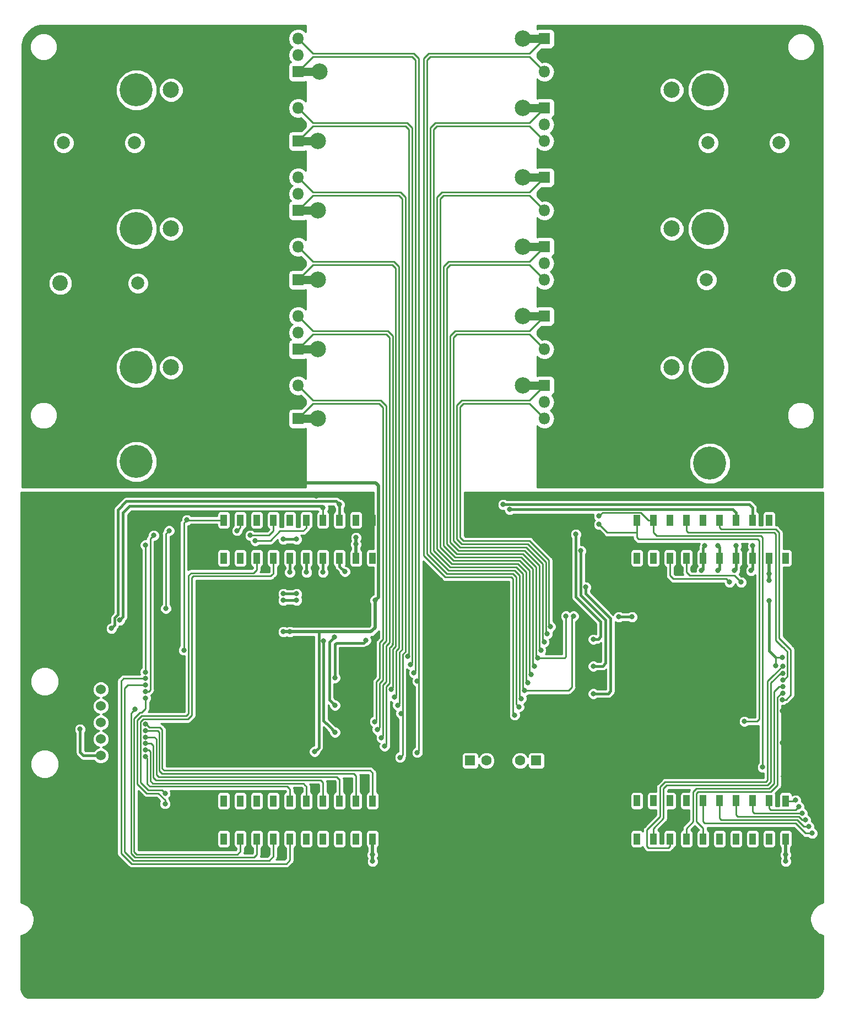
<source format=gbr>
G04 #@! TF.GenerationSoftware,KiCad,Pcbnew,(5.0.0)*
G04 #@! TF.CreationDate,2018-12-17T21:11:44-06:00*
G04 #@! TF.ProjectId,MotorController_Hardware,4D6F746F72436F6E74726F6C6C65725F,rev?*
G04 #@! TF.SameCoordinates,Original*
G04 #@! TF.FileFunction,Copper,L2,Bot,Signal*
G04 #@! TF.FilePolarity,Positive*
%FSLAX46Y46*%
G04 Gerber Fmt 4.6, Leading zero omitted, Abs format (unit mm)*
G04 Created by KiCad (PCBNEW (5.0.0)) date 12/17/18 21:11:44*
%MOMM*%
%LPD*%
G01*
G04 APERTURE LIST*
G04 #@! TA.AperFunction,SMDPad,CuDef*
%ADD10R,0.990600X1.778000*%
G04 #@! TD*
G04 #@! TA.AperFunction,ComponentPad*
%ADD11C,2.400000*%
G04 #@! TD*
G04 #@! TA.AperFunction,ComponentPad*
%ADD12R,2.400000X2.400000*%
G04 #@! TD*
G04 #@! TA.AperFunction,ComponentPad*
%ADD13C,2.000000*%
G04 #@! TD*
G04 #@! TA.AperFunction,ComponentPad*
%ADD14R,2.000000X2.000000*%
G04 #@! TD*
G04 #@! TA.AperFunction,ComponentPad*
%ADD15O,1.800000X1.800000*%
G04 #@! TD*
G04 #@! TA.AperFunction,ComponentPad*
%ADD16R,1.800000X1.800000*%
G04 #@! TD*
G04 #@! TA.AperFunction,ComponentPad*
%ADD17C,1.524000*%
G04 #@! TD*
G04 #@! TA.AperFunction,ComponentPad*
%ADD18C,5.080000*%
G04 #@! TD*
G04 #@! TA.AperFunction,ComponentPad*
%ADD19C,1.600000*%
G04 #@! TD*
G04 #@! TA.AperFunction,ComponentPad*
%ADD20R,1.600000X1.600000*%
G04 #@! TD*
G04 #@! TA.AperFunction,ComponentPad*
%ADD21C,2.499360*%
G04 #@! TD*
G04 #@! TA.AperFunction,ViaPad*
%ADD22C,0.800000*%
G04 #@! TD*
G04 #@! TA.AperFunction,Conductor*
%ADD23C,0.250000*%
G04 #@! TD*
G04 #@! TA.AperFunction,Conductor*
%ADD24C,0.254000*%
G04 #@! TD*
G04 #@! TA.AperFunction,Conductor*
%ADD25C,0.508000*%
G04 #@! TD*
G04 #@! TA.AperFunction,Conductor*
%ADD26C,0.381000*%
G04 #@! TD*
G04 #@! TA.AperFunction,Conductor*
%ADD27C,1.270000*%
G04 #@! TD*
G04 APERTURE END LIST*
D10*
G04 #@! TO.P,U3,P_56*
G04 #@! TO.N,N/C*
X145770600Y-83413600D03*
G04 #@! TO.P,U3,P_53*
G04 #@! TO.N,DC_CAL_M2*
X148310600Y-83413600D03*
G04 #@! TO.P,U3,P_52*
G04 #@! TO.N,EN_GATE_M2*
X150850600Y-83413600D03*
G04 #@! TO.P,U3,P_25*
G04 #@! TO.N,SDO_M2*
X153390600Y-83413600D03*
G04 #@! TO.P,U3,P_24*
G04 #@! TO.N,SDI_M2*
X155930600Y-83413600D03*
G04 #@! TO.P,U3,Rese*
G04 #@! TO.N,Net-(U3-PadRese)*
X158470600Y-83413600D03*
G04 #@! TO.P,U3,NC*
G04 #@! TO.N,Net-(U3-PadNC)*
X161010600Y-83413600D03*
G04 #@! TO.P,U3,P_26*
G04 #@! TO.N,N/C*
X163550600Y-83413600D03*
G04 #@! TO.P,U3,P_27*
X166090600Y-83413600D03*
G04 #@! TO.P,U3,GND*
G04 #@! TO.N,GND*
X168630600Y-83413600D03*
G04 #@! TO.P,U3,DAC4*
G04 #@! TO.N,N/C*
X145770600Y-77546200D03*
G04 #@! TO.P,U3,DAC3*
X148310600Y-77546200D03*
G04 #@! TO.P,U3,NC*
G04 #@! TO.N,Net-(U3-PadNC)*
X150850600Y-77546200D03*
X153390600Y-77546200D03*
G04 #@! TO.P,U3,P_11*
G04 #@! TO.N,INL_C_M2*
X155930600Y-77546200D03*
G04 #@! TO.P,U3,P_10*
G04 #@! TO.N,INH_C_M2*
X158470600Y-77546200D03*
G04 #@! TO.P,U3,P_9*
G04 #@! TO.N,INL_B_M2*
X161010600Y-77546200D03*
G04 #@! TO.P,U3,P_8*
G04 #@! TO.N,INH_B_M2*
X163550600Y-77546200D03*
G04 #@! TO.P,U3,P_7*
G04 #@! TO.N,INL_A_M2*
X166090600Y-77546200D03*
G04 #@! TO.P,U3,P_6*
G04 #@! TO.N,INH_A_M2*
X168630600Y-77571600D03*
G04 #@! TO.P,U3,P_54*
G04 #@! TO.N,NOCTW_M2*
X145770600Y-34391600D03*
G04 #@! TO.P,U3,P_23*
G04 #@! TO.N,NFAULT_M2*
X148310600Y-34391600D03*
G04 #@! TO.P,U3,P_21*
G04 #@! TO.N,N/C*
X150850600Y-34391600D03*
G04 #@! TO.P,U3,P_14*
G04 #@! TO.N,SCLK_M2*
X153390600Y-34391600D03*
G04 #@! TO.P,U3,NC*
G04 #@! TO.N,Net-(U3-PadNC)*
X155930600Y-34391600D03*
G04 #@! TO.P,U3,P_20*
G04 #@! TO.N,NSCS_M2*
X158470600Y-34391600D03*
G04 #@! TO.P,U3,P_58*
G04 #@! TO.N,UART_TX*
X161010600Y-34391600D03*
G04 #@! TO.P,U3,P_15*
G04 #@! TO.N,UART_RX*
X163550600Y-34391600D03*
G04 #@! TO.P,U3,NC*
G04 #@! TO.N,Net-(U3-PadNC)*
X166090600Y-34391600D03*
G04 #@! TO.P,U3,+3V3*
G04 #@! TO.N,+3V3*
X168630600Y-34391600D03*
G04 #@! TO.P,U3,NC*
G04 #@! TO.N,Net-(U3-PadNC)*
X145770600Y-40233600D03*
G04 #@! TO.P,U3,A_A4*
G04 #@! TO.N,N/C*
X148310600Y-40233600D03*
G04 #@! TO.P,U3,A_B3*
G04 #@! TO.N,SO2_M2*
X150850600Y-40233600D03*
G04 #@! TO.P,U3,A_A3*
G04 #@! TO.N,SO1_M2*
X153390600Y-40233600D03*
G04 #@! TO.P,U3,A_B5*
G04 #@! TO.N,CSENSE_M2*
X155930600Y-40233600D03*
G04 #@! TO.P,U3,A_A5*
G04 #@! TO.N,BSENSE_M2*
X158470600Y-40233600D03*
G04 #@! TO.P,U3,A_B4*
G04 #@! TO.N,ASENSE_M2*
X161010600Y-40233600D03*
G04 #@! TO.P,U3,A_B7*
G04 #@! TO.N,PVDDSENSE_M2*
X163550600Y-40233600D03*
G04 #@! TO.P,U3,GND*
G04 #@! TO.N,GND*
X166090600Y-40233600D03*
G04 #@! TO.P,U3,+5V*
G04 #@! TO.N,Net-(U3-Pad+5V)*
X168630600Y-40233600D03*
G04 #@! TO.P,U3,P_44*
G04 #@! TO.N,N/C*
X100050600Y-83413600D03*
G04 #@! TO.P,U3,P_19*
X102590600Y-83413600D03*
G04 #@! TO.P,U3,GND*
G04 #@! TO.N,GND*
X105130600Y-83413600D03*
G04 #@! TO.P,U3,DAC2*
G04 #@! TO.N,N/C*
X82270600Y-77571600D03*
G04 #@! TO.P,U3,DAC1*
X84810600Y-77571600D03*
G04 #@! TO.P,U3,NC*
G04 #@! TO.N,Net-(U3-PadNC)*
X87350600Y-77571600D03*
G04 #@! TO.P,U3,P_13*
G04 #@! TO.N,N/C*
X89890600Y-77571600D03*
G04 #@! TO.P,U3,P_5*
G04 #@! TO.N,INL_C_M1*
X92430600Y-77571600D03*
G04 #@! TO.P,U3,P_4*
G04 #@! TO.N,INH_C_M1*
X94970600Y-77571600D03*
G04 #@! TO.P,U3,P_3*
G04 #@! TO.N,INL_B_M1*
X97510600Y-77571600D03*
G04 #@! TO.P,U3,P_2*
G04 #@! TO.N,INH_B_M1*
X100050600Y-77571600D03*
G04 #@! TO.P,U3,P_1*
G04 #@! TO.N,INL_A_M1*
X102590600Y-77571600D03*
G04 #@! TO.P,U3,P_0*
G04 #@! TO.N,INH_A_M1*
X105130600Y-77571600D03*
G04 #@! TO.P,U3,P_32*
G04 #@! TO.N,NOCTW_M1*
X82270600Y-34391600D03*
G04 #@! TO.P,U3,P_22*
G04 #@! TO.N,N/C*
X87350600Y-34391600D03*
G04 #@! TO.P,U3,A_B6*
X92430600Y-34391600D03*
G04 #@! TO.P,U3,P_12*
G04 #@! TO.N,NSCS_M1*
X94970600Y-34391600D03*
G04 #@! TO.P,U3,P_29*
G04 #@! TO.N,UART_TX*
X97510600Y-34391600D03*
G04 #@! TO.P,U3,P_28*
G04 #@! TO.N,UART_RX*
X100050600Y-34391600D03*
G04 #@! TO.P,U3,A_A6*
G04 #@! TO.N,N/C*
X102590600Y-34391600D03*
G04 #@! TO.P,U3,NC*
G04 #@! TO.N,Net-(U3-PadNC)*
X82270600Y-40233600D03*
G04 #@! TO.P,U3,A_B0*
G04 #@! TO.N,SO2_M1*
X87350600Y-40233600D03*
G04 #@! TO.P,U3,A_B1*
G04 #@! TO.N,ASENSE_M1*
X97510600Y-40233600D03*
G04 #@! TO.P,U3,A_A7*
G04 #@! TO.N,PVDDSENSE_M1*
X100050600Y-40233600D03*
G04 #@! TO.P,U3,GND*
G04 #@! TO.N,GND*
X102590600Y-40233600D03*
G04 #@! TO.P,U3,+5V*
G04 #@! TO.N,Net-(U3-Pad+5V)*
X105130600Y-40233600D03*
G04 #@! TO.P,U3,A_B2*
G04 #@! TO.N,CSENSE_M1*
X92430600Y-40233600D03*
G04 #@! TO.P,U3,A_A0*
G04 #@! TO.N,SO1_M1*
X89890600Y-40233600D03*
G04 #@! TO.P,U3,P_33*
G04 #@! TO.N,NFAULT_M1*
X84810600Y-34391600D03*
G04 #@! TO.P,U3,NC*
G04 #@! TO.N,Net-(U3-PadNC)*
X97510600Y-83413600D03*
G04 #@! TO.P,U3,Rese*
G04 #@! TO.N,Net-(U3-PadRese)*
X94970600Y-83413600D03*
G04 #@! TO.P,U3,A_A1*
G04 #@! TO.N,N/C*
X84810600Y-40233600D03*
G04 #@! TO.P,U3,P_18*
G04 #@! TO.N,SCLK_M1*
X89890600Y-34391600D03*
G04 #@! TO.P,U3,P_50*
G04 #@! TO.N,EN_GATE_M1*
X87350600Y-83413600D03*
G04 #@! TO.P,U3,P_17*
G04 #@! TO.N,SDO_M1*
X89890600Y-83413600D03*
G04 #@! TO.P,U3,A_A2*
G04 #@! TO.N,BSENSE_M1*
X94970600Y-40233600D03*
G04 #@! TO.P,U3,P_16*
G04 #@! TO.N,SDI_M1*
X92430600Y-83413600D03*
G04 #@! TO.P,U3,P_51*
G04 #@! TO.N,DC_CAL_M1*
X84810600Y-83413600D03*
G04 #@! TO.P,U3,P_55*
G04 #@! TO.N,N/C*
X82270600Y-83413600D03*
G04 #@! TO.P,U3,+3V3*
G04 #@! TO.N,+3V3*
X105130600Y-34391600D03*
G04 #@! TD*
D11*
G04 #@! TO.P,C45,2*
G04 #@! TO.N,GND*
X168402000Y2540000D03*
D12*
G04 #@! TO.P,C45,1*
G04 #@! TO.N,PVDD_M2*
X168402000Y-2460000D03*
G04 #@! TD*
D13*
G04 #@! TO.P,C38,2*
G04 #@! TO.N,GND*
X68580000Y23622000D03*
D14*
G04 #@! TO.P,C38,1*
G04 #@! TO.N,PVDD_M1*
X68580000Y18622000D03*
G04 #@! TD*
G04 #@! TO.P,C37,1*
G04 #@! TO.N,PVDD_M1*
X57658000Y18622000D03*
D13*
G04 #@! TO.P,C37,2*
G04 #@! TO.N,GND*
X57658000Y23622000D03*
G04 #@! TD*
D15*
G04 #@! TO.P,Q6,3*
G04 #@! TO.N,SH_B_M1*
X93726000Y7620000D03*
G04 #@! TO.P,Q6,2*
G04 #@! TO.N,PVDD_M1*
X93726000Y5080000D03*
D16*
G04 #@! TO.P,Q6,1*
G04 #@! TO.N,MGH_B_M1*
X93726000Y2540000D03*
G04 #@! TD*
G04 #@! TO.P,Q14,1*
G04 #@! TO.N,MGH_B_M2*
X131572000Y18288000D03*
D15*
G04 #@! TO.P,Q14,2*
G04 #@! TO.N,PVDD_M2*
X131572000Y15748000D03*
G04 #@! TO.P,Q14,3*
G04 #@! TO.N,SH_B_M2*
X131572000Y13208000D03*
G04 #@! TD*
D16*
G04 #@! TO.P,Q7,1*
G04 #@! TO.N,MGL_B_M1*
X93726000Y13208000D03*
D15*
G04 #@! TO.P,Q7,2*
G04 #@! TO.N,SH_B_M1*
X93726000Y15748000D03*
G04 #@! TO.P,Q7,3*
G04 #@! TO.N,SL_B_M1*
X93726000Y18288000D03*
G04 #@! TD*
G04 #@! TO.P,Q8,3*
G04 #@! TO.N,SH_C_M1*
X93726000Y-13716000D03*
G04 #@! TO.P,Q8,2*
G04 #@! TO.N,PVDD_M1*
X93726000Y-16256000D03*
D16*
G04 #@! TO.P,Q8,1*
G04 #@! TO.N,MGH_C_M1*
X93726000Y-18796000D03*
G04 #@! TD*
D15*
G04 #@! TO.P,Q12,3*
G04 #@! TO.N,SH_A_M2*
X131572000Y34544000D03*
G04 #@! TO.P,Q12,2*
G04 #@! TO.N,PVDD_M2*
X131572000Y37084000D03*
D16*
G04 #@! TO.P,Q12,1*
G04 #@! TO.N,MGH_A_M2*
X131572000Y39624000D03*
G04 #@! TD*
G04 #@! TO.P,Q9,1*
G04 #@! TO.N,MGL_C_M1*
X93726000Y-8128000D03*
D15*
G04 #@! TO.P,Q9,2*
G04 #@! TO.N,SH_C_M1*
X93726000Y-5588000D03*
G04 #@! TO.P,Q9,3*
G04 #@! TO.N,GND*
X93726000Y-3048000D03*
G04 #@! TD*
G04 #@! TO.P,Q5,3*
G04 #@! TO.N,SL_A_M1*
X93726000Y39624000D03*
G04 #@! TO.P,Q5,2*
G04 #@! TO.N,SH_A_M1*
X93726000Y37084000D03*
D16*
G04 #@! TO.P,Q5,1*
G04 #@! TO.N,MGL_A_M1*
X93726000Y34544000D03*
G04 #@! TD*
G04 #@! TO.P,Q4,1*
G04 #@! TO.N,MGH_A_M1*
X93726000Y23876000D03*
D15*
G04 #@! TO.P,Q4,2*
G04 #@! TO.N,PVDD_M1*
X93726000Y26416000D03*
G04 #@! TO.P,Q4,3*
G04 #@! TO.N,SH_A_M1*
X93726000Y28956000D03*
G04 #@! TD*
G04 #@! TO.P,Q13,3*
G04 #@! TO.N,SL_A_M2*
X131572000Y23876000D03*
G04 #@! TO.P,Q13,2*
G04 #@! TO.N,SH_A_M2*
X131572000Y26416000D03*
D16*
G04 #@! TO.P,Q13,1*
G04 #@! TO.N,MGL_A_M2*
X131572000Y28956000D03*
G04 #@! TD*
G04 #@! TO.P,Q15,1*
G04 #@! TO.N,MGL_B_M2*
X131572000Y7620000D03*
D15*
G04 #@! TO.P,Q15,2*
G04 #@! TO.N,SH_B_M2*
X131572000Y5080000D03*
G04 #@! TO.P,Q15,3*
G04 #@! TO.N,SL_B_M2*
X131572000Y2540000D03*
G04 #@! TD*
G04 #@! TO.P,Q16,3*
G04 #@! TO.N,SH_C_M2*
X131572000Y-8128000D03*
G04 #@! TO.P,Q16,2*
G04 #@! TO.N,PVDD_M2*
X131572000Y-5588000D03*
D16*
G04 #@! TO.P,Q16,1*
G04 #@! TO.N,MGH_C_M2*
X131572000Y-3048000D03*
G04 #@! TD*
G04 #@! TO.P,Q17,1*
G04 #@! TO.N,MGL_C_M2*
X131572000Y-13716000D03*
D15*
G04 #@! TO.P,Q17,2*
G04 #@! TO.N,SH_C_M2*
X131572000Y-16256000D03*
G04 #@! TO.P,Q17,3*
G04 #@! TO.N,GND*
X131572000Y-18796000D03*
G04 #@! TD*
D13*
G04 #@! TO.P,C36,2*
G04 #@! TO.N,GND*
X69088000Y2032000D03*
D14*
G04 #@! TO.P,C36,1*
G04 #@! TO.N,PVDD_M1*
X69088000Y-2968000D03*
G04 #@! TD*
G04 #@! TO.P,C5,1*
G04 #@! TO.N,PVDD_M2*
X156718000Y18622000D03*
D13*
G04 #@! TO.P,C5,2*
G04 #@! TO.N,GND*
X156718000Y23622000D03*
G04 #@! TD*
D14*
G04 #@! TO.P,C39,1*
G04 #@! TO.N,PVDD_M2*
X156464000Y-2460000D03*
D13*
G04 #@! TO.P,C39,2*
G04 #@! TO.N,GND*
X156464000Y2540000D03*
G04 #@! TD*
G04 #@! TO.P,C7,2*
G04 #@! TO.N,GND*
X167640000Y23622000D03*
D14*
G04 #@! TO.P,C7,1*
G04 #@! TO.N,PVDD_M2*
X167640000Y18622000D03*
G04 #@! TD*
D11*
G04 #@! TO.P,C9,2*
G04 #@! TO.N,GND*
X57150000Y2032000D03*
D12*
G04 #@! TO.P,C9,1*
G04 #@! TO.N,PVDD_M1*
X57150000Y-2968000D03*
G04 #@! TD*
D17*
G04 #@! TO.P,Conn1,1*
G04 #@! TO.N,SL_TX*
X63373000Y-70612000D03*
G04 #@! TO.P,Conn1,2*
G04 #@! TO.N,SL_RX*
X63373000Y-68072000D03*
G04 #@! TO.P,Conn1,3*
G04 #@! TO.N,N/C*
X63373000Y-65532000D03*
G04 #@! TO.P,Conn1,4*
X63373000Y-62992000D03*
G04 #@! TO.P,Conn1,5*
G04 #@! TO.N,GND*
X63373000Y-60452000D03*
G04 #@! TD*
D18*
G04 #@! TO.P,Conn4,1*
G04 #@! TO.N,SH_A_M1*
X68834000Y31750000D03*
G04 #@! TD*
G04 #@! TO.P,Conn5,1*
G04 #@! TO.N,SH_B_M1*
X68834000Y10414000D03*
G04 #@! TD*
G04 #@! TO.P,Conn6,1*
G04 #@! TO.N,SH_C_M1*
X68834000Y-10922000D03*
G04 #@! TD*
G04 #@! TO.P,Conn9,1*
G04 #@! TO.N,SH_A_M2*
X156718000Y31750000D03*
G04 #@! TD*
G04 #@! TO.P,Conn10,1*
G04 #@! TO.N,SH_B_M2*
X156718000Y10414000D03*
G04 #@! TD*
G04 #@! TO.P,Conn11,1*
G04 #@! TO.N,SH_C_M2*
X156718000Y-10922000D03*
G04 #@! TD*
G04 #@! TO.P,Conn3,1*
G04 #@! TO.N,GND*
X68834000Y-25400000D03*
G04 #@! TO.P,Conn3,2*
G04 #@! TO.N,PVDD_M1*
X76708000Y-25400000D03*
G04 #@! TD*
G04 #@! TO.P,Conn8,2*
G04 #@! TO.N,PVDD_M2*
X149098000Y-25654000D03*
G04 #@! TO.P,Conn8,1*
G04 #@! TO.N,GND*
X156972000Y-25654000D03*
G04 #@! TD*
D19*
G04 #@! TO.P,C6,2*
G04 #@! TO.N,GND*
X122642000Y-71374000D03*
D20*
G04 #@! TO.P,C6,1*
G04 #@! TO.N,Net-(C1-Pad1)*
X120142000Y-71374000D03*
G04 #@! TD*
G04 #@! TO.P,C54,1*
G04 #@! TO.N,Net-(C50-Pad1)*
X130302000Y-71374000D03*
D19*
G04 #@! TO.P,C54,2*
G04 #@! TO.N,GND*
X127802000Y-71374000D03*
G04 #@! TD*
D21*
G04 #@! TO.P,+3V3,1*
G04 #@! TO.N,+3V3*
X125222000Y-86614000D03*
G04 #@! TD*
G04 #@! TO.P,GHA_M1,1*
G04 #@! TO.N,MGH_A_M1*
X96774000Y23876000D03*
G04 #@! TD*
G04 #@! TO.P,GHB_M1,1*
G04 #@! TO.N,MGH_B_M1*
X96774000Y2540000D03*
G04 #@! TD*
G04 #@! TO.P,GHB_M2,1*
G04 #@! TO.N,MGH_B_M2*
X128270000Y18288000D03*
G04 #@! TD*
G04 #@! TO.P,GHC_M2,1*
G04 #@! TO.N,MGH_C_M2*
X128270000Y-3048000D03*
G04 #@! TD*
G04 #@! TO.P,GLA_M1,1*
G04 #@! TO.N,MGL_A_M1*
X97028000Y34544000D03*
G04 #@! TD*
G04 #@! TO.P,GLA_M2,1*
G04 #@! TO.N,MGL_A_M2*
X128270000Y28956000D03*
G04 #@! TD*
G04 #@! TO.P,GLB_M1,1*
G04 #@! TO.N,MGL_B_M1*
X96774000Y13208000D03*
G04 #@! TD*
G04 #@! TO.P,GLB_M2,1*
G04 #@! TO.N,MGL_B_M2*
X128270000Y7620000D03*
G04 #@! TD*
G04 #@! TO.P,GLC_M1,1*
G04 #@! TO.N,MGL_C_M1*
X96774000Y-8128000D03*
G04 #@! TD*
G04 #@! TO.P,GLC_M2,1*
G04 #@! TO.N,MGL_C_M2*
X128270000Y-13716000D03*
G04 #@! TD*
G04 #@! TO.P,PVDD_M1,1*
G04 #@! TO.N,PVDD_M1*
X81661000Y-25400000D03*
G04 #@! TD*
G04 #@! TO.P,PVDD_M2,1*
G04 #@! TO.N,PVDD_M2*
X144018000Y-25654000D03*
G04 #@! TD*
G04 #@! TO.P,SHA_M1,1*
G04 #@! TO.N,SH_A_M1*
X74168000Y31750000D03*
G04 #@! TD*
G04 #@! TO.P,SHA_M2,1*
G04 #@! TO.N,SH_A_M2*
X151130000Y31750000D03*
G04 #@! TD*
G04 #@! TO.P,SHB_M1,1*
G04 #@! TO.N,SH_B_M1*
X74168000Y10414000D03*
G04 #@! TD*
G04 #@! TO.P,SHB_M2,1*
G04 #@! TO.N,SH_B_M2*
X151130000Y10414000D03*
G04 #@! TD*
G04 #@! TO.P,SHC_M1,1*
G04 #@! TO.N,SH_C_M1*
X74168000Y-10922000D03*
G04 #@! TD*
G04 #@! TO.P,SHC_M2,1*
G04 #@! TO.N,SH_C_M2*
X151130000Y-10922000D03*
G04 #@! TD*
G04 #@! TO.P,GHA_M2,1*
G04 #@! TO.N,MGH_A_M2*
X128270000Y39624000D03*
G04 #@! TD*
G04 #@! TO.P,GHC_M1,1*
G04 #@! TO.N,MGH_C_M1*
X96774000Y-18796000D03*
G04 #@! TD*
D22*
G04 #@! TO.N,SL_B_M2*
X130500000Y-55609286D03*
X134874000Y-49149000D03*
G04 #@! TO.N,PVDD_M1*
X91440000Y-51562000D03*
X92456000Y-51562000D03*
X105537000Y-46736000D03*
X96250000Y-70000000D03*
G04 #@! TO.N,SO2_M1*
X73250000Y-78000000D03*
G04 #@! TO.N,SO1_M1*
X73250000Y-76375000D03*
G04 #@! TO.N,SH_A_M1*
X111000000Y-56625000D03*
X99375000Y-58625000D03*
X104125000Y-52875000D03*
G04 #@! TO.N,SH_B_M1*
X108500000Y-61625000D03*
X99250000Y-52375000D03*
X99375000Y-62875000D03*
G04 #@! TO.N,SH_C_M1*
X105875000Y-66625000D03*
X99375000Y-67000000D03*
X97625000Y-53000000D03*
G04 #@! TO.N,PVDDSENSE_M1*
X100875000Y-42328000D03*
G04 #@! TO.N,SL_A_M1*
X112000000Y-70125000D03*
X112000000Y-59125000D03*
G04 #@! TO.N,SL_B_M1*
X109500000Y-64125000D03*
X109375000Y-70875000D03*
G04 #@! TO.N,ASENSE_M1*
X97536000Y-42418000D03*
G04 #@! TO.N,BSENSE_M1*
X95000000Y-42418000D03*
G04 #@! TO.N,CSENSE_M1*
X92430600Y-42418000D03*
G04 #@! TO.N,PVDD_M2*
X132334000Y-28194000D03*
X131318000Y-28194000D03*
G04 #@! TO.N,PVDDSENSE_M2*
X163322000Y-42164000D03*
X163576000Y-38354000D03*
G04 #@! TO.N,SO2_M2*
X160020000Y-43942000D03*
G04 #@! TO.N,SO1_M2*
X161798000Y-43942000D03*
G04 #@! TO.N,SH_A_M2*
X139052300Y-61109286D03*
X127625000Y-63109286D03*
X137922000Y-44704000D03*
G04 #@! TO.N,SH_B_M2*
X129500000Y-58125000D03*
X139052300Y-56859286D03*
X137160000Y-39116000D03*
G04 #@! TO.N,SH_C_M2*
X131500000Y-53125000D03*
X139052300Y-52734286D03*
X136398000Y-36576000D03*
G04 #@! TO.N,SL_A_M2*
X128500000Y-60609286D03*
X136017000Y-49149000D03*
G04 #@! TO.N,ASENSE_M2*
X160782000Y-42164000D03*
X161036000Y-38354000D03*
G04 #@! TO.N,BSENSE_M2*
X158242000Y-42164000D03*
X158242000Y-38354000D03*
G04 #@! TO.N,CSENSE_M2*
X155702000Y-42164000D03*
X156210000Y-38354000D03*
G04 #@! TO.N,NFAULT_M1*
X73375000Y-48000000D03*
X73875000Y-36000000D03*
X84328000Y-36000000D03*
G04 #@! TO.N,NOCTW_M1*
X76125000Y-54375000D03*
X76625000Y-34375000D03*
G04 #@! TO.N,NFAULT_M2*
X165100000Y-72390000D03*
X139954000Y-33782000D03*
G04 #@! TO.N,NOCTW_M2*
X162302300Y-65359286D03*
X139954000Y-35052000D03*
G04 #@! TO.N,DC_CAL_M1*
X70250000Y-61750006D03*
G04 #@! TO.N,EN_GATE_M1*
X68625000Y-63500000D03*
G04 #@! TO.N,DC_CAL_M2*
X168177300Y-57984280D03*
G04 #@! TO.N,EN_GATE_M2*
X168177300Y-56859286D03*
G04 #@! TO.N,INL_C_M1*
X70248912Y-70749496D03*
G04 #@! TO.N,INH_C_M1*
X70257652Y-69749532D03*
G04 #@! TO.N,INL_B_M1*
X70227000Y-68750000D03*
G04 #@! TO.N,INH_B_M1*
X70250000Y-67750000D03*
G04 #@! TO.N,INL_A_M1*
X70250000Y-66749997D03*
G04 #@! TO.N,INH_A_M1*
X70250000Y-65749994D03*
G04 #@! TO.N,SCLK_M1*
X70250000Y-60750003D03*
X71500000Y-36750000D03*
X86360000Y-36750000D03*
G04 #@! TO.N,SDO_M1*
X70250000Y-59750000D03*
G04 #@! TO.N,SDI_M1*
X70250000Y-58750000D03*
G04 #@! TO.N,NSCS_M1*
X70250000Y-57749997D03*
X70250000Y-38250000D03*
X87122000Y-37575124D03*
G04 #@! TO.N,SDO_M2*
X168177300Y-59984286D03*
G04 #@! TO.N,NSCS_M2*
X168148000Y-61984289D03*
G04 #@! TO.N,SCLK_M2*
X168177300Y-58984283D03*
G04 #@! TO.N,INH_A_M2*
X170180000Y-77470000D03*
G04 #@! TO.N,INL_A_M2*
X170688000Y-78486000D03*
G04 #@! TO.N,INH_B_M2*
X171196000Y-79502000D03*
G04 #@! TO.N,INL_B_M2*
X171704000Y-80518000D03*
G04 #@! TO.N,INH_C_M2*
X172212000Y-81534000D03*
G04 #@! TO.N,INL_C_M2*
X172720000Y-82550000D03*
G04 #@! TO.N,GND*
X145034000Y-49276000D03*
X143002000Y-49276000D03*
X107000000Y-69125000D03*
X132500000Y-50750000D03*
X167075026Y-56785147D03*
X166102000Y-46750000D03*
X168125000Y-55500000D03*
X168656000Y-86868000D03*
X168630600Y-85852000D03*
X166090600Y-43662600D03*
X166090600Y-42672000D03*
X102616000Y-37084000D03*
X102590600Y-38100000D03*
X105156000Y-86868000D03*
X105130600Y-85852000D03*
X93472000Y-46736000D03*
X91440000Y-46736000D03*
X93472000Y-45720000D03*
X91440000Y-45720000D03*
X91440000Y-37338000D03*
X93472000Y-37338000D03*
G04 #@! TO.N,+3V3*
X69375000Y-56000000D03*
X82125000Y-68000000D03*
X156250000Y-51750000D03*
X143500000Y-62875000D03*
X125222000Y-83058000D03*
X123625000Y-83058000D03*
X126875000Y-83058000D03*
X131875000Y-83312000D03*
X133000000Y-83312000D03*
X134125000Y-83312000D03*
X118500000Y-83312000D03*
X117375000Y-83312000D03*
X116250000Y-83312000D03*
X168125000Y-63750000D03*
X168125000Y-68625000D03*
X69375000Y-51125000D03*
X124841000Y-48641000D03*
X65024000Y-39878000D03*
X94742000Y-56896000D03*
X161036000Y-30988000D03*
X164973000Y-73787000D03*
X168275000Y-73787000D03*
X96520000Y-30734000D03*
G04 #@! TO.N,SDI_M2*
X168177300Y-60984286D03*
G04 #@! TO.N,MGH_A_M1*
X110500000Y-55375000D03*
G04 #@! TO.N,MGL_A_M1*
X111500000Y-57875000D03*
G04 #@! TO.N,MGH_B_M1*
X108000000Y-60375000D03*
G04 #@! TO.N,MGH_C_M1*
X105500000Y-65375000D03*
G04 #@! TO.N,MGL_C_M1*
X106500000Y-67875000D03*
G04 #@! TO.N,MGH_A_M2*
X127000000Y-64359286D03*
G04 #@! TO.N,MGL_A_M2*
X128000000Y-61859286D03*
G04 #@! TO.N,MGH_B_M2*
X129000000Y-59375000D03*
G04 #@! TO.N,MGL_B_M2*
X130000000Y-56859286D03*
G04 #@! TO.N,MGH_C_M2*
X131000000Y-54375000D03*
G04 #@! TO.N,MGL_C_M2*
X132000000Y-51875000D03*
G04 #@! TO.N,MGL_B_M1*
X109000000Y-62875000D03*
G04 #@! TO.N,SL_TX*
X60198000Y-66548000D03*
G04 #@! TO.N,UART_RX*
X65024000Y-51054000D03*
X100076000Y-32004000D03*
X125222000Y-32004000D03*
G04 #@! TO.N,UART_TX*
X66294000Y-49784000D03*
X97536000Y-32512000D03*
X126238000Y-32766000D03*
G04 #@! TD*
D23*
G04 #@! TO.N,SL_B_M2*
X116586000Y-28956000D02*
X116586000Y-29210000D01*
D24*
X134636714Y-55609286D02*
X130500000Y-55609286D01*
X134874000Y-49149000D02*
X134874000Y-55372000D01*
X134874000Y-55372000D02*
X134636714Y-55609286D01*
X131572000Y2540000D02*
X130672001Y3439999D01*
X130672001Y3439999D02*
X129286000Y4826000D01*
X129286000Y4826000D02*
X117094000Y4826000D01*
X117094000Y4826000D02*
X116586000Y4318000D01*
X116586000Y2540000D02*
X116586000Y1524000D01*
D23*
X116586000Y1524000D02*
X116586000Y-28956000D01*
X116586000Y2032000D02*
X116586000Y1524000D01*
D24*
X116586000Y2540000D02*
X116586000Y2286000D01*
X116586000Y4318000D02*
X116586000Y2540000D01*
X116586000Y-29972000D02*
X116586000Y-28956000D01*
X130250000Y-55359286D02*
X130250000Y-41604000D01*
X130250000Y-41604000D02*
X128270000Y-39624000D01*
X130500000Y-55609286D02*
X130250000Y-55359286D01*
X128270000Y-39624000D02*
X118110000Y-39624000D01*
X118110000Y-39624000D02*
X116586000Y-38100000D01*
X116586000Y-38100000D02*
X116586000Y-29972000D01*
D25*
G04 #@! TO.N,PVDD_M1*
X105537000Y-50927000D02*
X104902000Y-51562000D01*
X93599000Y-51562000D02*
X92456000Y-51562000D01*
X91948000Y-51562000D02*
X91440000Y-51562000D01*
X92456000Y-51562000D02*
X91948000Y-51562000D01*
X105537000Y-46736000D02*
X105537000Y-50927000D01*
X106032301Y-29070301D02*
X105664000Y-28702000D01*
X105664000Y-28702000D02*
X94234000Y-28702000D01*
X106032301Y-46240699D02*
X105537000Y-46736000D01*
X106032301Y-44196000D02*
X106032301Y-46240699D01*
X106032301Y-44196000D02*
X106032301Y-29070301D01*
X106032301Y-45135697D02*
X106032301Y-44196000D01*
D26*
X96875000Y-54000000D02*
X96875000Y-51562000D01*
X96875000Y-69375000D02*
X96875000Y-54000000D01*
X96250000Y-70000000D02*
X96875000Y-69375000D01*
D25*
X104902000Y-51562000D02*
X96875000Y-51562000D01*
X96875000Y-51562000D02*
X93599000Y-51562000D01*
D24*
G04 #@! TO.N,SO2_M1*
X76875000Y-46375000D02*
X76875000Y-46125000D01*
X73250000Y-77434315D02*
X73250000Y-78000000D01*
X72190685Y-76375000D02*
X73250000Y-77434315D01*
X76875000Y-64125000D02*
X76500000Y-64500000D01*
X76875000Y-46375000D02*
X76875000Y-64125000D01*
X70375000Y-76375000D02*
X72190685Y-76375000D01*
X76500000Y-64500000D02*
X69625000Y-64500000D01*
X69625000Y-64500000D02*
X69000000Y-65125000D01*
X69000000Y-65125000D02*
X69000000Y-75000000D01*
X69000000Y-75000000D02*
X70375000Y-76375000D01*
X76875000Y-42875000D02*
X76875000Y-46375000D01*
X77225001Y-42524999D02*
X76875000Y-42875000D01*
X86850001Y-42524999D02*
X77225001Y-42524999D01*
X87350600Y-40233600D02*
X87350600Y-42024400D01*
X87350600Y-42024400D02*
X86850001Y-42524999D01*
G04 #@! TO.N,SO1_M1*
X77375000Y-60750000D02*
X77375000Y-46250000D01*
X77375000Y-46250000D02*
X77375000Y-43250000D01*
X77375000Y-43250000D02*
X77625000Y-43000000D01*
X77625000Y-43000000D02*
X89500000Y-43000000D01*
X77375000Y-64375000D02*
X77375000Y-61375000D01*
X76750000Y-65000000D02*
X77375000Y-64375000D01*
X69924032Y-65000000D02*
X76750000Y-65000000D01*
X69500000Y-65424032D02*
X69924032Y-65000000D01*
X77375000Y-61375000D02*
X77375000Y-60750000D01*
X77375000Y-61625000D02*
X77375000Y-61375000D01*
X73250000Y-76375000D02*
X72750000Y-75875000D01*
X72750000Y-75875000D02*
X70625000Y-75875000D01*
X70625000Y-75875000D02*
X69500000Y-74750000D01*
X69500000Y-74750000D02*
X69500000Y-65424032D01*
X89890600Y-42609400D02*
X89662000Y-42838000D01*
X89890600Y-40233600D02*
X89890600Y-42609400D01*
X89500000Y-43000000D02*
X89662000Y-42838000D01*
X89662000Y-42838000D02*
X89875000Y-42625000D01*
D26*
G04 #@! TO.N,SH_A_M1*
X104125000Y-52875000D02*
X103725001Y-53274999D01*
X99600001Y-53274999D02*
X100500000Y-53274999D01*
X99375000Y-53500000D02*
X99600001Y-53274999D01*
X99375000Y-58625000D02*
X99375000Y-53500000D01*
X103725001Y-53274999D02*
X100500000Y-53274999D01*
X100500000Y-53274999D02*
X99975001Y-53274999D01*
D24*
X93726000Y28956000D02*
X96012000Y26670000D01*
X96012000Y26670000D02*
X109982000Y26670000D01*
X111252000Y-56373000D02*
X111000000Y-56625000D01*
X111252000Y25908000D02*
X111252000Y-56373000D01*
X109982000Y26670000D02*
X110490000Y26670000D01*
X110490000Y26670000D02*
X111252000Y25908000D01*
G04 #@! TO.N,SH_B_M1*
X108750000Y-61375000D02*
X108500000Y-61625000D01*
X108750000Y-54500000D02*
X108750000Y-61375000D01*
X109220000Y-54030000D02*
X108750000Y-54500000D01*
X109220000Y-49875000D02*
X109220000Y-54030000D01*
X109220000Y-49875000D02*
X109220000Y-50280000D01*
D26*
X99250000Y-52375000D02*
X98500000Y-53125000D01*
X98500000Y-53125000D02*
X98500000Y-62000000D01*
X98500000Y-62000000D02*
X99375000Y-62875000D01*
D24*
X109220000Y-41402000D02*
X109220000Y-49875000D01*
X93726000Y7620000D02*
X96012000Y5334000D01*
X96012000Y5334000D02*
X98806000Y5334000D01*
X109220000Y4572000D02*
X108458000Y5334000D01*
X109220000Y2032000D02*
X109220000Y4572000D01*
X98806000Y5334000D02*
X108458000Y5334000D01*
X109220000Y2032000D02*
X109220000Y-41402000D01*
X109220000Y2286000D02*
X109220000Y2032000D01*
G04 #@! TO.N,SH_C_M1*
X106750000Y-59000000D02*
X106250000Y-59500000D01*
X106750000Y-53500000D02*
X106750000Y-59000000D01*
X106250000Y-59500000D02*
X106250000Y-66250000D01*
X106250000Y-66250000D02*
X105875000Y-66625000D01*
X107250000Y-53000000D02*
X106750000Y-53500000D01*
X107250000Y-48375000D02*
X107250000Y-53000000D01*
X107250000Y-48375000D02*
X107250000Y-49250000D01*
D26*
X97625000Y-65250000D02*
X98500000Y-66125000D01*
X97625000Y-53000000D02*
X97625000Y-65250000D01*
X98250000Y-65875000D02*
X98500000Y-66125000D01*
X98500000Y-66125000D02*
X99375000Y-67000000D01*
D24*
X107250000Y-19812000D02*
X107250000Y-16826000D01*
X107250000Y-19812000D02*
X107250000Y-48375000D01*
X107250000Y-19050000D02*
X107250000Y-19812000D01*
X107250000Y-16826000D02*
X106426000Y-16002000D01*
X96012000Y-16002000D02*
X93726000Y-13716000D01*
X106426000Y-16002000D02*
X96012000Y-16002000D01*
D26*
G04 #@! TO.N,PVDDSENSE_M1*
X100050600Y-41503600D02*
X100050600Y-40233600D01*
X100875000Y-42328000D02*
X100050600Y-41503600D01*
D24*
G04 #@! TO.N,SL_A_M1*
X112000000Y-70125000D02*
X112268000Y-69857000D01*
X112268000Y-69857000D02*
X112268000Y-66482000D01*
X112000000Y-59125000D02*
X112268000Y-58857000D01*
X112018000Y-59125000D02*
X112268000Y-59375000D01*
X112000000Y-59125000D02*
X112018000Y-59125000D01*
X112268000Y-59375000D02*
X112268000Y-58857000D01*
X112268000Y-59875000D02*
X112268000Y-59375000D01*
X112268000Y-66482000D02*
X112268000Y-59875000D01*
X112268000Y-59875000D02*
X112268000Y34544000D01*
X95758000Y37592000D02*
X93726000Y39624000D01*
X96012000Y37338000D02*
X95758000Y37592000D01*
X111506000Y37338000D02*
X96012000Y37338000D01*
X112268000Y34544000D02*
X112268000Y36576000D01*
X112268000Y36576000D02*
X111506000Y37338000D01*
G04 #@! TO.N,SL_B_M1*
X109750000Y-63875000D02*
X109500000Y-64125000D01*
X109750000Y-70500000D02*
X109375000Y-70875000D01*
X109750000Y-62875000D02*
X109750000Y-63875000D01*
X109500000Y-64125000D02*
X109750000Y-64375000D01*
X109750000Y-62875000D02*
X109750000Y-64375000D01*
X109750000Y-64375000D02*
X109750000Y-70500000D01*
X109750000Y-55049038D02*
X109750000Y-62875000D01*
X110236000Y-54563038D02*
X109750000Y-55049038D01*
X110236000Y-50500000D02*
X110236000Y-54563038D01*
X110236000Y-50500000D02*
X110236000Y-50813038D01*
X110236000Y-41402000D02*
X110236000Y-50500000D01*
X93726000Y18288000D02*
X96012000Y16002000D01*
X109474000Y16002000D02*
X110236000Y15240000D01*
X106934000Y16002000D02*
X109474000Y16002000D01*
X110236000Y15240000D02*
X110236000Y-41402000D01*
X106934000Y16002000D02*
X107442000Y16002000D01*
X96012000Y16002000D02*
X106934000Y16002000D01*
D26*
G04 #@! TO.N,ASENSE_M1*
X97536000Y-40259000D02*
X97510600Y-40233600D01*
X97536000Y-42418000D02*
X97536000Y-40259000D01*
G04 #@! TO.N,BSENSE_M1*
X95000000Y-40263000D02*
X94970600Y-40233600D01*
X95000000Y-42418000D02*
X95000000Y-40263000D01*
G04 #@! TO.N,CSENSE_M1*
X92430600Y-42418000D02*
X92430600Y-40233600D01*
G04 #@! TO.N,PVDDSENSE_M2*
X163550600Y-41935400D02*
X163322000Y-42164000D01*
X163550600Y-40233600D02*
X163550600Y-41935400D01*
X163550600Y-40233600D02*
X163550600Y-38379400D01*
X163550600Y-38379400D02*
X163576000Y-38354000D01*
D24*
G04 #@! TO.N,SO2_M2*
X150850600Y-42926000D02*
X150850600Y-40233600D01*
X151358600Y-43434000D02*
X150850600Y-42926000D01*
X159512000Y-43434000D02*
X151358600Y-43434000D01*
X160020000Y-43942000D02*
X159512000Y-43434000D01*
G04 #@! TO.N,SO1_M2*
X153390600Y-42392600D02*
X153390600Y-40233600D01*
X153924000Y-42926000D02*
X153390600Y-42392600D01*
X160782000Y-42926000D02*
X160528000Y-42926000D01*
X161798000Y-43942000D02*
X160782000Y-42926000D01*
X160528000Y-42926000D02*
X153924000Y-42926000D01*
G04 #@! TO.N,SH_A_M2*
X127250000Y-62734286D02*
X127625000Y-63109286D01*
X131572000Y34544000D02*
X129286000Y36830000D01*
X129286000Y36830000D02*
X114046000Y36830000D01*
X113538000Y36322000D02*
X113538000Y35814000D01*
X114046000Y36830000D02*
X113538000Y36322000D01*
D23*
X113538000Y36068000D02*
X113538000Y35814000D01*
X113538000Y35814000D02*
X113538000Y-29210000D01*
D24*
X127250000Y-44450000D02*
X127250000Y-44704000D01*
X127250000Y-45466000D02*
X127250000Y-62734286D01*
X127250000Y-44450000D02*
X127250000Y-45466000D01*
X113538000Y-32258000D02*
X113538000Y-30988000D01*
X113538000Y-30988000D02*
X113538000Y-29210000D01*
X113538000Y-39624000D02*
X113538000Y-30988000D01*
X116586000Y-42672000D02*
X113538000Y-39624000D01*
X126746000Y-42672000D02*
X116586000Y-42672000D01*
X127250000Y-43176000D02*
X126746000Y-42672000D01*
X127250000Y-45466000D02*
X127250000Y-43176000D01*
D26*
X137922000Y-44704000D02*
X137922000Y-45720000D01*
X138176000Y-45974000D02*
X138430000Y-46228000D01*
X137922000Y-45720000D02*
X138176000Y-45974000D01*
X141328714Y-61109286D02*
X139052300Y-61109286D01*
X141732000Y-60706000D02*
X141328714Y-61109286D01*
X138176000Y-45974000D02*
X141732000Y-49530000D01*
X141732000Y-49530000D02*
X141732000Y-60706000D01*
D23*
G04 #@! TO.N,SH_B_M2*
X115570000Y-4064000D02*
X115570000Y-29210000D01*
D24*
X131572000Y13208000D02*
X130672001Y14107999D01*
X130672001Y14107999D02*
X129286000Y15494000D01*
X127762000Y15494000D02*
X116078000Y15494000D01*
X127762000Y15494000D02*
X127508000Y15494000D01*
X129286000Y15494000D02*
X127762000Y15494000D01*
X115570000Y14986000D02*
X115570000Y14478000D01*
X116078000Y15494000D02*
X115570000Y14986000D01*
D23*
X115570000Y14732000D02*
X115570000Y14478000D01*
X115570000Y14478000D02*
X115570000Y-4064000D01*
D24*
X115570000Y-30226000D02*
X115570000Y-29210000D01*
X129500000Y-58125000D02*
X129250000Y-57875000D01*
X129250000Y-57875000D02*
X129250000Y-42128000D01*
X129250000Y-42128000D02*
X127762000Y-40640000D01*
X127762000Y-40640000D02*
X117602000Y-40640000D01*
X117602000Y-40640000D02*
X115570000Y-38608000D01*
X115570000Y-38608000D02*
X115570000Y-30226000D01*
D26*
X137160000Y-44450000D02*
X137160000Y-45974000D01*
X137668000Y-46482000D02*
X138176000Y-46990000D01*
X137160000Y-45974000D02*
X137668000Y-46482000D01*
X140498714Y-56859286D02*
X139052300Y-56859286D01*
X140970000Y-56388000D02*
X140498714Y-56859286D01*
X137668000Y-46482000D02*
X140970000Y-49784000D01*
X140970000Y-49784000D02*
X140970000Y-56388000D01*
X137160000Y-39681685D02*
X137160000Y-44958000D01*
X137160000Y-39116000D02*
X137160000Y-39681685D01*
X137160000Y-44450000D02*
X137160000Y-44958000D01*
X137160000Y-44958000D02*
X137160000Y-45212000D01*
D24*
G04 #@! TO.N,SH_C_M2*
X131250000Y-52875000D02*
X131500000Y-53125000D01*
X117602000Y-6350000D02*
X117602000Y-6858000D01*
X118110000Y-5842000D02*
X117602000Y-6350000D01*
X129286000Y-5842000D02*
X118110000Y-5842000D01*
X131572000Y-8128000D02*
X129286000Y-5842000D01*
D23*
X117602000Y-6604000D02*
X117602000Y-6858000D01*
X117602000Y-6858000D02*
X117602000Y-29210000D01*
D24*
X131250000Y-41267250D02*
X131250000Y-41656000D01*
X131250000Y-41910000D02*
X131250000Y-41267250D01*
X131250000Y-42164000D02*
X131250000Y-52875000D01*
X131250000Y-41910000D02*
X131250000Y-42164000D01*
X117602000Y-30226000D02*
X117602000Y-29210000D01*
X117602000Y-37592000D02*
X117602000Y-30226000D01*
X118618000Y-38608000D02*
X117602000Y-37592000D01*
X128778000Y-38608000D02*
X118618000Y-38608000D01*
X131250000Y-41080000D02*
X128778000Y-38608000D01*
X131250000Y-42164000D02*
X131250000Y-41080000D01*
D26*
X136398000Y-45466000D02*
X136398000Y-46228000D01*
X136398000Y-45466000D02*
X136398000Y-45974000D01*
X136906000Y-46736000D02*
X137414000Y-47244000D01*
X136398000Y-46228000D02*
X136906000Y-46736000D01*
X140208000Y-50038000D02*
X136906000Y-46736000D01*
X140208000Y-52324000D02*
X140208000Y-50038000D01*
X139797714Y-52734286D02*
X140208000Y-52324000D01*
X139052300Y-52734286D02*
X139797714Y-52734286D01*
X136398000Y-38945494D02*
X136398000Y-45466000D01*
X136398000Y-36576000D02*
X136398000Y-38945494D01*
D23*
G04 #@! TO.N,SL_A_M2*
X114554000Y-27940000D02*
X114554000Y-29210000D01*
D24*
X135224714Y-60609286D02*
X132969000Y-60609286D01*
X135763000Y-60071000D02*
X135224714Y-60609286D01*
X135763000Y-49403000D02*
X135763000Y-60071000D01*
X136017000Y-49149000D02*
X135763000Y-49403000D01*
X133096000Y-60609286D02*
X132969000Y-60609286D01*
X132969000Y-60609286D02*
X128500000Y-60609286D01*
X131572000Y23876000D02*
X130672001Y24775999D01*
X130672001Y24775999D02*
X129286000Y26162000D01*
X128270000Y26162000D02*
X127508000Y26162000D01*
X128524000Y26162000D02*
X115062000Y26162000D01*
X128524000Y26162000D02*
X128270000Y26162000D01*
X129286000Y26162000D02*
X128524000Y26162000D01*
X115062000Y26162000D02*
X114554000Y25654000D01*
X114554000Y25654000D02*
X114554000Y23114000D01*
D23*
X114554000Y23368000D02*
X114554000Y23114000D01*
X114554000Y23114000D02*
X114554000Y-27940000D01*
D24*
X114554000Y-31750000D02*
X114554000Y-29210000D01*
X128500000Y-60609286D02*
X128250000Y-60359286D01*
X128250000Y-60359286D02*
X128250000Y-42652000D01*
X128250000Y-42652000D02*
X127254000Y-41656000D01*
X127254000Y-41656000D02*
X117094000Y-41656000D01*
X117094000Y-41656000D02*
X114554000Y-39116000D01*
X114554000Y-39116000D02*
X114554000Y-31750000D01*
D26*
G04 #@! TO.N,ASENSE_M2*
X161010600Y-41935400D02*
X160782000Y-42164000D01*
X161010600Y-40233600D02*
X161010600Y-41935400D01*
X161010600Y-40233600D02*
X161010600Y-38379400D01*
X161010600Y-38379400D02*
X161036000Y-38354000D01*
G04 #@! TO.N,BSENSE_M2*
X158470600Y-41935400D02*
X158242000Y-42164000D01*
X158470600Y-40233600D02*
X158470600Y-41935400D01*
X158470600Y-40233600D02*
X158470600Y-38582600D01*
X158470600Y-38582600D02*
X158242000Y-38354000D01*
G04 #@! TO.N,CSENSE_M2*
X155930600Y-41935400D02*
X155702000Y-42164000D01*
X155930600Y-40233600D02*
X155930600Y-41935400D01*
X155930600Y-40233600D02*
X155930600Y-38633400D01*
X155930600Y-38633400D02*
X156210000Y-38354000D01*
D24*
G04 #@! TO.N,NFAULT_M1*
X73375000Y-48000000D02*
X73375000Y-47434315D01*
X73375000Y-47434315D02*
X73375000Y-38125000D01*
X73475001Y-36399999D02*
X73375000Y-36500000D01*
X73875000Y-36000000D02*
X73475001Y-36399999D01*
X73375000Y-38125000D02*
X73375000Y-36500000D01*
X84810600Y-35517400D02*
X84328000Y-36000000D01*
X84810600Y-34391600D02*
X84810600Y-35517400D01*
G04 #@! TO.N,NOCTW_M1*
X76125000Y-54375000D02*
X76125000Y-38125000D01*
X76125000Y-38125000D02*
X76125000Y-34875000D01*
X76125000Y-34875000D02*
X76625000Y-34375000D01*
X76641600Y-34391600D02*
X76625000Y-34375000D01*
X82270600Y-34391600D02*
X76641600Y-34391600D01*
G04 #@! TO.N,NFAULT_M2*
X165100000Y-66802000D02*
X165100000Y-66040000D01*
X165100000Y-72390000D02*
X165100000Y-66802000D01*
X165100000Y-66802000D02*
X165100000Y-43307000D01*
X165100000Y-41656000D02*
X165100000Y-41148000D01*
X165100000Y-43307000D02*
X165100000Y-41656000D01*
X164846000Y-36830000D02*
X148844000Y-36830000D01*
X165100000Y-41656000D02*
X165100000Y-37084000D01*
X165100000Y-37084000D02*
X164846000Y-36830000D01*
X148844000Y-36830000D02*
X148310600Y-36296600D01*
X148310600Y-36296600D02*
X148310600Y-34391600D01*
X140512801Y-33223199D02*
X139954000Y-33782000D01*
X146392899Y-33223199D02*
X140512801Y-33223199D01*
X148310600Y-34391600D02*
X147561300Y-34391600D01*
X147561300Y-34391600D02*
X146392899Y-33223199D01*
G04 #@! TO.N,NOCTW_M2*
X162867985Y-65359286D02*
X162302300Y-65359286D01*
X162302300Y-65359286D02*
X164256714Y-65359286D01*
X164256714Y-65359286D02*
X164592000Y-65024000D01*
X164592000Y-38608000D02*
X164592000Y-37592000D01*
X164592000Y-38608000D02*
X164592000Y-37973000D01*
X164592000Y-65024000D02*
X164592000Y-38608000D01*
X164592000Y-37592000D02*
X164338000Y-37338000D01*
X164338000Y-37338000D02*
X146050000Y-37338000D01*
X146050000Y-37338000D02*
X145770600Y-37058600D01*
X141224000Y-36322000D02*
X139954000Y-35052000D01*
X145770600Y-36322000D02*
X141224000Y-36322000D01*
X145770600Y-36322000D02*
X145770600Y-34391600D01*
X145770600Y-37058600D02*
X145770600Y-36322000D01*
G04 #@! TO.N,DC_CAL_M1*
X70250000Y-63375000D02*
X69625000Y-64000000D01*
X84810600Y-85314400D02*
X84810600Y-83413600D01*
X70250000Y-61750006D02*
X70250000Y-63375000D01*
X84350001Y-85774999D02*
X84810600Y-85314400D01*
X69625000Y-64000000D02*
X69375000Y-64000000D01*
X69375000Y-64000000D02*
X68500000Y-64875000D01*
X68899999Y-85774999D02*
X84350001Y-85774999D01*
X68500000Y-64875000D02*
X68500000Y-85375000D01*
X68500000Y-85375000D02*
X68899999Y-85774999D01*
G04 #@! TO.N,EN_GATE_M1*
X87350600Y-85840085D02*
X86940685Y-86250000D01*
X68625000Y-86250000D02*
X68000000Y-85625000D01*
X86940685Y-86250000D02*
X68625000Y-86250000D01*
X68225001Y-63899999D02*
X68000000Y-64125000D01*
X68625000Y-63500000D02*
X68225001Y-63899999D01*
X68000000Y-85625000D02*
X68000000Y-64125000D01*
X87350600Y-85598000D02*
X87350600Y-83413600D01*
X87350600Y-85598000D02*
X87350600Y-85840085D01*
X87350600Y-85274400D02*
X87350600Y-85598000D01*
G04 #@! TO.N,DC_CAL_M2*
X149860000Y-75692000D02*
X149860000Y-80264000D01*
X168177300Y-57984280D02*
X167821720Y-57984280D01*
X167821720Y-57984280D02*
X166370000Y-59436000D01*
X166370000Y-59436000D02*
X166370000Y-74676000D01*
X166370000Y-74676000D02*
X165862000Y-75184000D01*
X165862000Y-75184000D02*
X150368000Y-75184000D01*
X150368000Y-75184000D02*
X149860000Y-75692000D01*
X148310600Y-81813400D02*
X148310600Y-83413600D01*
X149860000Y-80264000D02*
X148310600Y-81813400D01*
G04 #@! TO.N,EN_GATE_M2*
X165862000Y-59174586D02*
X165862000Y-59182000D01*
X168177300Y-56859286D02*
X166624000Y-58412586D01*
X166624000Y-58412586D02*
X165862000Y-59174586D01*
X150850600Y-84556600D02*
X150622000Y-84785200D01*
X150850600Y-83413600D02*
X150850600Y-84556600D01*
X147320000Y-84531200D02*
X147574000Y-84785200D01*
X149352000Y-80010000D02*
X147320000Y-82042000D01*
X149352000Y-75438000D02*
X149352000Y-80010000D01*
X147320000Y-82042000D02*
X147320000Y-84531200D01*
X150622000Y-84785200D02*
X147574000Y-84785200D01*
X165862000Y-59174586D02*
X165862000Y-74422000D01*
X165862000Y-74422000D02*
X165608000Y-74676000D01*
X165608000Y-74676000D02*
X150114000Y-74676000D01*
X150114000Y-74676000D02*
X149352000Y-75438000D01*
X147574000Y-84785200D02*
X147523200Y-84785200D01*
G04 #@! TO.N,INL_C_M1*
X70248912Y-70749496D02*
X70249496Y-70749496D01*
X70249496Y-70749496D02*
X70500000Y-71000000D01*
X70500000Y-74975001D02*
X70875000Y-75350001D01*
X70500000Y-71000000D02*
X70500000Y-74975001D01*
X91975001Y-75350001D02*
X70875000Y-75350001D01*
X92430600Y-75805600D02*
X92317000Y-75692000D01*
X92430600Y-77571600D02*
X92430600Y-75805600D01*
X92375000Y-75750000D02*
X92317000Y-75692000D01*
X92317000Y-75692000D02*
X91975001Y-75350001D01*
G04 #@! TO.N,INH_C_M1*
X70257652Y-69749532D02*
X70624532Y-69749532D01*
X70749532Y-69749532D02*
X70257652Y-69749532D01*
X71000000Y-70000000D02*
X70749532Y-69749532D01*
X93625000Y-74875000D02*
X94500000Y-74875000D01*
X94375000Y-74875000D02*
X93625000Y-74875000D01*
X71000000Y-74500000D02*
X71000000Y-70875000D01*
X71375000Y-74875000D02*
X71000000Y-74500000D01*
X93625000Y-74875000D02*
X71375000Y-74875000D01*
X71000000Y-71000000D02*
X71000000Y-70875000D01*
X71000000Y-70875000D02*
X71000000Y-70000000D01*
X94970600Y-75345600D02*
X94742000Y-75117000D01*
X94970600Y-77571600D02*
X94970600Y-75345600D01*
X94500000Y-74875000D02*
X94742000Y-75117000D01*
X94742000Y-75117000D02*
X94875000Y-75250000D01*
G04 #@! TO.N,INL_B_M1*
X70227000Y-68750000D02*
X71125000Y-68750000D01*
X71454010Y-69079010D02*
X71454010Y-70811943D01*
X71125000Y-68750000D02*
X71454010Y-69079010D01*
X71454010Y-70811943D02*
X71454010Y-73954010D01*
X71454010Y-73954010D02*
X71875000Y-74375000D01*
X71875000Y-74375000D02*
X72625000Y-74375000D01*
X72625000Y-74375000D02*
X97125000Y-74375000D01*
X97125000Y-74375000D02*
X97500000Y-74750000D01*
X97510600Y-74760600D02*
X97125000Y-74375000D01*
X97510600Y-77571600D02*
X97510600Y-74760600D01*
G04 #@! TO.N,INH_B_M1*
X71250000Y-67750000D02*
X71625000Y-67750000D01*
X71250000Y-67750000D02*
X70250000Y-67750000D01*
X71500000Y-67750000D02*
X71250000Y-67750000D01*
X71908020Y-68033020D02*
X71908020Y-68890953D01*
X71625000Y-67750000D02*
X71908020Y-68033020D01*
X71908020Y-68890953D02*
X71908020Y-70623886D01*
X71908020Y-70623886D02*
X71908020Y-73533020D01*
X71908020Y-73533020D02*
X72250000Y-73875000D01*
X72250000Y-73875000D02*
X72625000Y-73875000D01*
X72625000Y-73875000D02*
X99625000Y-73875000D01*
X99625000Y-73875000D02*
X100000000Y-74250000D01*
X100050600Y-74300600D02*
X99625000Y-73875000D01*
X100050600Y-77571600D02*
X100050600Y-74300600D01*
G04 #@! TO.N,INL_A_M1*
X70250000Y-66749997D02*
X72124997Y-66749997D01*
X72124997Y-66749997D02*
X72362030Y-66987030D01*
X72362030Y-66987030D02*
X72362030Y-72987030D01*
X72362030Y-72987030D02*
X72750000Y-73375000D01*
X72750000Y-73375000D02*
X100200962Y-73375000D01*
X100200962Y-73375000D02*
X102250000Y-73375000D01*
X102590600Y-73715600D02*
X102535000Y-73660000D01*
X102590600Y-77571600D02*
X102590600Y-73715600D01*
X102250000Y-73375000D02*
X102535000Y-73660000D01*
G04 #@! TO.N,INH_A_M1*
X104750000Y-72875000D02*
X105130600Y-73255600D01*
X73125000Y-72875000D02*
X104750000Y-72875000D01*
X70325959Y-65749994D02*
X70825965Y-66250000D01*
X70250000Y-65749994D02*
X70325959Y-65749994D01*
X70825965Y-66250000D02*
X72441040Y-66250000D01*
X72441040Y-66250000D02*
X72816040Y-66625000D01*
X72816040Y-66625000D02*
X72816040Y-72566040D01*
X105130600Y-73255600D02*
X105130600Y-77571600D01*
X72816040Y-72566040D02*
X73125000Y-72875000D01*
G04 #@! TO.N,SCLK_M1*
X71000000Y-60125000D02*
X71000000Y-60375003D01*
X71000000Y-60500000D02*
X71000000Y-60125000D01*
X70250000Y-60750003D02*
X70749997Y-60750003D01*
X70749997Y-60750003D02*
X71000000Y-60500000D01*
X71000000Y-38250000D02*
X71000000Y-60125000D01*
X71500000Y-36750000D02*
X71000000Y-37250000D01*
X71000000Y-37250000D02*
X71000000Y-38250000D01*
X89890600Y-36058780D02*
X89890600Y-34391600D01*
X86360000Y-36750000D02*
X89199380Y-36750000D01*
X89199380Y-36750000D02*
X89890600Y-36058780D01*
G04 #@! TO.N,SDO_M1*
X68875000Y-59750000D02*
X70250000Y-59750000D01*
X68500000Y-59750000D02*
X68875000Y-59750000D01*
X67500000Y-59750000D02*
X68500000Y-59750000D01*
X89890600Y-86109400D02*
X89250000Y-86750000D01*
X89890600Y-85359400D02*
X89890600Y-86109400D01*
X89250000Y-86750000D02*
X68375000Y-86750000D01*
X68375000Y-86750000D02*
X67045991Y-85420991D01*
X67045991Y-85420991D02*
X67045991Y-60204009D01*
X67045991Y-60204009D02*
X67500000Y-59750000D01*
X89890600Y-86109400D02*
X89890600Y-83413600D01*
G04 #@! TO.N,SDI_M1*
X70250000Y-58750000D02*
X67875000Y-58750000D01*
X67875000Y-58750000D02*
X66875000Y-58750000D01*
X66875000Y-58750000D02*
X66500000Y-59125000D01*
X66500000Y-59125000D02*
X66500000Y-85625000D01*
X66500000Y-85625000D02*
X68125000Y-87250000D01*
X68125000Y-87250000D02*
X91875000Y-87250000D01*
X91875000Y-87250000D02*
X92375000Y-86750000D01*
X92430600Y-86694400D02*
X92430600Y-83413600D01*
X92375000Y-86750000D02*
X92430600Y-86694400D01*
G04 #@! TO.N,NSCS_M1*
X70250000Y-57749997D02*
X70250000Y-38250000D01*
X94970600Y-35585400D02*
X94970600Y-34391600D01*
X94488000Y-36068000D02*
X94970600Y-35585400D01*
X92710000Y-36068000D02*
X90932000Y-36068000D01*
X92710000Y-36068000D02*
X94488000Y-36068000D01*
X91694000Y-36068000D02*
X92710000Y-36068000D01*
X89424876Y-37575124D02*
X89408000Y-37575124D01*
X90932000Y-36068000D02*
X89424876Y-37575124D01*
X87122000Y-37575124D02*
X89408000Y-37575124D01*
G04 #@! TO.N,SDO_M2*
X157226000Y-75692000D02*
X154940000Y-75692000D01*
X155127250Y-75692000D02*
X157226000Y-75692000D01*
X154940000Y-75692000D02*
X154432000Y-76200000D01*
X154432000Y-76200000D02*
X154432000Y-80772000D01*
X153390600Y-81813400D02*
X153390600Y-83413600D01*
X154432000Y-80772000D02*
X153390600Y-81813400D01*
X167611615Y-59984286D02*
X168177300Y-59984286D01*
X166878000Y-60717901D02*
X167611615Y-59984286D01*
X166878000Y-74930000D02*
X166878000Y-60717901D01*
X166116000Y-75692000D02*
X166878000Y-74930000D01*
X157226000Y-75692000D02*
X166116000Y-75692000D01*
G04 #@! TO.N,NSCS_M2*
X168713685Y-61984289D02*
X168148000Y-61984289D01*
X169418000Y-61279974D02*
X168713685Y-61984289D01*
X169418000Y-54282000D02*
X169418000Y-61279974D01*
X167640000Y-52504000D02*
X169418000Y-54282000D01*
X158470600Y-34391600D02*
X158470600Y-35534600D01*
X158470600Y-35534600D02*
X158750000Y-35814000D01*
X167640000Y-36830000D02*
X167640000Y-37084000D01*
X167640000Y-37084000D02*
X167640000Y-52504000D01*
X167640000Y-36322000D02*
X167132000Y-35814000D01*
X167640000Y-37084000D02*
X167640000Y-36322000D01*
X158750000Y-35814000D02*
X167132000Y-35814000D01*
G04 #@! TO.N,SCLK_M2*
X168910000Y-58420000D02*
X168910000Y-54660000D01*
X168345717Y-58984283D02*
X168910000Y-58420000D01*
X168177300Y-58984283D02*
X168345717Y-58984283D01*
X168148000Y-53898000D02*
X167132000Y-52882000D01*
X168352000Y-54102000D02*
X167132000Y-52882000D01*
X168352000Y-54102000D02*
X168148000Y-53898000D01*
X168910000Y-54660000D02*
X168352000Y-54102000D01*
X167132000Y-37338000D02*
X167132000Y-37084000D01*
X167132000Y-38100000D02*
X167132000Y-36576000D01*
X167132000Y-38100000D02*
X167132000Y-37338000D01*
X167132000Y-52882000D02*
X167132000Y-38100000D01*
X167132000Y-36576000D02*
X166878000Y-36322000D01*
X166878000Y-36322000D02*
X153670000Y-36322000D01*
X153390600Y-36042600D02*
X153390600Y-34391600D01*
X153670000Y-36322000D02*
X153390600Y-36042600D01*
G04 #@! TO.N,INH_A_M2*
X168783000Y-77724000D02*
X168630600Y-77571600D01*
X168630600Y-77571600D02*
X169672000Y-77571600D01*
X170078400Y-77571600D02*
X169672000Y-77571600D01*
X170180000Y-77470000D02*
X170078400Y-77571600D01*
G04 #@! TO.N,INL_A_M2*
X170688000Y-78486000D02*
X170180000Y-78994000D01*
X170180000Y-78994000D02*
X166370000Y-78994000D01*
X166090600Y-78714600D02*
X166090600Y-77546200D01*
X166370000Y-78994000D02*
X166090600Y-78714600D01*
G04 #@! TO.N,INH_B_M2*
X171196000Y-79502000D02*
X163830000Y-79502000D01*
X163550600Y-79222600D02*
X163550600Y-77546200D01*
X163830000Y-79502000D02*
X163550600Y-79222600D01*
G04 #@! TO.N,INL_B_M2*
X171138315Y-80518000D02*
X170630315Y-80010000D01*
X171704000Y-80518000D02*
X171138315Y-80518000D01*
X170630315Y-80010000D02*
X161290000Y-80010000D01*
X161010600Y-79730600D02*
X161010600Y-77546200D01*
X161290000Y-80010000D02*
X161010600Y-79730600D01*
G04 #@! TO.N,INH_C_M2*
X172212000Y-81534000D02*
X171450000Y-81534000D01*
X171450000Y-81534000D02*
X170434000Y-80518000D01*
X158724600Y-80518000D02*
X158470600Y-80264000D01*
X170434000Y-80518000D02*
X158724600Y-80518000D01*
X158470600Y-80264000D02*
X158470600Y-77546200D01*
G04 #@! TO.N,INL_C_M2*
X172720000Y-82550000D02*
X171704000Y-82550000D01*
X171704000Y-82550000D02*
X170180000Y-81026000D01*
X170180000Y-81026000D02*
X156210000Y-81026000D01*
X155930600Y-80746600D02*
X155930600Y-77546200D01*
X156210000Y-81026000D02*
X155930600Y-80746600D01*
G04 #@! TO.N,GND*
X107750000Y-54000000D02*
X107750000Y-59500000D01*
X107750000Y-59500000D02*
X107250000Y-60000000D01*
X107250000Y-60000000D02*
X107250000Y-68875000D01*
X107250000Y-68875000D02*
X107000000Y-69125000D01*
X108204009Y-53545991D02*
X107875000Y-53875000D01*
X108204009Y-53295991D02*
X108204009Y-53545991D01*
X108250000Y-53250000D02*
X108204009Y-53295991D01*
X108250000Y-49125000D02*
X108250000Y-53250000D01*
X108250000Y-49750000D02*
X108250000Y-49125000D01*
X108142066Y-53607934D02*
X107875000Y-53875000D01*
X107875000Y-53875000D02*
X107750000Y-54000000D01*
X108250000Y-53500000D02*
X108142066Y-53607934D01*
X108250000Y-53250000D02*
X108250000Y-53500000D01*
X167075026Y-55450026D02*
X167075026Y-56785147D01*
X166102000Y-54477000D02*
X167075026Y-55450026D01*
X167125000Y-55500000D02*
X167075026Y-55450026D01*
X168125000Y-55500000D02*
X167125000Y-55500000D01*
D26*
X167125000Y-55500000D02*
X166102000Y-54477000D01*
X166102000Y-54477000D02*
X166102000Y-46750000D01*
D24*
X108250000Y-49125000D02*
X108250000Y-7874000D01*
X96012000Y-5334000D02*
X93726000Y-3048000D01*
X107488000Y-5334000D02*
X108250000Y-6096000D01*
X106172000Y-5334000D02*
X107488000Y-5334000D01*
X108250000Y-7874000D02*
X108250000Y-6096000D01*
X106172000Y-5334000D02*
X96012000Y-5334000D01*
X130672001Y-17896001D02*
X131572000Y-18796000D01*
X119126000Y-16510000D02*
X129286000Y-16510000D01*
X132500000Y-50750000D02*
X132250000Y-50500000D01*
X118618000Y-17018000D02*
X119126000Y-16510000D01*
X132250000Y-50500000D02*
X132250000Y-40556000D01*
X129286000Y-37592000D02*
X119126000Y-37592000D01*
X129286000Y-16510000D02*
X130672001Y-17896001D01*
X119126000Y-37592000D02*
X118618000Y-37084000D01*
X132250000Y-40556000D02*
X129286000Y-37592000D01*
X118618000Y-37084000D02*
X118618000Y-17018000D01*
D25*
X168630600Y-83413600D02*
X168630600Y-85852000D01*
X168630600Y-86842600D02*
X168656000Y-86868000D01*
X168630600Y-85852000D02*
X168630600Y-86842600D01*
X166090600Y-40233600D02*
X166090600Y-42672000D01*
X166090600Y-43662600D02*
X166090600Y-43662600D01*
X166090600Y-42672000D02*
X166090600Y-43662600D01*
X102590600Y-40233600D02*
X102590600Y-38100000D01*
X102590600Y-37109400D02*
X102616000Y-37084000D01*
X102590600Y-38100000D02*
X102590600Y-37109400D01*
X105130600Y-85852000D02*
X105130600Y-86842600D01*
X105130600Y-83413600D02*
X105130600Y-85852000D01*
X105130600Y-86842600D02*
X105156000Y-86868000D01*
D26*
X93472000Y-46736000D02*
X91440000Y-46736000D01*
X93472000Y-45720000D02*
X91440000Y-45720000D01*
X93472000Y-37338000D02*
X91440000Y-37338000D01*
X145034000Y-49276000D02*
X143002000Y-49276000D01*
D24*
G04 #@! TO.N,SDI_M2*
X155194000Y-76200000D02*
X166370000Y-76200000D01*
X154940000Y-76454000D02*
X155194000Y-76200000D01*
X154940000Y-80772000D02*
X154940000Y-76454000D01*
X155930600Y-81762600D02*
X154940000Y-80772000D01*
X155930600Y-83413600D02*
X155930600Y-81762600D01*
X167996714Y-60984286D02*
X168177300Y-60984286D01*
X167386000Y-61595000D02*
X167996714Y-60984286D01*
X167386000Y-75184000D02*
X167386000Y-61595000D01*
X167132000Y-75438000D02*
X167386000Y-75184000D01*
X166370000Y-76200000D02*
X167132000Y-75438000D01*
G04 #@! TO.N,MGH_A_M1*
X110744000Y-55131000D02*
X110500000Y-55375000D01*
X110744000Y22860000D02*
X110744000Y-55131000D01*
X110744000Y23368000D02*
X110744000Y22860000D01*
X94742000Y24892000D02*
X93726000Y23876000D01*
X96012000Y26162000D02*
X94742000Y24892000D01*
X110236000Y26162000D02*
X96012000Y26162000D01*
X110744000Y25654000D02*
X110236000Y26162000D01*
X110744000Y22860000D02*
X110744000Y25654000D01*
D27*
X93726000Y23876000D02*
X97028000Y23876000D01*
D24*
G04 #@! TO.N,MGL_A_M1*
X111760000Y-57615000D02*
X111500000Y-57875000D01*
X111252000Y36830000D02*
X111760000Y36322000D01*
X96012000Y36830000D02*
X111252000Y36830000D01*
X93726000Y34544000D02*
X96012000Y36830000D01*
X111760000Y36322000D02*
X111760000Y-57615000D01*
D27*
X93726000Y34544000D02*
X97028000Y34544000D01*
D24*
G04 #@! TO.N,MGH_B_M1*
X108712000Y-27178000D02*
X108712000Y-41402000D01*
X108250000Y-54250000D02*
X108250000Y-60125000D01*
X108250000Y-60125000D02*
X108000000Y-60375000D01*
X108712000Y-53788000D02*
X108250000Y-54250000D01*
X108712000Y-49625000D02*
X108712000Y-53788000D01*
X108712000Y-49625000D02*
X108712000Y-50038000D01*
X108712000Y-41402000D02*
X108712000Y-49625000D01*
X108712000Y1778000D02*
X108712000Y-27178000D01*
X108712000Y2032000D02*
X108712000Y1778000D01*
X94742000Y3556000D02*
X93726000Y2540000D01*
X96012000Y4826000D02*
X94742000Y3556000D01*
X108204000Y4826000D02*
X96012000Y4826000D01*
X108712000Y4318000D02*
X108204000Y4826000D01*
X108712000Y1778000D02*
X108712000Y4318000D01*
D27*
X93726000Y2540000D02*
X97028000Y2540000D01*
D24*
G04 #@! TO.N,MGH_C_M1*
X105750000Y-65125000D02*
X105500000Y-65375000D01*
X105750000Y-59250000D02*
X105750000Y-65125000D01*
X106750000Y-49000000D02*
X106750000Y-48375000D01*
X106750000Y-48375000D02*
X106750000Y-52750000D01*
X106750000Y-52750000D02*
X106250000Y-53250000D01*
X106250000Y-53250000D02*
X106250000Y-58750000D01*
X106250000Y-58750000D02*
X105750000Y-59250000D01*
X93726000Y-18796000D02*
X94742000Y-17780000D01*
X94742000Y-17780000D02*
X96012000Y-16510000D01*
X96012000Y-16510000D02*
X106172000Y-16510000D01*
X106750000Y-17088000D02*
X106172000Y-16510000D01*
X106750000Y-19812000D02*
X106750000Y-17088000D01*
X106750000Y-19812000D02*
X106750000Y-48375000D01*
X106750000Y-19304000D02*
X106750000Y-19812000D01*
D27*
X93726000Y-18796000D02*
X96774000Y-18796000D01*
D24*
G04 #@! TO.N,MGL_C_M1*
X106750000Y-67625000D02*
X106500000Y-67875000D01*
X106750000Y-59750000D02*
X106750000Y-67625000D01*
X107750000Y-6875000D02*
X107750000Y-48625000D01*
X107750000Y-48625000D02*
X107750000Y-49500000D01*
X107750000Y-48625000D02*
X107750000Y-53250000D01*
X107750000Y-53250000D02*
X107250000Y-53750000D01*
X107250000Y-53750000D02*
X107250000Y-59250000D01*
X107250000Y-59250000D02*
X106750000Y-59750000D01*
X107242000Y-5842000D02*
X107750000Y-6350000D01*
X96012000Y-5842000D02*
X107242000Y-5842000D01*
X93726000Y-8128000D02*
X96012000Y-5842000D01*
X107750000Y-6350000D02*
X107750000Y-6875000D01*
D27*
X93726000Y-8128000D02*
X97028000Y-8128000D01*
D23*
G04 #@! TO.N,MGH_A_M2*
X113030000Y36576000D02*
X113030000Y35814000D01*
X113030000Y35814000D02*
X113030000Y-29210000D01*
D24*
X113792000Y37338000D02*
X113030000Y36576000D01*
X131572000Y39624000D02*
X129286000Y37338000D01*
X129286000Y37338000D02*
X113792000Y37338000D01*
D27*
X131572000Y39624000D02*
X128270000Y39624000D01*
D24*
X127000000Y-64359286D02*
X126750000Y-64109286D01*
X126750000Y-64109286D02*
X126750000Y-43438000D01*
X113030000Y-32004000D02*
X113030000Y-29210000D01*
X126750000Y-43438000D02*
X126492000Y-43180000D01*
X126492000Y-43180000D02*
X116332000Y-43180000D01*
X116332000Y-43180000D02*
X113030000Y-39878000D01*
X113030000Y-39878000D02*
X113030000Y-32004000D01*
D23*
G04 #@! TO.N,MGL_A_M2*
X114046000Y25908000D02*
X114046000Y17018000D01*
X114046000Y17018000D02*
X114046000Y-29210000D01*
D24*
X130048000Y27432000D02*
X129540000Y26924000D01*
X131572000Y28956000D02*
X130048000Y27432000D01*
X130048000Y27432000D02*
X129286000Y26670000D01*
X114995250Y26670000D02*
X116586000Y26670000D01*
X119888000Y26670000D02*
X114995250Y26670000D01*
X129286000Y26670000D02*
X119888000Y26670000D01*
X114808000Y26670000D02*
X114046000Y25908000D01*
X119888000Y26670000D02*
X114808000Y26670000D01*
D27*
X131572000Y28956000D02*
X128270000Y28956000D01*
D24*
X128000000Y-61859286D02*
X127750000Y-61609286D01*
X114046000Y-31750000D02*
X114046000Y-29210000D01*
X127750000Y-61609286D02*
X127750000Y-42914000D01*
X127750000Y-42914000D02*
X127000000Y-42164000D01*
X127000000Y-42164000D02*
X116840000Y-42164000D01*
X116840000Y-42164000D02*
X114046000Y-39370000D01*
X114046000Y-39370000D02*
X114046000Y-31750000D01*
D23*
G04 #@! TO.N,MGH_B_M2*
X115062000Y-28956000D02*
X115062000Y-29210000D01*
D24*
X131572000Y18288000D02*
X130556000Y17272000D01*
X130556000Y17272000D02*
X129286000Y16002000D01*
X128270000Y16002000D02*
X127508000Y16002000D01*
X129286000Y16002000D02*
X128270000Y16002000D01*
D23*
X115062000Y14986000D02*
X115062000Y-28956000D01*
D24*
X115062000Y15240000D02*
X115062000Y14986000D01*
X128270000Y16002000D02*
X115824000Y16002000D01*
X115824000Y16002000D02*
X115062000Y15240000D01*
D27*
X131572000Y18288000D02*
X128270000Y18288000D01*
D24*
X115062000Y-30988000D02*
X115062000Y-31496000D01*
X115062000Y-28956000D02*
X115062000Y-30988000D01*
X128750000Y-59125000D02*
X129000000Y-59375000D01*
X128750000Y-42390000D02*
X128750000Y-59125000D01*
X127508000Y-41148000D02*
X128750000Y-42390000D01*
X117348000Y-41148000D02*
X127508000Y-41148000D01*
X115062000Y-30988000D02*
X115062000Y-38862000D01*
X115062000Y-38862000D02*
X117348000Y-41148000D01*
D23*
G04 #@! TO.N,MGL_B_M2*
X116078000Y4572000D02*
X116078000Y-4318000D01*
X116078000Y-4318000D02*
X116078000Y-22098000D01*
X116078000Y-22098000D02*
X116078000Y-29210000D01*
D24*
X131572000Y7620000D02*
X130556000Y6604000D01*
X130556000Y6604000D02*
X129286000Y5334000D01*
X116840000Y5334000D02*
X116078000Y4572000D01*
X128270000Y5334000D02*
X116840000Y5334000D01*
X128270000Y5334000D02*
X127762000Y5334000D01*
X129286000Y5334000D02*
X128270000Y5334000D01*
D27*
X131572000Y7620000D02*
X128270000Y7620000D01*
D24*
X116078000Y-30734000D02*
X116078000Y-29210000D01*
X130000000Y-56859286D02*
X129750000Y-56609286D01*
X129750000Y-56609286D02*
X129750000Y-41866000D01*
X129750000Y-41866000D02*
X128016000Y-40132000D01*
X128016000Y-40132000D02*
X117856000Y-40132000D01*
X117856000Y-40132000D02*
X116078000Y-38354000D01*
X116078000Y-38354000D02*
X116078000Y-30734000D01*
D23*
G04 #@! TO.N,MGH_C_M2*
X117094000Y-6096000D02*
X117094000Y-7620000D01*
X117094000Y-28956000D02*
X117094000Y-29210000D01*
X117094000Y-7620000D02*
X117094000Y-28956000D01*
D24*
X117856000Y-5334000D02*
X117094000Y-6096000D01*
X131572000Y-3048000D02*
X129286000Y-5334000D01*
X129286000Y-5334000D02*
X117856000Y-5334000D01*
D27*
X131572000Y-3048000D02*
X128270000Y-3048000D01*
D24*
X117094000Y-30226000D02*
X117094000Y-28956000D01*
X131000000Y-54375000D02*
X130750000Y-54125000D01*
X130750000Y-54125000D02*
X130750000Y-41342000D01*
X130750000Y-41342000D02*
X128524000Y-39116000D01*
X128524000Y-39116000D02*
X118364000Y-39116000D01*
X118364000Y-39116000D02*
X117094000Y-37846000D01*
X117094000Y-37846000D02*
X117094000Y-30226000D01*
D23*
G04 #@! TO.N,MGL_C_M2*
X118110000Y-16764000D02*
X118110000Y-17526000D01*
X118110000Y-17526000D02*
X118110000Y-23114000D01*
X118110000Y-23114000D02*
X118110000Y-29210000D01*
D24*
X118872000Y-16002000D02*
X118110000Y-16764000D01*
X131572000Y-13716000D02*
X129286000Y-16002000D01*
X129286000Y-16002000D02*
X118872000Y-16002000D01*
D27*
X131572000Y-13716000D02*
X128270000Y-13716000D01*
D24*
X131750000Y-51625000D02*
X132000000Y-51875000D01*
X131750000Y-40818000D02*
X131750000Y-51625000D01*
X129032000Y-38100000D02*
X131750000Y-40818000D01*
X118872000Y-38100000D02*
X129032000Y-38100000D01*
X118110000Y-37338000D02*
X118872000Y-38100000D01*
X118110000Y-29210000D02*
X118110000Y-37338000D01*
G04 #@! TO.N,MGL_B_M1*
X109250000Y-62625000D02*
X109000000Y-62875000D01*
X109250000Y-54750000D02*
X109250000Y-62625000D01*
X109728000Y-54272000D02*
X109250000Y-54750000D01*
X109728000Y-50250000D02*
X109728000Y-54272000D01*
X109728000Y-50250000D02*
X109728000Y-50522000D01*
X109728000Y-41402000D02*
X109728000Y-50250000D01*
X93726000Y13208000D02*
X94742000Y14224000D01*
X94742000Y14224000D02*
X96012000Y15494000D01*
X96266000Y15494000D02*
X96520000Y15494000D01*
X96012000Y15494000D02*
X96266000Y15494000D01*
X109220000Y15494000D02*
X109728000Y14986000D01*
X96266000Y15494000D02*
X109220000Y15494000D01*
X109728000Y14986000D02*
X109728000Y-41402000D01*
D27*
X93726000Y13208000D02*
X97028000Y13208000D01*
D26*
G04 #@! TO.N,SL_TX*
X60706000Y-70612000D02*
X63373000Y-70612000D01*
X60706000Y-70612000D02*
X60198000Y-70104000D01*
X60198000Y-66548000D02*
X60198000Y-70104000D01*
D24*
G04 #@! TO.N,UART_RX*
X65532000Y-50546000D02*
X65532000Y-49530000D01*
D26*
X65024000Y-51054000D02*
X65532000Y-50546000D01*
X65532000Y-49446506D02*
X66040000Y-48938506D01*
X65532000Y-50546000D02*
X65532000Y-49446506D01*
X100076000Y-34366200D02*
X100050600Y-34391600D01*
X100076000Y-32004000D02*
X100076000Y-34366200D01*
D24*
X163068000Y-32004000D02*
X162052000Y-32004000D01*
D26*
X163068000Y-32004000D02*
X163550600Y-32486600D01*
X161798000Y-32004000D02*
X163068000Y-32004000D01*
X161798000Y-32004000D02*
X162052000Y-32004000D01*
X125222000Y-32004000D02*
X161798000Y-32004000D01*
X163550600Y-32486600D02*
X163550600Y-34391600D01*
X66040000Y-32773645D02*
X66040000Y-48006000D01*
X67317645Y-31496000D02*
X66040000Y-32773645D01*
X99568000Y-31496000D02*
X67317645Y-31496000D01*
X100076000Y-32004000D02*
X99568000Y-31496000D01*
X66040000Y-48938506D02*
X66040000Y-48006000D01*
X66040000Y-48006000D02*
X66040000Y-47752000D01*
D24*
G04 #@! TO.N,UART_TX*
X66802000Y-49276000D02*
X66802000Y-48768000D01*
X66802000Y-48514000D02*
X66802000Y-48260000D01*
X66802000Y-48768000D02*
X66802000Y-48514000D01*
X66802000Y-34036000D02*
X66802000Y-33782000D01*
X97536000Y-34366200D02*
X97510600Y-34391600D01*
X97536000Y-32512000D02*
X97536000Y-34366200D01*
D26*
X66294000Y-49784000D02*
X66802000Y-49276000D01*
D24*
X66802000Y-48514000D02*
X66802000Y-45974000D01*
X66802000Y-45974000D02*
X66802000Y-34036000D01*
D26*
X66802000Y-46990000D02*
X66802000Y-45974000D01*
X66802000Y-49276000D02*
X66802000Y-46990000D01*
D24*
X97282000Y-32258000D02*
X96266000Y-32258000D01*
D26*
X97536000Y-32512000D02*
X97282000Y-32258000D01*
X96012000Y-32258000D02*
X97282000Y-32258000D01*
X96012000Y-32258000D02*
X96266000Y-32258000D01*
X94742000Y-32258000D02*
X96012000Y-32258000D01*
X139966711Y-32753289D02*
X139954000Y-32766000D01*
X161010600Y-33248600D02*
X160515289Y-32753289D01*
X161010600Y-34391600D02*
X161010600Y-33248600D01*
D24*
X139954000Y-32766000D02*
X126238000Y-32766000D01*
D26*
X140462000Y-32753289D02*
X139966711Y-32753289D01*
X160515289Y-32753289D02*
X140462000Y-32753289D01*
X140195289Y-32766000D02*
X140208000Y-32753289D01*
X126238000Y-32766000D02*
X140195289Y-32766000D01*
X140462000Y-32753289D02*
X140208000Y-32753289D01*
X67818000Y-32258000D02*
X66802000Y-33274000D01*
X68834000Y-32258000D02*
X67818000Y-32258000D01*
X66802000Y-46990000D02*
X66802000Y-33274000D01*
X68834000Y-32258000D02*
X94742000Y-32258000D01*
G04 #@! TD*
D24*
G04 #@! TO.N,PVDD_M1*
G36*
X94869000Y40676306D02*
X94832673Y40730673D01*
X94324927Y41069938D01*
X93877182Y41159000D01*
X93574818Y41159000D01*
X93127073Y41069938D01*
X92619327Y40730673D01*
X92280062Y40222927D01*
X92160928Y39624000D01*
X92280062Y39025073D01*
X92619327Y38517327D01*
X92863763Y38354000D01*
X92619327Y38190673D01*
X92280062Y37682927D01*
X92160928Y37084000D01*
X92280062Y36485073D01*
X92576696Y36041129D01*
X92368191Y35901809D01*
X92227843Y35691765D01*
X92178560Y35444000D01*
X92178560Y33644000D01*
X92227843Y33396235D01*
X92368191Y33186191D01*
X92578235Y33045843D01*
X92826000Y32996560D01*
X94626000Y32996560D01*
X94869000Y33044895D01*
X94869000Y30008306D01*
X94832673Y30062673D01*
X94324927Y30401938D01*
X93877182Y30491000D01*
X93574818Y30491000D01*
X93127073Y30401938D01*
X92619327Y30062673D01*
X92280062Y29554927D01*
X92160928Y28956000D01*
X92280062Y28357073D01*
X92619327Y27849327D01*
X93127073Y27510062D01*
X93574818Y27421000D01*
X93877182Y27421000D01*
X94132570Y27471800D01*
X94869000Y26735369D01*
X94869000Y26096631D01*
X94256254Y25483884D01*
X94256251Y25483882D01*
X94195809Y25423440D01*
X92826000Y25423440D01*
X92578235Y25374157D01*
X92368191Y25233809D01*
X92227843Y25023765D01*
X92178560Y24776000D01*
X92178560Y22976000D01*
X92227843Y22728235D01*
X92368191Y22518191D01*
X92578235Y22377843D01*
X92826000Y22328560D01*
X94626000Y22328560D01*
X94869000Y22376895D01*
X94869000Y19340306D01*
X94832673Y19394673D01*
X94324927Y19733938D01*
X93877182Y19823000D01*
X93574818Y19823000D01*
X93127073Y19733938D01*
X92619327Y19394673D01*
X92280062Y18886927D01*
X92160928Y18288000D01*
X92280062Y17689073D01*
X92619327Y17181327D01*
X92863763Y17018000D01*
X92619327Y16854673D01*
X92280062Y16346927D01*
X92160928Y15748000D01*
X92280062Y15149073D01*
X92576696Y14705129D01*
X92368191Y14565809D01*
X92227843Y14355765D01*
X92178560Y14108000D01*
X92178560Y12308000D01*
X92227843Y12060235D01*
X92368191Y11850191D01*
X92578235Y11709843D01*
X92826000Y11660560D01*
X94626000Y11660560D01*
X94869000Y11708895D01*
X94869000Y8672306D01*
X94832673Y8726673D01*
X94324927Y9065938D01*
X93877182Y9155000D01*
X93574818Y9155000D01*
X93127073Y9065938D01*
X92619327Y8726673D01*
X92280062Y8218927D01*
X92160928Y7620000D01*
X92280062Y7021073D01*
X92619327Y6513327D01*
X93127073Y6174062D01*
X93574818Y6085000D01*
X93877182Y6085000D01*
X94132570Y6135800D01*
X94869000Y5399369D01*
X94869000Y4760631D01*
X94256254Y4147884D01*
X94256251Y4147882D01*
X94195809Y4087440D01*
X92826000Y4087440D01*
X92578235Y4038157D01*
X92368191Y3897809D01*
X92227843Y3687765D01*
X92178560Y3440000D01*
X92178560Y1640000D01*
X92227843Y1392235D01*
X92368191Y1182191D01*
X92578235Y1041843D01*
X92826000Y992560D01*
X94626000Y992560D01*
X94869000Y1040895D01*
X94869000Y-1995694D01*
X94832673Y-1941327D01*
X94324927Y-1602062D01*
X93877182Y-1513000D01*
X93574818Y-1513000D01*
X93127073Y-1602062D01*
X92619327Y-1941327D01*
X92280062Y-2449073D01*
X92160928Y-3048000D01*
X92280062Y-3646927D01*
X92619327Y-4154673D01*
X92863763Y-4318000D01*
X92619327Y-4481327D01*
X92280062Y-4989073D01*
X92160928Y-5588000D01*
X92280062Y-6186927D01*
X92576696Y-6630871D01*
X92368191Y-6770191D01*
X92227843Y-6980235D01*
X92178560Y-7228000D01*
X92178560Y-9028000D01*
X92227843Y-9275765D01*
X92368191Y-9485809D01*
X92578235Y-9626157D01*
X92826000Y-9675440D01*
X94626000Y-9675440D01*
X94869000Y-9627105D01*
X94869000Y-12663694D01*
X94832673Y-12609327D01*
X94324927Y-12270062D01*
X93877182Y-12181000D01*
X93574818Y-12181000D01*
X93127073Y-12270062D01*
X92619327Y-12609327D01*
X92280062Y-13117073D01*
X92160928Y-13716000D01*
X92280062Y-14314927D01*
X92619327Y-14822673D01*
X93127073Y-15161938D01*
X93574818Y-15251000D01*
X93877182Y-15251000D01*
X94132570Y-15200200D01*
X94869000Y-15936631D01*
X94869000Y-16575369D01*
X94256254Y-17188116D01*
X94256251Y-17188118D01*
X94195809Y-17248560D01*
X92826000Y-17248560D01*
X92578235Y-17297843D01*
X92368191Y-17438191D01*
X92227843Y-17648235D01*
X92178560Y-17896000D01*
X92178560Y-19696000D01*
X92227843Y-19943765D01*
X92368191Y-20153809D01*
X92578235Y-20294157D01*
X92826000Y-20343440D01*
X94626000Y-20343440D01*
X94869000Y-20295105D01*
X94869000Y-29337000D01*
X51254989Y-29337000D01*
X51255973Y-26740061D01*
X51256000Y-26739926D01*
X51256000Y-26668957D01*
X51256026Y-26600343D01*
X51256000Y-26600212D01*
X51256000Y-24768453D01*
X65659000Y-24768453D01*
X65659000Y-26031547D01*
X66142365Y-27198493D01*
X67035507Y-28091635D01*
X68202453Y-28575000D01*
X69465547Y-28575000D01*
X70632493Y-28091635D01*
X71525635Y-27198493D01*
X72009000Y-26031547D01*
X72009000Y-24768453D01*
X71525635Y-23601507D01*
X70632493Y-22708365D01*
X69465547Y-22225000D01*
X68202453Y-22225000D01*
X67035507Y-22708365D01*
X66142365Y-23601507D01*
X65659000Y-24768453D01*
X51256000Y-24768453D01*
X51256000Y-17868653D01*
X52451000Y-17868653D01*
X52451000Y-18707347D01*
X52771954Y-19482199D01*
X53365001Y-20075246D01*
X54139853Y-20396200D01*
X54978547Y-20396200D01*
X55753399Y-20075246D01*
X56346446Y-19482199D01*
X56667400Y-18707347D01*
X56667400Y-17868653D01*
X56346446Y-17093801D01*
X55753399Y-16500754D01*
X54978547Y-16179800D01*
X54139853Y-16179800D01*
X53365001Y-16500754D01*
X52771954Y-17093801D01*
X52451000Y-17868653D01*
X51256000Y-17868653D01*
X51256000Y-10290453D01*
X65659000Y-10290453D01*
X65659000Y-11553547D01*
X66142365Y-12720493D01*
X67035507Y-13613635D01*
X68202453Y-14097000D01*
X69465547Y-14097000D01*
X70632493Y-13613635D01*
X71525635Y-12720493D01*
X72009000Y-11553547D01*
X72009000Y-10547114D01*
X72283320Y-10547114D01*
X72283320Y-11296886D01*
X72570245Y-11989585D01*
X73100415Y-12519755D01*
X73793114Y-12806680D01*
X74542886Y-12806680D01*
X75235585Y-12519755D01*
X75765755Y-11989585D01*
X76052680Y-11296886D01*
X76052680Y-10547114D01*
X75765755Y-9854415D01*
X75235585Y-9324245D01*
X74542886Y-9037320D01*
X73793114Y-9037320D01*
X73100415Y-9324245D01*
X72570245Y-9854415D01*
X72283320Y-10547114D01*
X72009000Y-10547114D01*
X72009000Y-10290453D01*
X71525635Y-9123507D01*
X70632493Y-8230365D01*
X69465547Y-7747000D01*
X68202453Y-7747000D01*
X67035507Y-8230365D01*
X66142365Y-9123507D01*
X65659000Y-10290453D01*
X51256000Y-10290453D01*
X51256000Y2397004D01*
X55315000Y2397004D01*
X55315000Y1666996D01*
X55594362Y992556D01*
X56110556Y476362D01*
X56784996Y197000D01*
X57515004Y197000D01*
X58189444Y476362D01*
X58705638Y992556D01*
X58985000Y1666996D01*
X58985000Y2357222D01*
X67453000Y2357222D01*
X67453000Y1706778D01*
X67701914Y1105847D01*
X68161847Y645914D01*
X68762778Y397000D01*
X69413222Y397000D01*
X70014153Y645914D01*
X70474086Y1105847D01*
X70723000Y1706778D01*
X70723000Y2357222D01*
X70474086Y2958153D01*
X70014153Y3418086D01*
X69413222Y3667000D01*
X68762778Y3667000D01*
X68161847Y3418086D01*
X67701914Y2958153D01*
X67453000Y2357222D01*
X58985000Y2357222D01*
X58985000Y2397004D01*
X58705638Y3071444D01*
X58189444Y3587638D01*
X57515004Y3867000D01*
X56784996Y3867000D01*
X56110556Y3587638D01*
X55594362Y3071444D01*
X55315000Y2397004D01*
X51256000Y2397004D01*
X51256000Y11045547D01*
X65659000Y11045547D01*
X65659000Y9782453D01*
X66142365Y8615507D01*
X67035507Y7722365D01*
X68202453Y7239000D01*
X69465547Y7239000D01*
X70632493Y7722365D01*
X71525635Y8615507D01*
X72009000Y9782453D01*
X72009000Y10788886D01*
X72283320Y10788886D01*
X72283320Y10039114D01*
X72570245Y9346415D01*
X73100415Y8816245D01*
X73793114Y8529320D01*
X74542886Y8529320D01*
X75235585Y8816245D01*
X75765755Y9346415D01*
X76052680Y10039114D01*
X76052680Y10788886D01*
X75765755Y11481585D01*
X75235585Y12011755D01*
X74542886Y12298680D01*
X73793114Y12298680D01*
X73100415Y12011755D01*
X72570245Y11481585D01*
X72283320Y10788886D01*
X72009000Y10788886D01*
X72009000Y11045547D01*
X71525635Y12212493D01*
X70632493Y13105635D01*
X69465547Y13589000D01*
X68202453Y13589000D01*
X67035507Y13105635D01*
X66142365Y12212493D01*
X65659000Y11045547D01*
X51256000Y11045547D01*
X51256000Y23947222D01*
X56023000Y23947222D01*
X56023000Y23296778D01*
X56271914Y22695847D01*
X56731847Y22235914D01*
X57332778Y21987000D01*
X57983222Y21987000D01*
X58584153Y22235914D01*
X59044086Y22695847D01*
X59293000Y23296778D01*
X59293000Y23947222D01*
X66945000Y23947222D01*
X66945000Y23296778D01*
X67193914Y22695847D01*
X67653847Y22235914D01*
X68254778Y21987000D01*
X68905222Y21987000D01*
X69506153Y22235914D01*
X69966086Y22695847D01*
X70215000Y23296778D01*
X70215000Y23947222D01*
X69966086Y24548153D01*
X69506153Y25008086D01*
X68905222Y25257000D01*
X68254778Y25257000D01*
X67653847Y25008086D01*
X67193914Y24548153D01*
X66945000Y23947222D01*
X59293000Y23947222D01*
X59044086Y24548153D01*
X58584153Y25008086D01*
X57983222Y25257000D01*
X57332778Y25257000D01*
X56731847Y25008086D01*
X56271914Y24548153D01*
X56023000Y23947222D01*
X51256000Y23947222D01*
X51256000Y32381547D01*
X65659000Y32381547D01*
X65659000Y31118453D01*
X66142365Y29951507D01*
X67035507Y29058365D01*
X68202453Y28575000D01*
X69465547Y28575000D01*
X70632493Y29058365D01*
X71525635Y29951507D01*
X72009000Y31118453D01*
X72009000Y32124886D01*
X72283320Y32124886D01*
X72283320Y31375114D01*
X72570245Y30682415D01*
X73100415Y30152245D01*
X73793114Y29865320D01*
X74542886Y29865320D01*
X75235585Y30152245D01*
X75765755Y30682415D01*
X76052680Y31375114D01*
X76052680Y32124886D01*
X75765755Y32817585D01*
X75235585Y33347755D01*
X74542886Y33634680D01*
X73793114Y33634680D01*
X73100415Y33347755D01*
X72570245Y32817585D01*
X72283320Y32124886D01*
X72009000Y32124886D01*
X72009000Y32381547D01*
X71525635Y33548493D01*
X70632493Y34441635D01*
X69465547Y34925000D01*
X68202453Y34925000D01*
X67035507Y34441635D01*
X66142365Y33548493D01*
X65659000Y32381547D01*
X51256000Y32381547D01*
X51256000Y38368836D01*
X51302249Y38824147D01*
X52451000Y38824147D01*
X52451000Y37985453D01*
X52771954Y37210601D01*
X53365001Y36617554D01*
X54139853Y36296600D01*
X54978547Y36296600D01*
X55753399Y36617554D01*
X56346446Y37210601D01*
X56667400Y37985453D01*
X56667400Y38824147D01*
X56346446Y39598999D01*
X55753399Y40192046D01*
X54978547Y40513000D01*
X54139853Y40513000D01*
X53365001Y40192046D01*
X52771954Y39598999D01*
X52451000Y38824147D01*
X51302249Y38824147D01*
X51327046Y39068263D01*
X51526471Y39704631D01*
X51849779Y40287895D01*
X52283768Y40794239D01*
X52810705Y41202973D01*
X53409073Y41497407D01*
X54062887Y41667712D01*
X54586470Y41708000D01*
X94869000Y41708000D01*
X94869000Y40676306D01*
X94869000Y40676306D01*
G37*
X94869000Y40676306D02*
X94832673Y40730673D01*
X94324927Y41069938D01*
X93877182Y41159000D01*
X93574818Y41159000D01*
X93127073Y41069938D01*
X92619327Y40730673D01*
X92280062Y40222927D01*
X92160928Y39624000D01*
X92280062Y39025073D01*
X92619327Y38517327D01*
X92863763Y38354000D01*
X92619327Y38190673D01*
X92280062Y37682927D01*
X92160928Y37084000D01*
X92280062Y36485073D01*
X92576696Y36041129D01*
X92368191Y35901809D01*
X92227843Y35691765D01*
X92178560Y35444000D01*
X92178560Y33644000D01*
X92227843Y33396235D01*
X92368191Y33186191D01*
X92578235Y33045843D01*
X92826000Y32996560D01*
X94626000Y32996560D01*
X94869000Y33044895D01*
X94869000Y30008306D01*
X94832673Y30062673D01*
X94324927Y30401938D01*
X93877182Y30491000D01*
X93574818Y30491000D01*
X93127073Y30401938D01*
X92619327Y30062673D01*
X92280062Y29554927D01*
X92160928Y28956000D01*
X92280062Y28357073D01*
X92619327Y27849327D01*
X93127073Y27510062D01*
X93574818Y27421000D01*
X93877182Y27421000D01*
X94132570Y27471800D01*
X94869000Y26735369D01*
X94869000Y26096631D01*
X94256254Y25483884D01*
X94256251Y25483882D01*
X94195809Y25423440D01*
X92826000Y25423440D01*
X92578235Y25374157D01*
X92368191Y25233809D01*
X92227843Y25023765D01*
X92178560Y24776000D01*
X92178560Y22976000D01*
X92227843Y22728235D01*
X92368191Y22518191D01*
X92578235Y22377843D01*
X92826000Y22328560D01*
X94626000Y22328560D01*
X94869000Y22376895D01*
X94869000Y19340306D01*
X94832673Y19394673D01*
X94324927Y19733938D01*
X93877182Y19823000D01*
X93574818Y19823000D01*
X93127073Y19733938D01*
X92619327Y19394673D01*
X92280062Y18886927D01*
X92160928Y18288000D01*
X92280062Y17689073D01*
X92619327Y17181327D01*
X92863763Y17018000D01*
X92619327Y16854673D01*
X92280062Y16346927D01*
X92160928Y15748000D01*
X92280062Y15149073D01*
X92576696Y14705129D01*
X92368191Y14565809D01*
X92227843Y14355765D01*
X92178560Y14108000D01*
X92178560Y12308000D01*
X92227843Y12060235D01*
X92368191Y11850191D01*
X92578235Y11709843D01*
X92826000Y11660560D01*
X94626000Y11660560D01*
X94869000Y11708895D01*
X94869000Y8672306D01*
X94832673Y8726673D01*
X94324927Y9065938D01*
X93877182Y9155000D01*
X93574818Y9155000D01*
X93127073Y9065938D01*
X92619327Y8726673D01*
X92280062Y8218927D01*
X92160928Y7620000D01*
X92280062Y7021073D01*
X92619327Y6513327D01*
X93127073Y6174062D01*
X93574818Y6085000D01*
X93877182Y6085000D01*
X94132570Y6135800D01*
X94869000Y5399369D01*
X94869000Y4760631D01*
X94256254Y4147884D01*
X94256251Y4147882D01*
X94195809Y4087440D01*
X92826000Y4087440D01*
X92578235Y4038157D01*
X92368191Y3897809D01*
X92227843Y3687765D01*
X92178560Y3440000D01*
X92178560Y1640000D01*
X92227843Y1392235D01*
X92368191Y1182191D01*
X92578235Y1041843D01*
X92826000Y992560D01*
X94626000Y992560D01*
X94869000Y1040895D01*
X94869000Y-1995694D01*
X94832673Y-1941327D01*
X94324927Y-1602062D01*
X93877182Y-1513000D01*
X93574818Y-1513000D01*
X93127073Y-1602062D01*
X92619327Y-1941327D01*
X92280062Y-2449073D01*
X92160928Y-3048000D01*
X92280062Y-3646927D01*
X92619327Y-4154673D01*
X92863763Y-4318000D01*
X92619327Y-4481327D01*
X92280062Y-4989073D01*
X92160928Y-5588000D01*
X92280062Y-6186927D01*
X92576696Y-6630871D01*
X92368191Y-6770191D01*
X92227843Y-6980235D01*
X92178560Y-7228000D01*
X92178560Y-9028000D01*
X92227843Y-9275765D01*
X92368191Y-9485809D01*
X92578235Y-9626157D01*
X92826000Y-9675440D01*
X94626000Y-9675440D01*
X94869000Y-9627105D01*
X94869000Y-12663694D01*
X94832673Y-12609327D01*
X94324927Y-12270062D01*
X93877182Y-12181000D01*
X93574818Y-12181000D01*
X93127073Y-12270062D01*
X92619327Y-12609327D01*
X92280062Y-13117073D01*
X92160928Y-13716000D01*
X92280062Y-14314927D01*
X92619327Y-14822673D01*
X93127073Y-15161938D01*
X93574818Y-15251000D01*
X93877182Y-15251000D01*
X94132570Y-15200200D01*
X94869000Y-15936631D01*
X94869000Y-16575369D01*
X94256254Y-17188116D01*
X94256251Y-17188118D01*
X94195809Y-17248560D01*
X92826000Y-17248560D01*
X92578235Y-17297843D01*
X92368191Y-17438191D01*
X92227843Y-17648235D01*
X92178560Y-17896000D01*
X92178560Y-19696000D01*
X92227843Y-19943765D01*
X92368191Y-20153809D01*
X92578235Y-20294157D01*
X92826000Y-20343440D01*
X94626000Y-20343440D01*
X94869000Y-20295105D01*
X94869000Y-29337000D01*
X51254989Y-29337000D01*
X51255973Y-26740061D01*
X51256000Y-26739926D01*
X51256000Y-26668957D01*
X51256026Y-26600343D01*
X51256000Y-26600212D01*
X51256000Y-24768453D01*
X65659000Y-24768453D01*
X65659000Y-26031547D01*
X66142365Y-27198493D01*
X67035507Y-28091635D01*
X68202453Y-28575000D01*
X69465547Y-28575000D01*
X70632493Y-28091635D01*
X71525635Y-27198493D01*
X72009000Y-26031547D01*
X72009000Y-24768453D01*
X71525635Y-23601507D01*
X70632493Y-22708365D01*
X69465547Y-22225000D01*
X68202453Y-22225000D01*
X67035507Y-22708365D01*
X66142365Y-23601507D01*
X65659000Y-24768453D01*
X51256000Y-24768453D01*
X51256000Y-17868653D01*
X52451000Y-17868653D01*
X52451000Y-18707347D01*
X52771954Y-19482199D01*
X53365001Y-20075246D01*
X54139853Y-20396200D01*
X54978547Y-20396200D01*
X55753399Y-20075246D01*
X56346446Y-19482199D01*
X56667400Y-18707347D01*
X56667400Y-17868653D01*
X56346446Y-17093801D01*
X55753399Y-16500754D01*
X54978547Y-16179800D01*
X54139853Y-16179800D01*
X53365001Y-16500754D01*
X52771954Y-17093801D01*
X52451000Y-17868653D01*
X51256000Y-17868653D01*
X51256000Y-10290453D01*
X65659000Y-10290453D01*
X65659000Y-11553547D01*
X66142365Y-12720493D01*
X67035507Y-13613635D01*
X68202453Y-14097000D01*
X69465547Y-14097000D01*
X70632493Y-13613635D01*
X71525635Y-12720493D01*
X72009000Y-11553547D01*
X72009000Y-10547114D01*
X72283320Y-10547114D01*
X72283320Y-11296886D01*
X72570245Y-11989585D01*
X73100415Y-12519755D01*
X73793114Y-12806680D01*
X74542886Y-12806680D01*
X75235585Y-12519755D01*
X75765755Y-11989585D01*
X76052680Y-11296886D01*
X76052680Y-10547114D01*
X75765755Y-9854415D01*
X75235585Y-9324245D01*
X74542886Y-9037320D01*
X73793114Y-9037320D01*
X73100415Y-9324245D01*
X72570245Y-9854415D01*
X72283320Y-10547114D01*
X72009000Y-10547114D01*
X72009000Y-10290453D01*
X71525635Y-9123507D01*
X70632493Y-8230365D01*
X69465547Y-7747000D01*
X68202453Y-7747000D01*
X67035507Y-8230365D01*
X66142365Y-9123507D01*
X65659000Y-10290453D01*
X51256000Y-10290453D01*
X51256000Y2397004D01*
X55315000Y2397004D01*
X55315000Y1666996D01*
X55594362Y992556D01*
X56110556Y476362D01*
X56784996Y197000D01*
X57515004Y197000D01*
X58189444Y476362D01*
X58705638Y992556D01*
X58985000Y1666996D01*
X58985000Y2357222D01*
X67453000Y2357222D01*
X67453000Y1706778D01*
X67701914Y1105847D01*
X68161847Y645914D01*
X68762778Y397000D01*
X69413222Y397000D01*
X70014153Y645914D01*
X70474086Y1105847D01*
X70723000Y1706778D01*
X70723000Y2357222D01*
X70474086Y2958153D01*
X70014153Y3418086D01*
X69413222Y3667000D01*
X68762778Y3667000D01*
X68161847Y3418086D01*
X67701914Y2958153D01*
X67453000Y2357222D01*
X58985000Y2357222D01*
X58985000Y2397004D01*
X58705638Y3071444D01*
X58189444Y3587638D01*
X57515004Y3867000D01*
X56784996Y3867000D01*
X56110556Y3587638D01*
X55594362Y3071444D01*
X55315000Y2397004D01*
X51256000Y2397004D01*
X51256000Y11045547D01*
X65659000Y11045547D01*
X65659000Y9782453D01*
X66142365Y8615507D01*
X67035507Y7722365D01*
X68202453Y7239000D01*
X69465547Y7239000D01*
X70632493Y7722365D01*
X71525635Y8615507D01*
X72009000Y9782453D01*
X72009000Y10788886D01*
X72283320Y10788886D01*
X72283320Y10039114D01*
X72570245Y9346415D01*
X73100415Y8816245D01*
X73793114Y8529320D01*
X74542886Y8529320D01*
X75235585Y8816245D01*
X75765755Y9346415D01*
X76052680Y10039114D01*
X76052680Y10788886D01*
X75765755Y11481585D01*
X75235585Y12011755D01*
X74542886Y12298680D01*
X73793114Y12298680D01*
X73100415Y12011755D01*
X72570245Y11481585D01*
X72283320Y10788886D01*
X72009000Y10788886D01*
X72009000Y11045547D01*
X71525635Y12212493D01*
X70632493Y13105635D01*
X69465547Y13589000D01*
X68202453Y13589000D01*
X67035507Y13105635D01*
X66142365Y12212493D01*
X65659000Y11045547D01*
X51256000Y11045547D01*
X51256000Y23947222D01*
X56023000Y23947222D01*
X56023000Y23296778D01*
X56271914Y22695847D01*
X56731847Y22235914D01*
X57332778Y21987000D01*
X57983222Y21987000D01*
X58584153Y22235914D01*
X59044086Y22695847D01*
X59293000Y23296778D01*
X59293000Y23947222D01*
X66945000Y23947222D01*
X66945000Y23296778D01*
X67193914Y22695847D01*
X67653847Y22235914D01*
X68254778Y21987000D01*
X68905222Y21987000D01*
X69506153Y22235914D01*
X69966086Y22695847D01*
X70215000Y23296778D01*
X70215000Y23947222D01*
X69966086Y24548153D01*
X69506153Y25008086D01*
X68905222Y25257000D01*
X68254778Y25257000D01*
X67653847Y25008086D01*
X67193914Y24548153D01*
X66945000Y23947222D01*
X59293000Y23947222D01*
X59044086Y24548153D01*
X58584153Y25008086D01*
X57983222Y25257000D01*
X57332778Y25257000D01*
X56731847Y25008086D01*
X56271914Y24548153D01*
X56023000Y23947222D01*
X51256000Y23947222D01*
X51256000Y32381547D01*
X65659000Y32381547D01*
X65659000Y31118453D01*
X66142365Y29951507D01*
X67035507Y29058365D01*
X68202453Y28575000D01*
X69465547Y28575000D01*
X70632493Y29058365D01*
X71525635Y29951507D01*
X72009000Y31118453D01*
X72009000Y32124886D01*
X72283320Y32124886D01*
X72283320Y31375114D01*
X72570245Y30682415D01*
X73100415Y30152245D01*
X73793114Y29865320D01*
X74542886Y29865320D01*
X75235585Y30152245D01*
X75765755Y30682415D01*
X76052680Y31375114D01*
X76052680Y32124886D01*
X75765755Y32817585D01*
X75235585Y33347755D01*
X74542886Y33634680D01*
X73793114Y33634680D01*
X73100415Y33347755D01*
X72570245Y32817585D01*
X72283320Y32124886D01*
X72009000Y32124886D01*
X72009000Y32381547D01*
X71525635Y33548493D01*
X70632493Y34441635D01*
X69465547Y34925000D01*
X68202453Y34925000D01*
X67035507Y34441635D01*
X66142365Y33548493D01*
X65659000Y32381547D01*
X51256000Y32381547D01*
X51256000Y38368836D01*
X51302249Y38824147D01*
X52451000Y38824147D01*
X52451000Y37985453D01*
X52771954Y37210601D01*
X53365001Y36617554D01*
X54139853Y36296600D01*
X54978547Y36296600D01*
X55753399Y36617554D01*
X56346446Y37210601D01*
X56667400Y37985453D01*
X56667400Y38824147D01*
X56346446Y39598999D01*
X55753399Y40192046D01*
X54978547Y40513000D01*
X54139853Y40513000D01*
X53365001Y40192046D01*
X52771954Y39598999D01*
X52451000Y38824147D01*
X51302249Y38824147D01*
X51327046Y39068263D01*
X51526471Y39704631D01*
X51849779Y40287895D01*
X52283768Y40794239D01*
X52810705Y41202973D01*
X53409073Y41497407D01*
X54062887Y41667712D01*
X54586470Y41708000D01*
X94869000Y41708000D01*
X94869000Y40676306D01*
G04 #@! TO.N,PVDD_M2*
G36*
X171630863Y41636954D02*
X172267231Y41437529D01*
X172850495Y41114221D01*
X173356839Y40680232D01*
X173765573Y40153295D01*
X174060007Y39554927D01*
X174230312Y38901113D01*
X174270601Y38377517D01*
X174270600Y-27082674D01*
X174270600Y-29337000D01*
X130429000Y-29337000D01*
X130429000Y-25022453D01*
X153797000Y-25022453D01*
X153797000Y-26285547D01*
X154280365Y-27452493D01*
X155173507Y-28345635D01*
X156340453Y-28829000D01*
X157603547Y-28829000D01*
X158770493Y-28345635D01*
X159663635Y-27452493D01*
X160147000Y-26285547D01*
X160147000Y-25022453D01*
X159663635Y-23855507D01*
X158770493Y-22962365D01*
X157603547Y-22479000D01*
X156340453Y-22479000D01*
X155173507Y-22962365D01*
X154280365Y-23855507D01*
X153797000Y-25022453D01*
X130429000Y-25022453D01*
X130429000Y-19848306D01*
X130465327Y-19902673D01*
X130973073Y-20241938D01*
X131420818Y-20331000D01*
X131723182Y-20331000D01*
X132170927Y-20241938D01*
X132678673Y-19902673D01*
X133017938Y-19394927D01*
X133137072Y-18796000D01*
X133017938Y-18197073D01*
X132798495Y-17868653D01*
X168833800Y-17868653D01*
X168833800Y-18707347D01*
X169154754Y-19482199D01*
X169747801Y-20075246D01*
X170522653Y-20396200D01*
X171361347Y-20396200D01*
X172136199Y-20075246D01*
X172729246Y-19482199D01*
X173050200Y-18707347D01*
X173050200Y-17868653D01*
X172729246Y-17093801D01*
X172136199Y-16500754D01*
X171361347Y-16179800D01*
X170522653Y-16179800D01*
X169747801Y-16500754D01*
X169154754Y-17093801D01*
X168833800Y-17868653D01*
X132798495Y-17868653D01*
X132678673Y-17689327D01*
X132434237Y-17526000D01*
X132678673Y-17362673D01*
X133017938Y-16854927D01*
X133137072Y-16256000D01*
X133017938Y-15657073D01*
X132721304Y-15213129D01*
X132929809Y-15073809D01*
X133070157Y-14863765D01*
X133119440Y-14616000D01*
X133119440Y-12816000D01*
X133070157Y-12568235D01*
X132929809Y-12358191D01*
X132719765Y-12217843D01*
X132472000Y-12168560D01*
X130672000Y-12168560D01*
X130429000Y-12216895D01*
X130429000Y-10547114D01*
X149245320Y-10547114D01*
X149245320Y-11296886D01*
X149532245Y-11989585D01*
X150062415Y-12519755D01*
X150755114Y-12806680D01*
X151504886Y-12806680D01*
X152197585Y-12519755D01*
X152727755Y-11989585D01*
X153014680Y-11296886D01*
X153014680Y-10547114D01*
X152908368Y-10290453D01*
X153543000Y-10290453D01*
X153543000Y-11553547D01*
X154026365Y-12720493D01*
X154919507Y-13613635D01*
X156086453Y-14097000D01*
X157349547Y-14097000D01*
X158516493Y-13613635D01*
X159409635Y-12720493D01*
X159893000Y-11553547D01*
X159893000Y-10290453D01*
X159409635Y-9123507D01*
X158516493Y-8230365D01*
X157349547Y-7747000D01*
X156086453Y-7747000D01*
X154919507Y-8230365D01*
X154026365Y-9123507D01*
X153543000Y-10290453D01*
X152908368Y-10290453D01*
X152727755Y-9854415D01*
X152197585Y-9324245D01*
X151504886Y-9037320D01*
X150755114Y-9037320D01*
X150062415Y-9324245D01*
X149532245Y-9854415D01*
X149245320Y-10547114D01*
X130429000Y-10547114D01*
X130429000Y-9180306D01*
X130465327Y-9234673D01*
X130973073Y-9573938D01*
X131420818Y-9663000D01*
X131723182Y-9663000D01*
X132170927Y-9573938D01*
X132678673Y-9234673D01*
X133017938Y-8726927D01*
X133137072Y-8128000D01*
X133017938Y-7529073D01*
X132678673Y-7021327D01*
X132170927Y-6682062D01*
X131723182Y-6593000D01*
X131420818Y-6593000D01*
X131165430Y-6643800D01*
X130429000Y-5907370D01*
X130429000Y-5268630D01*
X131102191Y-4595440D01*
X132472000Y-4595440D01*
X132719765Y-4546157D01*
X132929809Y-4405809D01*
X133070157Y-4195765D01*
X133119440Y-3948000D01*
X133119440Y-2148000D01*
X133070157Y-1900235D01*
X132929809Y-1690191D01*
X132719765Y-1549843D01*
X132472000Y-1500560D01*
X130672000Y-1500560D01*
X130429000Y-1548895D01*
X130429000Y1487694D01*
X130465327Y1433327D01*
X130973073Y1094062D01*
X131420818Y1005000D01*
X131723182Y1005000D01*
X132170927Y1094062D01*
X132678673Y1433327D01*
X133017938Y1941073D01*
X133137072Y2540000D01*
X133072382Y2865222D01*
X154829000Y2865222D01*
X154829000Y2214778D01*
X155077914Y1613847D01*
X155537847Y1153914D01*
X156138778Y905000D01*
X156789222Y905000D01*
X157390153Y1153914D01*
X157850086Y1613847D01*
X158099000Y2214778D01*
X158099000Y2865222D01*
X158082522Y2905004D01*
X166567000Y2905004D01*
X166567000Y2174996D01*
X166846362Y1500556D01*
X167362556Y984362D01*
X168036996Y705000D01*
X168767004Y705000D01*
X169441444Y984362D01*
X169957638Y1500556D01*
X170237000Y2174996D01*
X170237000Y2905004D01*
X169957638Y3579444D01*
X169441444Y4095638D01*
X168767004Y4375000D01*
X168036996Y4375000D01*
X167362556Y4095638D01*
X166846362Y3579444D01*
X166567000Y2905004D01*
X158082522Y2905004D01*
X157850086Y3466153D01*
X157390153Y3926086D01*
X156789222Y4175000D01*
X156138778Y4175000D01*
X155537847Y3926086D01*
X155077914Y3466153D01*
X154829000Y2865222D01*
X133072382Y2865222D01*
X133017938Y3138927D01*
X132678673Y3646673D01*
X132434237Y3810000D01*
X132678673Y3973327D01*
X133017938Y4481073D01*
X133137072Y5080000D01*
X133017938Y5678927D01*
X132721304Y6122871D01*
X132929809Y6262191D01*
X133070157Y6472235D01*
X133119440Y6720000D01*
X133119440Y8520000D01*
X133070157Y8767765D01*
X132929809Y8977809D01*
X132719765Y9118157D01*
X132472000Y9167440D01*
X130672000Y9167440D01*
X130429000Y9119105D01*
X130429000Y10788886D01*
X149245320Y10788886D01*
X149245320Y10039114D01*
X149532245Y9346415D01*
X150062415Y8816245D01*
X150755114Y8529320D01*
X151504886Y8529320D01*
X152197585Y8816245D01*
X152727755Y9346415D01*
X153014680Y10039114D01*
X153014680Y10788886D01*
X152908368Y11045547D01*
X153543000Y11045547D01*
X153543000Y9782453D01*
X154026365Y8615507D01*
X154919507Y7722365D01*
X156086453Y7239000D01*
X157349547Y7239000D01*
X158516493Y7722365D01*
X159409635Y8615507D01*
X159893000Y9782453D01*
X159893000Y11045547D01*
X159409635Y12212493D01*
X158516493Y13105635D01*
X157349547Y13589000D01*
X156086453Y13589000D01*
X154919507Y13105635D01*
X154026365Y12212493D01*
X153543000Y11045547D01*
X152908368Y11045547D01*
X152727755Y11481585D01*
X152197585Y12011755D01*
X151504886Y12298680D01*
X150755114Y12298680D01*
X150062415Y12011755D01*
X149532245Y11481585D01*
X149245320Y10788886D01*
X130429000Y10788886D01*
X130429000Y12155694D01*
X130465327Y12101327D01*
X130973073Y11762062D01*
X131420818Y11673000D01*
X131723182Y11673000D01*
X132170927Y11762062D01*
X132678673Y12101327D01*
X133017938Y12609073D01*
X133137072Y13208000D01*
X133017938Y13806927D01*
X132678673Y14314673D01*
X132170927Y14653938D01*
X131723182Y14743000D01*
X131420818Y14743000D01*
X131165431Y14692200D01*
X130429000Y15428630D01*
X130429000Y16067370D01*
X131102191Y16740560D01*
X132472000Y16740560D01*
X132719765Y16789843D01*
X132929809Y16930191D01*
X133070157Y17140235D01*
X133119440Y17388000D01*
X133119440Y19188000D01*
X133070157Y19435765D01*
X132929809Y19645809D01*
X132719765Y19786157D01*
X132472000Y19835440D01*
X130672000Y19835440D01*
X130429000Y19787105D01*
X130429000Y22823694D01*
X130465327Y22769327D01*
X130973073Y22430062D01*
X131420818Y22341000D01*
X131723182Y22341000D01*
X132170927Y22430062D01*
X132678673Y22769327D01*
X133017938Y23277073D01*
X133137072Y23876000D01*
X133122906Y23947222D01*
X155083000Y23947222D01*
X155083000Y23296778D01*
X155331914Y22695847D01*
X155791847Y22235914D01*
X156392778Y21987000D01*
X157043222Y21987000D01*
X157644153Y22235914D01*
X158104086Y22695847D01*
X158353000Y23296778D01*
X158353000Y23947222D01*
X166005000Y23947222D01*
X166005000Y23296778D01*
X166253914Y22695847D01*
X166713847Y22235914D01*
X167314778Y21987000D01*
X167965222Y21987000D01*
X168566153Y22235914D01*
X169026086Y22695847D01*
X169275000Y23296778D01*
X169275000Y23947222D01*
X169026086Y24548153D01*
X168566153Y25008086D01*
X167965222Y25257000D01*
X167314778Y25257000D01*
X166713847Y25008086D01*
X166253914Y24548153D01*
X166005000Y23947222D01*
X158353000Y23947222D01*
X158104086Y24548153D01*
X157644153Y25008086D01*
X157043222Y25257000D01*
X156392778Y25257000D01*
X155791847Y25008086D01*
X155331914Y24548153D01*
X155083000Y23947222D01*
X133122906Y23947222D01*
X133017938Y24474927D01*
X132678673Y24982673D01*
X132434237Y25146000D01*
X132678673Y25309327D01*
X133017938Y25817073D01*
X133137072Y26416000D01*
X133017938Y27014927D01*
X132721304Y27458871D01*
X132929809Y27598191D01*
X133070157Y27808235D01*
X133119440Y28056000D01*
X133119440Y29856000D01*
X133070157Y30103765D01*
X132929809Y30313809D01*
X132719765Y30454157D01*
X132472000Y30503440D01*
X130672000Y30503440D01*
X130429000Y30455105D01*
X130429000Y32124886D01*
X149245320Y32124886D01*
X149245320Y31375114D01*
X149532245Y30682415D01*
X150062415Y30152245D01*
X150755114Y29865320D01*
X151504886Y29865320D01*
X152197585Y30152245D01*
X152727755Y30682415D01*
X153014680Y31375114D01*
X153014680Y32124886D01*
X152908368Y32381547D01*
X153543000Y32381547D01*
X153543000Y31118453D01*
X154026365Y29951507D01*
X154919507Y29058365D01*
X156086453Y28575000D01*
X157349547Y28575000D01*
X158516493Y29058365D01*
X159409635Y29951507D01*
X159893000Y31118453D01*
X159893000Y32381547D01*
X159409635Y33548493D01*
X158516493Y34441635D01*
X157349547Y34925000D01*
X156086453Y34925000D01*
X154919507Y34441635D01*
X154026365Y33548493D01*
X153543000Y32381547D01*
X152908368Y32381547D01*
X152727755Y32817585D01*
X152197585Y33347755D01*
X151504886Y33634680D01*
X150755114Y33634680D01*
X150062415Y33347755D01*
X149532245Y32817585D01*
X149245320Y32124886D01*
X130429000Y32124886D01*
X130429000Y33491694D01*
X130465327Y33437327D01*
X130973073Y33098062D01*
X131420818Y33009000D01*
X131723182Y33009000D01*
X132170927Y33098062D01*
X132678673Y33437327D01*
X133017938Y33945073D01*
X133137072Y34544000D01*
X133017938Y35142927D01*
X132678673Y35650673D01*
X132170927Y35989938D01*
X131723182Y36079000D01*
X131420818Y36079000D01*
X131165430Y36028200D01*
X130429000Y36764630D01*
X130429000Y37403370D01*
X131102191Y38076560D01*
X132472000Y38076560D01*
X132719765Y38125843D01*
X132929809Y38266191D01*
X133070157Y38476235D01*
X133119440Y38724000D01*
X133119440Y38824147D01*
X168859200Y38824147D01*
X168859200Y37985453D01*
X169180154Y37210601D01*
X169773201Y36617554D01*
X170548053Y36296600D01*
X171386747Y36296600D01*
X172161599Y36617554D01*
X172754646Y37210601D01*
X173075600Y37985453D01*
X173075600Y38824147D01*
X172754646Y39598999D01*
X172161599Y40192046D01*
X171386747Y40513000D01*
X170548053Y40513000D01*
X169773201Y40192046D01*
X169180154Y39598999D01*
X168859200Y38824147D01*
X133119440Y38824147D01*
X133119440Y40524000D01*
X133070157Y40771765D01*
X132929809Y40981809D01*
X132719765Y41122157D01*
X132472000Y41171440D01*
X130672000Y41171440D01*
X130429000Y41123105D01*
X130429000Y41708000D01*
X170931436Y41708000D01*
X171630863Y41636954D01*
X171630863Y41636954D01*
G37*
X171630863Y41636954D02*
X172267231Y41437529D01*
X172850495Y41114221D01*
X173356839Y40680232D01*
X173765573Y40153295D01*
X174060007Y39554927D01*
X174230312Y38901113D01*
X174270601Y38377517D01*
X174270600Y-27082674D01*
X174270600Y-29337000D01*
X130429000Y-29337000D01*
X130429000Y-25022453D01*
X153797000Y-25022453D01*
X153797000Y-26285547D01*
X154280365Y-27452493D01*
X155173507Y-28345635D01*
X156340453Y-28829000D01*
X157603547Y-28829000D01*
X158770493Y-28345635D01*
X159663635Y-27452493D01*
X160147000Y-26285547D01*
X160147000Y-25022453D01*
X159663635Y-23855507D01*
X158770493Y-22962365D01*
X157603547Y-22479000D01*
X156340453Y-22479000D01*
X155173507Y-22962365D01*
X154280365Y-23855507D01*
X153797000Y-25022453D01*
X130429000Y-25022453D01*
X130429000Y-19848306D01*
X130465327Y-19902673D01*
X130973073Y-20241938D01*
X131420818Y-20331000D01*
X131723182Y-20331000D01*
X132170927Y-20241938D01*
X132678673Y-19902673D01*
X133017938Y-19394927D01*
X133137072Y-18796000D01*
X133017938Y-18197073D01*
X132798495Y-17868653D01*
X168833800Y-17868653D01*
X168833800Y-18707347D01*
X169154754Y-19482199D01*
X169747801Y-20075246D01*
X170522653Y-20396200D01*
X171361347Y-20396200D01*
X172136199Y-20075246D01*
X172729246Y-19482199D01*
X173050200Y-18707347D01*
X173050200Y-17868653D01*
X172729246Y-17093801D01*
X172136199Y-16500754D01*
X171361347Y-16179800D01*
X170522653Y-16179800D01*
X169747801Y-16500754D01*
X169154754Y-17093801D01*
X168833800Y-17868653D01*
X132798495Y-17868653D01*
X132678673Y-17689327D01*
X132434237Y-17526000D01*
X132678673Y-17362673D01*
X133017938Y-16854927D01*
X133137072Y-16256000D01*
X133017938Y-15657073D01*
X132721304Y-15213129D01*
X132929809Y-15073809D01*
X133070157Y-14863765D01*
X133119440Y-14616000D01*
X133119440Y-12816000D01*
X133070157Y-12568235D01*
X132929809Y-12358191D01*
X132719765Y-12217843D01*
X132472000Y-12168560D01*
X130672000Y-12168560D01*
X130429000Y-12216895D01*
X130429000Y-10547114D01*
X149245320Y-10547114D01*
X149245320Y-11296886D01*
X149532245Y-11989585D01*
X150062415Y-12519755D01*
X150755114Y-12806680D01*
X151504886Y-12806680D01*
X152197585Y-12519755D01*
X152727755Y-11989585D01*
X153014680Y-11296886D01*
X153014680Y-10547114D01*
X152908368Y-10290453D01*
X153543000Y-10290453D01*
X153543000Y-11553547D01*
X154026365Y-12720493D01*
X154919507Y-13613635D01*
X156086453Y-14097000D01*
X157349547Y-14097000D01*
X158516493Y-13613635D01*
X159409635Y-12720493D01*
X159893000Y-11553547D01*
X159893000Y-10290453D01*
X159409635Y-9123507D01*
X158516493Y-8230365D01*
X157349547Y-7747000D01*
X156086453Y-7747000D01*
X154919507Y-8230365D01*
X154026365Y-9123507D01*
X153543000Y-10290453D01*
X152908368Y-10290453D01*
X152727755Y-9854415D01*
X152197585Y-9324245D01*
X151504886Y-9037320D01*
X150755114Y-9037320D01*
X150062415Y-9324245D01*
X149532245Y-9854415D01*
X149245320Y-10547114D01*
X130429000Y-10547114D01*
X130429000Y-9180306D01*
X130465327Y-9234673D01*
X130973073Y-9573938D01*
X131420818Y-9663000D01*
X131723182Y-9663000D01*
X132170927Y-9573938D01*
X132678673Y-9234673D01*
X133017938Y-8726927D01*
X133137072Y-8128000D01*
X133017938Y-7529073D01*
X132678673Y-7021327D01*
X132170927Y-6682062D01*
X131723182Y-6593000D01*
X131420818Y-6593000D01*
X131165430Y-6643800D01*
X130429000Y-5907370D01*
X130429000Y-5268630D01*
X131102191Y-4595440D01*
X132472000Y-4595440D01*
X132719765Y-4546157D01*
X132929809Y-4405809D01*
X133070157Y-4195765D01*
X133119440Y-3948000D01*
X133119440Y-2148000D01*
X133070157Y-1900235D01*
X132929809Y-1690191D01*
X132719765Y-1549843D01*
X132472000Y-1500560D01*
X130672000Y-1500560D01*
X130429000Y-1548895D01*
X130429000Y1487694D01*
X130465327Y1433327D01*
X130973073Y1094062D01*
X131420818Y1005000D01*
X131723182Y1005000D01*
X132170927Y1094062D01*
X132678673Y1433327D01*
X133017938Y1941073D01*
X133137072Y2540000D01*
X133072382Y2865222D01*
X154829000Y2865222D01*
X154829000Y2214778D01*
X155077914Y1613847D01*
X155537847Y1153914D01*
X156138778Y905000D01*
X156789222Y905000D01*
X157390153Y1153914D01*
X157850086Y1613847D01*
X158099000Y2214778D01*
X158099000Y2865222D01*
X158082522Y2905004D01*
X166567000Y2905004D01*
X166567000Y2174996D01*
X166846362Y1500556D01*
X167362556Y984362D01*
X168036996Y705000D01*
X168767004Y705000D01*
X169441444Y984362D01*
X169957638Y1500556D01*
X170237000Y2174996D01*
X170237000Y2905004D01*
X169957638Y3579444D01*
X169441444Y4095638D01*
X168767004Y4375000D01*
X168036996Y4375000D01*
X167362556Y4095638D01*
X166846362Y3579444D01*
X166567000Y2905004D01*
X158082522Y2905004D01*
X157850086Y3466153D01*
X157390153Y3926086D01*
X156789222Y4175000D01*
X156138778Y4175000D01*
X155537847Y3926086D01*
X155077914Y3466153D01*
X154829000Y2865222D01*
X133072382Y2865222D01*
X133017938Y3138927D01*
X132678673Y3646673D01*
X132434237Y3810000D01*
X132678673Y3973327D01*
X133017938Y4481073D01*
X133137072Y5080000D01*
X133017938Y5678927D01*
X132721304Y6122871D01*
X132929809Y6262191D01*
X133070157Y6472235D01*
X133119440Y6720000D01*
X133119440Y8520000D01*
X133070157Y8767765D01*
X132929809Y8977809D01*
X132719765Y9118157D01*
X132472000Y9167440D01*
X130672000Y9167440D01*
X130429000Y9119105D01*
X130429000Y10788886D01*
X149245320Y10788886D01*
X149245320Y10039114D01*
X149532245Y9346415D01*
X150062415Y8816245D01*
X150755114Y8529320D01*
X151504886Y8529320D01*
X152197585Y8816245D01*
X152727755Y9346415D01*
X153014680Y10039114D01*
X153014680Y10788886D01*
X152908368Y11045547D01*
X153543000Y11045547D01*
X153543000Y9782453D01*
X154026365Y8615507D01*
X154919507Y7722365D01*
X156086453Y7239000D01*
X157349547Y7239000D01*
X158516493Y7722365D01*
X159409635Y8615507D01*
X159893000Y9782453D01*
X159893000Y11045547D01*
X159409635Y12212493D01*
X158516493Y13105635D01*
X157349547Y13589000D01*
X156086453Y13589000D01*
X154919507Y13105635D01*
X154026365Y12212493D01*
X153543000Y11045547D01*
X152908368Y11045547D01*
X152727755Y11481585D01*
X152197585Y12011755D01*
X151504886Y12298680D01*
X150755114Y12298680D01*
X150062415Y12011755D01*
X149532245Y11481585D01*
X149245320Y10788886D01*
X130429000Y10788886D01*
X130429000Y12155694D01*
X130465327Y12101327D01*
X130973073Y11762062D01*
X131420818Y11673000D01*
X131723182Y11673000D01*
X132170927Y11762062D01*
X132678673Y12101327D01*
X133017938Y12609073D01*
X133137072Y13208000D01*
X133017938Y13806927D01*
X132678673Y14314673D01*
X132170927Y14653938D01*
X131723182Y14743000D01*
X131420818Y14743000D01*
X131165431Y14692200D01*
X130429000Y15428630D01*
X130429000Y16067370D01*
X131102191Y16740560D01*
X132472000Y16740560D01*
X132719765Y16789843D01*
X132929809Y16930191D01*
X133070157Y17140235D01*
X133119440Y17388000D01*
X133119440Y19188000D01*
X133070157Y19435765D01*
X132929809Y19645809D01*
X132719765Y19786157D01*
X132472000Y19835440D01*
X130672000Y19835440D01*
X130429000Y19787105D01*
X130429000Y22823694D01*
X130465327Y22769327D01*
X130973073Y22430062D01*
X131420818Y22341000D01*
X131723182Y22341000D01*
X132170927Y22430062D01*
X132678673Y22769327D01*
X133017938Y23277073D01*
X133137072Y23876000D01*
X133122906Y23947222D01*
X155083000Y23947222D01*
X155083000Y23296778D01*
X155331914Y22695847D01*
X155791847Y22235914D01*
X156392778Y21987000D01*
X157043222Y21987000D01*
X157644153Y22235914D01*
X158104086Y22695847D01*
X158353000Y23296778D01*
X158353000Y23947222D01*
X166005000Y23947222D01*
X166005000Y23296778D01*
X166253914Y22695847D01*
X166713847Y22235914D01*
X167314778Y21987000D01*
X167965222Y21987000D01*
X168566153Y22235914D01*
X169026086Y22695847D01*
X169275000Y23296778D01*
X169275000Y23947222D01*
X169026086Y24548153D01*
X168566153Y25008086D01*
X167965222Y25257000D01*
X167314778Y25257000D01*
X166713847Y25008086D01*
X166253914Y24548153D01*
X166005000Y23947222D01*
X158353000Y23947222D01*
X158104086Y24548153D01*
X157644153Y25008086D01*
X157043222Y25257000D01*
X156392778Y25257000D01*
X155791847Y25008086D01*
X155331914Y24548153D01*
X155083000Y23947222D01*
X133122906Y23947222D01*
X133017938Y24474927D01*
X132678673Y24982673D01*
X132434237Y25146000D01*
X132678673Y25309327D01*
X133017938Y25817073D01*
X133137072Y26416000D01*
X133017938Y27014927D01*
X132721304Y27458871D01*
X132929809Y27598191D01*
X133070157Y27808235D01*
X133119440Y28056000D01*
X133119440Y29856000D01*
X133070157Y30103765D01*
X132929809Y30313809D01*
X132719765Y30454157D01*
X132472000Y30503440D01*
X130672000Y30503440D01*
X130429000Y30455105D01*
X130429000Y32124886D01*
X149245320Y32124886D01*
X149245320Y31375114D01*
X149532245Y30682415D01*
X150062415Y30152245D01*
X150755114Y29865320D01*
X151504886Y29865320D01*
X152197585Y30152245D01*
X152727755Y30682415D01*
X153014680Y31375114D01*
X153014680Y32124886D01*
X152908368Y32381547D01*
X153543000Y32381547D01*
X153543000Y31118453D01*
X154026365Y29951507D01*
X154919507Y29058365D01*
X156086453Y28575000D01*
X157349547Y28575000D01*
X158516493Y29058365D01*
X159409635Y29951507D01*
X159893000Y31118453D01*
X159893000Y32381547D01*
X159409635Y33548493D01*
X158516493Y34441635D01*
X157349547Y34925000D01*
X156086453Y34925000D01*
X154919507Y34441635D01*
X154026365Y33548493D01*
X153543000Y32381547D01*
X152908368Y32381547D01*
X152727755Y32817585D01*
X152197585Y33347755D01*
X151504886Y33634680D01*
X150755114Y33634680D01*
X150062415Y33347755D01*
X149532245Y32817585D01*
X149245320Y32124886D01*
X130429000Y32124886D01*
X130429000Y33491694D01*
X130465327Y33437327D01*
X130973073Y33098062D01*
X131420818Y33009000D01*
X131723182Y33009000D01*
X132170927Y33098062D01*
X132678673Y33437327D01*
X133017938Y33945073D01*
X133137072Y34544000D01*
X133017938Y35142927D01*
X132678673Y35650673D01*
X132170927Y35989938D01*
X131723182Y36079000D01*
X131420818Y36079000D01*
X131165430Y36028200D01*
X130429000Y36764630D01*
X130429000Y37403370D01*
X131102191Y38076560D01*
X132472000Y38076560D01*
X132719765Y38125843D01*
X132929809Y38266191D01*
X133070157Y38476235D01*
X133119440Y38724000D01*
X133119440Y38824147D01*
X168859200Y38824147D01*
X168859200Y37985453D01*
X169180154Y37210601D01*
X169773201Y36617554D01*
X170548053Y36296600D01*
X171386747Y36296600D01*
X172161599Y36617554D01*
X172754646Y37210601D01*
X173075600Y37985453D01*
X173075600Y38824147D01*
X172754646Y39598999D01*
X172161599Y40192046D01*
X171386747Y40513000D01*
X170548053Y40513000D01*
X169773201Y40192046D01*
X169180154Y39598999D01*
X168859200Y38824147D01*
X133119440Y38824147D01*
X133119440Y40524000D01*
X133070157Y40771765D01*
X132929809Y40981809D01*
X132719765Y41122157D01*
X132472000Y41171440D01*
X130672000Y41171440D01*
X130429000Y41123105D01*
X130429000Y41708000D01*
X170931436Y41708000D01*
X171630863Y41636954D01*
G04 #@! TO.N,+3V3*
G36*
X105270301Y-38826648D02*
X104635300Y-38826648D01*
X104437088Y-38866075D01*
X104269053Y-38978353D01*
X104156775Y-39146388D01*
X104117348Y-39344600D01*
X104117348Y-41122600D01*
X104156775Y-41320812D01*
X104269053Y-41488847D01*
X104437088Y-41601125D01*
X104635300Y-41640552D01*
X105270301Y-41640552D01*
X105270301Y-44120953D01*
X105270302Y-45863658D01*
X105022659Y-45966235D01*
X104767235Y-46221659D01*
X104629000Y-46555388D01*
X104629000Y-46916612D01*
X104767235Y-47250341D01*
X104775000Y-47258106D01*
X104775001Y-50611368D01*
X104586370Y-50800000D01*
X92978106Y-50800000D01*
X92970341Y-50792235D01*
X92636612Y-50654000D01*
X92275388Y-50654000D01*
X91948000Y-50789608D01*
X91620612Y-50654000D01*
X91259388Y-50654000D01*
X90925659Y-50792235D01*
X90670235Y-51047659D01*
X90532000Y-51381388D01*
X90532000Y-51742612D01*
X90670235Y-52076341D01*
X90925659Y-52331765D01*
X91259388Y-52470000D01*
X91620612Y-52470000D01*
X91948000Y-52334392D01*
X92275388Y-52470000D01*
X92636612Y-52470000D01*
X92970341Y-52331765D01*
X92978106Y-52324000D01*
X96176501Y-52324000D01*
X96176500Y-54068793D01*
X96176501Y-54068798D01*
X96176500Y-69085672D01*
X96170172Y-69092000D01*
X96069388Y-69092000D01*
X95735659Y-69230235D01*
X95480235Y-69485659D01*
X95342000Y-69819388D01*
X95342000Y-70180612D01*
X95480235Y-70514341D01*
X95735659Y-70769765D01*
X96069388Y-70908000D01*
X96430612Y-70908000D01*
X96764341Y-70769765D01*
X97019765Y-70514341D01*
X97158000Y-70180612D01*
X97158000Y-70079828D01*
X97320271Y-69917557D01*
X97378589Y-69878590D01*
X97417556Y-69820272D01*
X97417558Y-69820270D01*
X97532971Y-69647542D01*
X97532972Y-69647541D01*
X97573500Y-69443794D01*
X97573500Y-69443790D01*
X97587183Y-69375001D01*
X97573500Y-69306212D01*
X97573500Y-66186328D01*
X98054730Y-66667558D01*
X98054733Y-66667560D01*
X98467000Y-67079828D01*
X98467000Y-67180612D01*
X98605235Y-67514341D01*
X98860659Y-67769765D01*
X99194388Y-67908000D01*
X99555612Y-67908000D01*
X99889341Y-67769765D01*
X100144765Y-67514341D01*
X100283000Y-67180612D01*
X100283000Y-66819388D01*
X100144765Y-66485659D01*
X99889341Y-66230235D01*
X99555612Y-66092000D01*
X99454828Y-66092000D01*
X99042560Y-65679733D01*
X99042558Y-65679730D01*
X98323500Y-64960673D01*
X98323500Y-62811327D01*
X98467000Y-62954828D01*
X98467000Y-63055612D01*
X98605235Y-63389341D01*
X98860659Y-63644765D01*
X99194388Y-63783000D01*
X99555612Y-63783000D01*
X99889341Y-63644765D01*
X100144765Y-63389341D01*
X100283000Y-63055612D01*
X100283000Y-62694388D01*
X100144765Y-62360659D01*
X99889341Y-62105235D01*
X99555612Y-61967000D01*
X99454828Y-61967000D01*
X99198500Y-61710673D01*
X99198500Y-59533000D01*
X99555612Y-59533000D01*
X99889341Y-59394765D01*
X100144765Y-59139341D01*
X100283000Y-58805612D01*
X100283000Y-58444388D01*
X100144765Y-58110659D01*
X100073500Y-58039394D01*
X100073500Y-53973499D01*
X103656211Y-53973499D01*
X103725001Y-53987182D01*
X103793791Y-53973499D01*
X103793795Y-53973499D01*
X103997542Y-53932971D01*
X104221989Y-53783000D01*
X104305612Y-53783000D01*
X104639341Y-53644765D01*
X104894765Y-53389341D01*
X105033000Y-53055612D01*
X105033000Y-52694388D01*
X104894765Y-52360659D01*
X104865840Y-52331734D01*
X104902000Y-52338927D01*
X104977043Y-52324000D01*
X104977048Y-52324000D01*
X105199317Y-52279788D01*
X105451371Y-52111371D01*
X105493883Y-52047747D01*
X106022749Y-51518882D01*
X106086371Y-51476371D01*
X106115001Y-51433524D01*
X106115001Y-52486974D01*
X105845213Y-52756762D01*
X105792191Y-52792191D01*
X105651843Y-53002236D01*
X105615000Y-53187460D01*
X105615000Y-53187463D01*
X105602561Y-53250000D01*
X105615000Y-53312537D01*
X105615001Y-58486974D01*
X105345213Y-58756762D01*
X105292191Y-58792191D01*
X105151843Y-59002236D01*
X105115000Y-59187460D01*
X105115000Y-59187463D01*
X105102561Y-59250000D01*
X105115000Y-59312537D01*
X105115001Y-64551660D01*
X104985659Y-64605235D01*
X104730235Y-64860659D01*
X104592000Y-65194388D01*
X104592000Y-65555612D01*
X104730235Y-65889341D01*
X104985659Y-66144765D01*
X105075665Y-66182047D01*
X104967000Y-66444388D01*
X104967000Y-66805612D01*
X105105235Y-67139341D01*
X105360659Y-67394765D01*
X105664054Y-67520435D01*
X105592000Y-67694388D01*
X105592000Y-68055612D01*
X105730235Y-68389341D01*
X105985659Y-68644765D01*
X106182359Y-68726241D01*
X106092000Y-68944388D01*
X106092000Y-69305612D01*
X106230235Y-69639341D01*
X106485659Y-69894765D01*
X106819388Y-70033000D01*
X107180612Y-70033000D01*
X107514341Y-69894765D01*
X107769765Y-69639341D01*
X107908000Y-69305612D01*
X107908000Y-68944388D01*
X107891541Y-68904652D01*
X107897439Y-68875001D01*
X107885000Y-68812465D01*
X107885000Y-62294106D01*
X107985659Y-62394765D01*
X108182359Y-62476241D01*
X108092000Y-62694388D01*
X108092000Y-63055612D01*
X108230235Y-63389341D01*
X108485659Y-63644765D01*
X108682359Y-63726241D01*
X108592000Y-63944388D01*
X108592000Y-64305612D01*
X108730235Y-64639341D01*
X108985659Y-64894765D01*
X109115000Y-64948340D01*
X109115001Y-69999883D01*
X108860659Y-70105235D01*
X108605235Y-70360659D01*
X108467000Y-70694388D01*
X108467000Y-71055612D01*
X108605235Y-71389341D01*
X108860659Y-71644765D01*
X109194388Y-71783000D01*
X109555612Y-71783000D01*
X109889341Y-71644765D01*
X110144765Y-71389341D01*
X110283000Y-71055612D01*
X110283000Y-70845279D01*
X110348157Y-70747765D01*
X110385000Y-70562541D01*
X110385000Y-70562538D01*
X110397439Y-70500001D01*
X110385000Y-70437464D01*
X110385000Y-64437535D01*
X110397439Y-64374999D01*
X110391541Y-64345348D01*
X110408000Y-64305612D01*
X110408000Y-63944388D01*
X110391541Y-63904652D01*
X110397439Y-63875001D01*
X110385000Y-63812465D01*
X110385000Y-57294106D01*
X110485659Y-57394765D01*
X110682359Y-57476241D01*
X110592000Y-57694388D01*
X110592000Y-58055612D01*
X110730235Y-58389341D01*
X110985659Y-58644765D01*
X111182359Y-58726241D01*
X111092000Y-58944388D01*
X111092000Y-59305612D01*
X111230235Y-59639341D01*
X111485659Y-59894765D01*
X111633001Y-59955796D01*
X111633000Y-66544540D01*
X111633001Y-66544545D01*
X111633000Y-69294204D01*
X111485659Y-69355235D01*
X111230235Y-69610659D01*
X111092000Y-69944388D01*
X111092000Y-70305612D01*
X111230235Y-70639341D01*
X111485659Y-70894765D01*
X111819388Y-71033000D01*
X112180612Y-71033000D01*
X112514341Y-70894765D01*
X112769765Y-70639341D01*
X112796830Y-70574000D01*
X118824048Y-70574000D01*
X118824048Y-72174000D01*
X118863475Y-72372212D01*
X118975753Y-72540247D01*
X119143788Y-72652525D01*
X119342000Y-72691952D01*
X120942000Y-72691952D01*
X121140212Y-72652525D01*
X121308247Y-72540247D01*
X121420525Y-72372212D01*
X121459952Y-72174000D01*
X121459952Y-71938252D01*
X121533131Y-72114922D01*
X121901078Y-72482869D01*
X122381823Y-72682000D01*
X122902177Y-72682000D01*
X123382922Y-72482869D01*
X123750869Y-72114922D01*
X123950000Y-71634177D01*
X123950000Y-71113823D01*
X126494000Y-71113823D01*
X126494000Y-71634177D01*
X126693131Y-72114922D01*
X127061078Y-72482869D01*
X127541823Y-72682000D01*
X128062177Y-72682000D01*
X128542922Y-72482869D01*
X128910869Y-72114922D01*
X128984048Y-71938252D01*
X128984048Y-72174000D01*
X129023475Y-72372212D01*
X129135753Y-72540247D01*
X129303788Y-72652525D01*
X129502000Y-72691952D01*
X131102000Y-72691952D01*
X131300212Y-72652525D01*
X131468247Y-72540247D01*
X131580525Y-72372212D01*
X131619952Y-72174000D01*
X131619952Y-70574000D01*
X131580525Y-70375788D01*
X131468247Y-70207753D01*
X131300212Y-70095475D01*
X131102000Y-70056048D01*
X129502000Y-70056048D01*
X129303788Y-70095475D01*
X129135753Y-70207753D01*
X129023475Y-70375788D01*
X128984048Y-70574000D01*
X128984048Y-70809748D01*
X128910869Y-70633078D01*
X128542922Y-70265131D01*
X128062177Y-70066000D01*
X127541823Y-70066000D01*
X127061078Y-70265131D01*
X126693131Y-70633078D01*
X126494000Y-71113823D01*
X123950000Y-71113823D01*
X123750869Y-70633078D01*
X123382922Y-70265131D01*
X122902177Y-70066000D01*
X122381823Y-70066000D01*
X121901078Y-70265131D01*
X121533131Y-70633078D01*
X121459952Y-70809748D01*
X121459952Y-70574000D01*
X121420525Y-70375788D01*
X121308247Y-70207753D01*
X121140212Y-70095475D01*
X120942000Y-70056048D01*
X119342000Y-70056048D01*
X119143788Y-70095475D01*
X118975753Y-70207753D01*
X118863475Y-70375788D01*
X118824048Y-70574000D01*
X112796830Y-70574000D01*
X112908000Y-70305612D01*
X112908000Y-69944388D01*
X112901283Y-69928172D01*
X112903000Y-69919541D01*
X112903000Y-69919538D01*
X112915439Y-69857001D01*
X112903000Y-69794464D01*
X112903000Y-59437535D01*
X112915439Y-59374999D01*
X112903701Y-59315990D01*
X112908000Y-59305612D01*
X112908000Y-58944388D01*
X112903000Y-58932317D01*
X112903000Y-58919538D01*
X112915439Y-58857001D01*
X112903000Y-58794464D01*
X112903000Y-40649024D01*
X115838764Y-43584789D01*
X115874191Y-43637809D01*
X116084235Y-43778157D01*
X116269459Y-43815000D01*
X116269462Y-43815000D01*
X116331999Y-43827439D01*
X116394536Y-43815000D01*
X126115001Y-43815000D01*
X126115000Y-64046749D01*
X126102561Y-64109286D01*
X126108459Y-64138938D01*
X126092000Y-64178674D01*
X126092000Y-64539898D01*
X126230235Y-64873627D01*
X126485659Y-65129051D01*
X126819388Y-65267286D01*
X127180612Y-65267286D01*
X127514341Y-65129051D01*
X127769765Y-64873627D01*
X127908000Y-64539898D01*
X127908000Y-64178674D01*
X127835946Y-64004721D01*
X128139341Y-63879051D01*
X128394765Y-63623627D01*
X128533000Y-63289898D01*
X128533000Y-62928674D01*
X128424335Y-62666333D01*
X128514341Y-62629051D01*
X128769765Y-62373627D01*
X128908000Y-62039898D01*
X128908000Y-61678674D01*
X128817641Y-61460527D01*
X129014341Y-61379051D01*
X129149106Y-61244286D01*
X135162177Y-61244286D01*
X135224714Y-61256725D01*
X135287251Y-61244286D01*
X135287255Y-61244286D01*
X135472479Y-61207443D01*
X135682523Y-61067095D01*
X135717952Y-61014072D01*
X136167788Y-60564237D01*
X136220809Y-60528809D01*
X136361157Y-60318765D01*
X136398000Y-60133541D01*
X136398000Y-60133536D01*
X136410439Y-60071001D01*
X136398000Y-60008465D01*
X136398000Y-49973997D01*
X136531341Y-49918765D01*
X136786765Y-49663341D01*
X136925000Y-49329612D01*
X136925000Y-48968388D01*
X136786765Y-48634659D01*
X136531341Y-48379235D01*
X136197612Y-48241000D01*
X135836388Y-48241000D01*
X135502659Y-48379235D01*
X135445500Y-48436394D01*
X135388341Y-48379235D01*
X135054612Y-48241000D01*
X134693388Y-48241000D01*
X134359659Y-48379235D01*
X134104235Y-48634659D01*
X133966000Y-48968388D01*
X133966000Y-49329612D01*
X134104235Y-49663341D01*
X134239000Y-49798106D01*
X134239001Y-54974286D01*
X131684820Y-54974286D01*
X131769765Y-54889341D01*
X131908000Y-54555612D01*
X131908000Y-54194388D01*
X131817641Y-53976241D01*
X132014341Y-53894765D01*
X132269765Y-53639341D01*
X132408000Y-53305612D01*
X132408000Y-52944388D01*
X132317641Y-52726241D01*
X132514341Y-52644765D01*
X132769765Y-52389341D01*
X132908000Y-52055612D01*
X132908000Y-51694388D01*
X132861835Y-51582935D01*
X133014341Y-51519765D01*
X133269765Y-51264341D01*
X133408000Y-50930612D01*
X133408000Y-50569388D01*
X133269765Y-50235659D01*
X133014341Y-49980235D01*
X132885000Y-49926660D01*
X132885000Y-40618537D01*
X132897439Y-40556000D01*
X132885000Y-40493463D01*
X132885000Y-40493459D01*
X132848157Y-40308235D01*
X132707809Y-40098191D01*
X132654789Y-40062764D01*
X129779238Y-37187214D01*
X129743809Y-37134191D01*
X129533765Y-36993843D01*
X129348541Y-36957000D01*
X129348537Y-36957000D01*
X129286000Y-36944561D01*
X129223463Y-36957000D01*
X119389025Y-36957000D01*
X119253000Y-36820976D01*
X119253000Y-36395388D01*
X135490000Y-36395388D01*
X135490000Y-36756612D01*
X135628235Y-37090341D01*
X135699500Y-37161606D01*
X135699501Y-38876696D01*
X135699500Y-38876701D01*
X135699501Y-45397202D01*
X135699500Y-45397207D01*
X135699500Y-46159210D01*
X135685817Y-46228000D01*
X135699500Y-46296790D01*
X135699500Y-46296794D01*
X135706509Y-46332028D01*
X135740028Y-46500540D01*
X135786031Y-46569388D01*
X135894411Y-46731590D01*
X135952731Y-46770558D01*
X136460730Y-47278558D01*
X136460733Y-47278560D01*
X136968730Y-47786558D01*
X139509501Y-50327329D01*
X139509500Y-51940853D01*
X139232912Y-51826286D01*
X138871688Y-51826286D01*
X138537959Y-51964521D01*
X138282535Y-52219945D01*
X138144300Y-52553674D01*
X138144300Y-52914898D01*
X138282535Y-53248627D01*
X138537959Y-53504051D01*
X138871688Y-53642286D01*
X139232912Y-53642286D01*
X139566641Y-53504051D01*
X139637906Y-53432786D01*
X139728924Y-53432786D01*
X139797714Y-53446469D01*
X139866504Y-53432786D01*
X139866508Y-53432786D01*
X140070255Y-53392258D01*
X140271501Y-53257790D01*
X140271501Y-56098671D01*
X140209387Y-56160786D01*
X139637906Y-56160786D01*
X139566641Y-56089521D01*
X139232912Y-55951286D01*
X138871688Y-55951286D01*
X138537959Y-56089521D01*
X138282535Y-56344945D01*
X138144300Y-56678674D01*
X138144300Y-57039898D01*
X138282535Y-57373627D01*
X138537959Y-57629051D01*
X138871688Y-57767286D01*
X139232912Y-57767286D01*
X139566641Y-57629051D01*
X139637906Y-57557786D01*
X140429924Y-57557786D01*
X140498714Y-57571469D01*
X140567504Y-57557786D01*
X140567508Y-57557786D01*
X140771255Y-57517258D01*
X141002304Y-57362876D01*
X141033501Y-57316187D01*
X141033501Y-60410786D01*
X139637906Y-60410786D01*
X139566641Y-60339521D01*
X139232912Y-60201286D01*
X138871688Y-60201286D01*
X138537959Y-60339521D01*
X138282535Y-60594945D01*
X138144300Y-60928674D01*
X138144300Y-61289898D01*
X138282535Y-61623627D01*
X138537959Y-61879051D01*
X138871688Y-62017286D01*
X139232912Y-62017286D01*
X139566641Y-61879051D01*
X139637906Y-61807786D01*
X141259924Y-61807786D01*
X141328714Y-61821469D01*
X141397504Y-61807786D01*
X141397508Y-61807786D01*
X141601255Y-61767258D01*
X141832304Y-61612876D01*
X141871274Y-61554553D01*
X142177269Y-61248559D01*
X142235590Y-61209590D01*
X142283966Y-61137191D01*
X142389972Y-60978541D01*
X142444184Y-60706000D01*
X142430500Y-60637206D01*
X142430500Y-49988606D01*
X142487659Y-50045765D01*
X142821388Y-50184000D01*
X143182612Y-50184000D01*
X143516341Y-50045765D01*
X143587606Y-49974500D01*
X144448394Y-49974500D01*
X144519659Y-50045765D01*
X144853388Y-50184000D01*
X145214612Y-50184000D01*
X145548341Y-50045765D01*
X145803765Y-49790341D01*
X145942000Y-49456612D01*
X145942000Y-49095388D01*
X145803765Y-48761659D01*
X145548341Y-48506235D01*
X145214612Y-48368000D01*
X144853388Y-48368000D01*
X144519659Y-48506235D01*
X144448394Y-48577500D01*
X143587606Y-48577500D01*
X143516341Y-48506235D01*
X143182612Y-48368000D01*
X142821388Y-48368000D01*
X142487659Y-48506235D01*
X142232235Y-48761659D01*
X142150006Y-48960178D01*
X138621269Y-45431442D01*
X138620500Y-45430673D01*
X138620500Y-45289606D01*
X138691765Y-45218341D01*
X138830000Y-44884612D01*
X138830000Y-44523388D01*
X138691765Y-44189659D01*
X138436341Y-43934235D01*
X138102612Y-43796000D01*
X137858500Y-43796000D01*
X137858500Y-39701606D01*
X137929765Y-39630341D01*
X138048122Y-39344600D01*
X144757348Y-39344600D01*
X144757348Y-41122600D01*
X144796775Y-41320812D01*
X144909053Y-41488847D01*
X145077088Y-41601125D01*
X145275300Y-41640552D01*
X146265900Y-41640552D01*
X146464112Y-41601125D01*
X146632147Y-41488847D01*
X146744425Y-41320812D01*
X146783852Y-41122600D01*
X146783852Y-39344600D01*
X147297348Y-39344600D01*
X147297348Y-41122600D01*
X147336775Y-41320812D01*
X147449053Y-41488847D01*
X147617088Y-41601125D01*
X147815300Y-41640552D01*
X148805900Y-41640552D01*
X149004112Y-41601125D01*
X149172147Y-41488847D01*
X149284425Y-41320812D01*
X149323852Y-41122600D01*
X149323852Y-39344600D01*
X149284425Y-39146388D01*
X149172147Y-38978353D01*
X149004112Y-38866075D01*
X148805900Y-38826648D01*
X147815300Y-38826648D01*
X147617088Y-38866075D01*
X147449053Y-38978353D01*
X147336775Y-39146388D01*
X147297348Y-39344600D01*
X146783852Y-39344600D01*
X146744425Y-39146388D01*
X146632147Y-38978353D01*
X146464112Y-38866075D01*
X146265900Y-38826648D01*
X145275300Y-38826648D01*
X145077088Y-38866075D01*
X144909053Y-38978353D01*
X144796775Y-39146388D01*
X144757348Y-39344600D01*
X138048122Y-39344600D01*
X138068000Y-39296612D01*
X138068000Y-38935388D01*
X137929765Y-38601659D01*
X137674341Y-38346235D01*
X137340612Y-38208000D01*
X137096500Y-38208000D01*
X137096500Y-37161606D01*
X137167765Y-37090341D01*
X137306000Y-36756612D01*
X137306000Y-36395388D01*
X137167765Y-36061659D01*
X136912341Y-35806235D01*
X136578612Y-35668000D01*
X136217388Y-35668000D01*
X135883659Y-35806235D01*
X135628235Y-36061659D01*
X135490000Y-36395388D01*
X119253000Y-36395388D01*
X119253000Y-31823388D01*
X124314000Y-31823388D01*
X124314000Y-32184612D01*
X124452235Y-32518341D01*
X124707659Y-32773765D01*
X125041388Y-32912000D01*
X125330000Y-32912000D01*
X125330000Y-32946612D01*
X125468235Y-33280341D01*
X125723659Y-33535765D01*
X126057388Y-33674000D01*
X126418612Y-33674000D01*
X126752341Y-33535765D01*
X126823606Y-33464500D01*
X139102701Y-33464500D01*
X139046000Y-33601388D01*
X139046000Y-33962612D01*
X139184235Y-34296341D01*
X139304894Y-34417000D01*
X139184235Y-34537659D01*
X139046000Y-34871388D01*
X139046000Y-35232612D01*
X139184235Y-35566341D01*
X139439659Y-35821765D01*
X139773388Y-35960000D01*
X139963976Y-35960000D01*
X140730764Y-36726788D01*
X140766191Y-36779809D01*
X140976235Y-36920157D01*
X141161459Y-36957000D01*
X141161462Y-36957000D01*
X141223999Y-36969439D01*
X141286536Y-36957000D01*
X145135600Y-36957000D01*
X145135600Y-36996063D01*
X145123161Y-37058600D01*
X145135600Y-37121137D01*
X145135600Y-37121140D01*
X145172443Y-37306364D01*
X145312791Y-37516409D01*
X145365814Y-37551838D01*
X145556762Y-37742786D01*
X145592191Y-37795809D01*
X145802235Y-37936157D01*
X145987459Y-37973000D01*
X145987464Y-37973000D01*
X146049999Y-37985439D01*
X146112535Y-37973000D01*
X155385003Y-37973000D01*
X155302000Y-38173388D01*
X155302000Y-38316902D01*
X155272628Y-38360860D01*
X155218417Y-38633400D01*
X155232101Y-38702194D01*
X155232101Y-38869407D01*
X155069053Y-38978353D01*
X154956775Y-39146388D01*
X154917348Y-39344600D01*
X154917348Y-41122600D01*
X154956775Y-41320812D01*
X155069053Y-41488847D01*
X155083436Y-41498458D01*
X154932235Y-41649659D01*
X154794000Y-41983388D01*
X154794000Y-42291000D01*
X154187025Y-42291000D01*
X154025600Y-42129575D01*
X154025600Y-41612764D01*
X154084112Y-41601125D01*
X154252147Y-41488847D01*
X154364425Y-41320812D01*
X154403852Y-41122600D01*
X154403852Y-39344600D01*
X154364425Y-39146388D01*
X154252147Y-38978353D01*
X154084112Y-38866075D01*
X153885900Y-38826648D01*
X152895300Y-38826648D01*
X152697088Y-38866075D01*
X152529053Y-38978353D01*
X152416775Y-39146388D01*
X152377348Y-39344600D01*
X152377348Y-41122600D01*
X152416775Y-41320812D01*
X152529053Y-41488847D01*
X152697088Y-41601125D01*
X152755600Y-41612764D01*
X152755600Y-42330063D01*
X152743161Y-42392600D01*
X152755600Y-42455137D01*
X152755600Y-42455140D01*
X152792443Y-42640364D01*
X152898441Y-42799000D01*
X151621625Y-42799000D01*
X151485600Y-42662976D01*
X151485600Y-41612764D01*
X151544112Y-41601125D01*
X151712147Y-41488847D01*
X151824425Y-41320812D01*
X151863852Y-41122600D01*
X151863852Y-39344600D01*
X151824425Y-39146388D01*
X151712147Y-38978353D01*
X151544112Y-38866075D01*
X151345900Y-38826648D01*
X150355300Y-38826648D01*
X150157088Y-38866075D01*
X149989053Y-38978353D01*
X149876775Y-39146388D01*
X149837348Y-39344600D01*
X149837348Y-41122600D01*
X149876775Y-41320812D01*
X149989053Y-41488847D01*
X150157088Y-41601125D01*
X150215600Y-41612764D01*
X150215600Y-42863463D01*
X150203161Y-42926000D01*
X150215600Y-42988537D01*
X150215600Y-42988540D01*
X150252443Y-43173764D01*
X150392791Y-43383809D01*
X150445814Y-43419238D01*
X150865363Y-43838788D01*
X150900791Y-43891809D01*
X151110835Y-44032157D01*
X151296059Y-44069000D01*
X151296064Y-44069000D01*
X151358599Y-44081439D01*
X151421135Y-44069000D01*
X159112000Y-44069000D01*
X159112000Y-44122612D01*
X159250235Y-44456341D01*
X159505659Y-44711765D01*
X159839388Y-44850000D01*
X160200612Y-44850000D01*
X160534341Y-44711765D01*
X160789765Y-44456341D01*
X160909000Y-44168482D01*
X161028235Y-44456341D01*
X161283659Y-44711765D01*
X161617388Y-44850000D01*
X161978612Y-44850000D01*
X162312341Y-44711765D01*
X162567765Y-44456341D01*
X162706000Y-44122612D01*
X162706000Y-43761388D01*
X162567765Y-43427659D01*
X162312341Y-43172235D01*
X161978612Y-43034000D01*
X161788025Y-43034000D01*
X161492065Y-42738041D01*
X161551765Y-42678341D01*
X161690000Y-42344612D01*
X161690000Y-42100216D01*
X161709100Y-42004194D01*
X161709100Y-42004190D01*
X161722783Y-41935401D01*
X161709100Y-41866612D01*
X161709100Y-41597792D01*
X161872147Y-41488847D01*
X161984425Y-41320812D01*
X162023852Y-41122600D01*
X162023852Y-39344600D01*
X161984425Y-39146388D01*
X161872147Y-38978353D01*
X161766407Y-38907699D01*
X161805765Y-38868341D01*
X161944000Y-38534612D01*
X161944000Y-38173388D01*
X161860997Y-37973000D01*
X162751003Y-37973000D01*
X162668000Y-38173388D01*
X162668000Y-38534612D01*
X162806235Y-38868341D01*
X162825246Y-38887352D01*
X162689053Y-38978353D01*
X162576775Y-39146388D01*
X162537348Y-39344600D01*
X162537348Y-41122600D01*
X162576775Y-41320812D01*
X162689053Y-41488847D01*
X162703436Y-41498458D01*
X162552235Y-41649659D01*
X162414000Y-41983388D01*
X162414000Y-42344612D01*
X162552235Y-42678341D01*
X162807659Y-42933765D01*
X163141388Y-43072000D01*
X163502612Y-43072000D01*
X163836341Y-42933765D01*
X163957001Y-42813105D01*
X163957000Y-64724286D01*
X162951406Y-64724286D01*
X162816641Y-64589521D01*
X162482912Y-64451286D01*
X162121688Y-64451286D01*
X161787959Y-64589521D01*
X161532535Y-64844945D01*
X161394300Y-65178674D01*
X161394300Y-65539898D01*
X161532535Y-65873627D01*
X161787959Y-66129051D01*
X162121688Y-66267286D01*
X162482912Y-66267286D01*
X162816641Y-66129051D01*
X162951406Y-65994286D01*
X164194177Y-65994286D01*
X164256714Y-66006725D01*
X164319251Y-65994286D01*
X164319255Y-65994286D01*
X164465000Y-65965296D01*
X164465000Y-66864540D01*
X164465001Y-66864545D01*
X164465000Y-71740894D01*
X164330235Y-71875659D01*
X164192000Y-72209388D01*
X164192000Y-72570612D01*
X164330235Y-72904341D01*
X164585659Y-73159765D01*
X164919388Y-73298000D01*
X165227001Y-73298000D01*
X165227001Y-74041000D01*
X150176537Y-74041000D01*
X150114000Y-74028561D01*
X150051463Y-74041000D01*
X150051459Y-74041000D01*
X149866235Y-74077843D01*
X149709210Y-74182764D01*
X149709209Y-74182765D01*
X149656191Y-74218191D01*
X149620765Y-74271209D01*
X148947214Y-74944762D01*
X148894191Y-74980191D01*
X148753843Y-75190236D01*
X148717000Y-75375460D01*
X148717000Y-75375463D01*
X148704561Y-75438000D01*
X148717000Y-75500537D01*
X148717000Y-76139248D01*
X147815300Y-76139248D01*
X147617088Y-76178675D01*
X147449053Y-76290953D01*
X147336775Y-76458988D01*
X147297348Y-76657200D01*
X147297348Y-78435200D01*
X147336775Y-78633412D01*
X147449053Y-78801447D01*
X147617088Y-78913725D01*
X147815300Y-78953152D01*
X148717001Y-78953152D01*
X148717001Y-79746973D01*
X146915214Y-81548762D01*
X146862191Y-81584191D01*
X146721843Y-81794236D01*
X146685000Y-81979460D01*
X146685000Y-81979463D01*
X146672561Y-82042000D01*
X146685000Y-82104537D01*
X146685000Y-82237453D01*
X146632147Y-82158353D01*
X146464112Y-82046075D01*
X146265900Y-82006648D01*
X145275300Y-82006648D01*
X145077088Y-82046075D01*
X144909053Y-82158353D01*
X144796775Y-82326388D01*
X144757348Y-82524600D01*
X144757348Y-84302600D01*
X144796775Y-84500812D01*
X144909053Y-84668847D01*
X145077088Y-84781125D01*
X145275300Y-84820552D01*
X146265900Y-84820552D01*
X146464112Y-84781125D01*
X146632147Y-84668847D01*
X146684389Y-84590662D01*
X146721843Y-84778964D01*
X146773713Y-84856592D01*
X146862192Y-84989009D01*
X146915212Y-85024436D01*
X146927665Y-85036889D01*
X147065391Y-85243009D01*
X147275435Y-85383357D01*
X147460659Y-85420200D01*
X147511462Y-85420200D01*
X147573999Y-85432639D01*
X147636536Y-85420200D01*
X150559463Y-85420200D01*
X150622000Y-85432639D01*
X150684537Y-85420200D01*
X150684541Y-85420200D01*
X150869765Y-85383357D01*
X151079809Y-85243009D01*
X151115238Y-85189986D01*
X151255386Y-85049838D01*
X151308409Y-85014409D01*
X151448757Y-84804365D01*
X151449642Y-84799916D01*
X151544112Y-84781125D01*
X151712147Y-84668847D01*
X151824425Y-84500812D01*
X151863852Y-84302600D01*
X151863852Y-82524600D01*
X151824425Y-82326388D01*
X151712147Y-82158353D01*
X151544112Y-82046075D01*
X151345900Y-82006648D01*
X150355300Y-82006648D01*
X150157088Y-82046075D01*
X149989053Y-82158353D01*
X149876775Y-82326388D01*
X149837348Y-82524600D01*
X149837348Y-84150200D01*
X149323852Y-84150200D01*
X149323852Y-82524600D01*
X149284425Y-82326388D01*
X149172147Y-82158353D01*
X149004112Y-82046075D01*
X148980622Y-82041402D01*
X150264789Y-80757236D01*
X150317809Y-80721809D01*
X150458157Y-80511765D01*
X150495000Y-80326541D01*
X150495000Y-80326536D01*
X150507439Y-80264001D01*
X150495000Y-80201465D01*
X150495000Y-78953152D01*
X151345900Y-78953152D01*
X151544112Y-78913725D01*
X151712147Y-78801447D01*
X151824425Y-78633412D01*
X151863852Y-78435200D01*
X151863852Y-76657200D01*
X151824425Y-76458988D01*
X151712147Y-76290953D01*
X151544112Y-76178675D01*
X151345900Y-76139248D01*
X150495000Y-76139248D01*
X150495000Y-75955024D01*
X150631025Y-75819000D01*
X153922869Y-75819000D01*
X153833843Y-75952236D01*
X153797000Y-76137460D01*
X153797000Y-76137463D01*
X153796645Y-76139248D01*
X152895300Y-76139248D01*
X152697088Y-76178675D01*
X152529053Y-76290953D01*
X152416775Y-76458988D01*
X152377348Y-76657200D01*
X152377348Y-78435200D01*
X152416775Y-78633412D01*
X152529053Y-78801447D01*
X152697088Y-78913725D01*
X152895300Y-78953152D01*
X153797001Y-78953152D01*
X153797001Y-80508974D01*
X152985814Y-81320162D01*
X152932791Y-81355591D01*
X152792443Y-81565636D01*
X152755600Y-81750860D01*
X152755600Y-81750863D01*
X152743161Y-81813400D01*
X152755600Y-81875937D01*
X152755600Y-82034436D01*
X152697088Y-82046075D01*
X152529053Y-82158353D01*
X152416775Y-82326388D01*
X152377348Y-82524600D01*
X152377348Y-84302600D01*
X152416775Y-84500812D01*
X152529053Y-84668847D01*
X152697088Y-84781125D01*
X152895300Y-84820552D01*
X153885900Y-84820552D01*
X154084112Y-84781125D01*
X154252147Y-84668847D01*
X154364425Y-84500812D01*
X154403852Y-84302600D01*
X154403852Y-82524600D01*
X154364425Y-82326388D01*
X154252147Y-82158353D01*
X154084112Y-82046075D01*
X154060622Y-82041402D01*
X154686000Y-81416025D01*
X155295601Y-82025626D01*
X155295601Y-82034436D01*
X155237088Y-82046075D01*
X155069053Y-82158353D01*
X154956775Y-82326388D01*
X154917348Y-82524600D01*
X154917348Y-84302600D01*
X154956775Y-84500812D01*
X155069053Y-84668847D01*
X155237088Y-84781125D01*
X155435300Y-84820552D01*
X156425900Y-84820552D01*
X156624112Y-84781125D01*
X156792147Y-84668847D01*
X156904425Y-84500812D01*
X156943852Y-84302600D01*
X156943852Y-82524600D01*
X157457348Y-82524600D01*
X157457348Y-84302600D01*
X157496775Y-84500812D01*
X157609053Y-84668847D01*
X157777088Y-84781125D01*
X157975300Y-84820552D01*
X158965900Y-84820552D01*
X159164112Y-84781125D01*
X159332147Y-84668847D01*
X159444425Y-84500812D01*
X159483852Y-84302600D01*
X159483852Y-82524600D01*
X159997348Y-82524600D01*
X159997348Y-84302600D01*
X160036775Y-84500812D01*
X160149053Y-84668847D01*
X160317088Y-84781125D01*
X160515300Y-84820552D01*
X161505900Y-84820552D01*
X161704112Y-84781125D01*
X161872147Y-84668847D01*
X161984425Y-84500812D01*
X162023852Y-84302600D01*
X162023852Y-82524600D01*
X162537348Y-82524600D01*
X162537348Y-84302600D01*
X162576775Y-84500812D01*
X162689053Y-84668847D01*
X162857088Y-84781125D01*
X163055300Y-84820552D01*
X164045900Y-84820552D01*
X164244112Y-84781125D01*
X164412147Y-84668847D01*
X164524425Y-84500812D01*
X164563852Y-84302600D01*
X164563852Y-82524600D01*
X165077348Y-82524600D01*
X165077348Y-84302600D01*
X165116775Y-84500812D01*
X165229053Y-84668847D01*
X165397088Y-84781125D01*
X165595300Y-84820552D01*
X166585900Y-84820552D01*
X166784112Y-84781125D01*
X166952147Y-84668847D01*
X167064425Y-84500812D01*
X167103852Y-84302600D01*
X167103852Y-82524600D01*
X167617348Y-82524600D01*
X167617348Y-84302600D01*
X167656775Y-84500812D01*
X167769053Y-84668847D01*
X167868601Y-84735363D01*
X167868601Y-85329893D01*
X167860835Y-85337659D01*
X167722600Y-85671388D01*
X167722600Y-86032612D01*
X167860835Y-86366341D01*
X167868601Y-86374107D01*
X167868601Y-86396232D01*
X167748000Y-86687388D01*
X167748000Y-87048612D01*
X167886235Y-87382341D01*
X168141659Y-87637765D01*
X168475388Y-87776000D01*
X168836612Y-87776000D01*
X169170341Y-87637765D01*
X169425765Y-87382341D01*
X169564000Y-87048612D01*
X169564000Y-86687388D01*
X169425765Y-86353659D01*
X169411519Y-86339413D01*
X169538600Y-86032612D01*
X169538600Y-85671388D01*
X169400365Y-85337659D01*
X169392600Y-85329894D01*
X169392600Y-84735363D01*
X169492147Y-84668847D01*
X169604425Y-84500812D01*
X169643852Y-84302600D01*
X169643852Y-82524600D01*
X169604425Y-82326388D01*
X169492147Y-82158353D01*
X169324112Y-82046075D01*
X169125900Y-82006648D01*
X168135300Y-82006648D01*
X167937088Y-82046075D01*
X167769053Y-82158353D01*
X167656775Y-82326388D01*
X167617348Y-82524600D01*
X167103852Y-82524600D01*
X167064425Y-82326388D01*
X166952147Y-82158353D01*
X166784112Y-82046075D01*
X166585900Y-82006648D01*
X165595300Y-82006648D01*
X165397088Y-82046075D01*
X165229053Y-82158353D01*
X165116775Y-82326388D01*
X165077348Y-82524600D01*
X164563852Y-82524600D01*
X164524425Y-82326388D01*
X164412147Y-82158353D01*
X164244112Y-82046075D01*
X164045900Y-82006648D01*
X163055300Y-82006648D01*
X162857088Y-82046075D01*
X162689053Y-82158353D01*
X162576775Y-82326388D01*
X162537348Y-82524600D01*
X162023852Y-82524600D01*
X161984425Y-82326388D01*
X161872147Y-82158353D01*
X161704112Y-82046075D01*
X161505900Y-82006648D01*
X160515300Y-82006648D01*
X160317088Y-82046075D01*
X160149053Y-82158353D01*
X160036775Y-82326388D01*
X159997348Y-82524600D01*
X159483852Y-82524600D01*
X159444425Y-82326388D01*
X159332147Y-82158353D01*
X159164112Y-82046075D01*
X158965900Y-82006648D01*
X157975300Y-82006648D01*
X157777088Y-82046075D01*
X157609053Y-82158353D01*
X157496775Y-82326388D01*
X157457348Y-82524600D01*
X156943852Y-82524600D01*
X156904425Y-82326388D01*
X156792147Y-82158353D01*
X156624112Y-82046075D01*
X156565600Y-82034436D01*
X156565600Y-81825137D01*
X156578039Y-81762600D01*
X156565600Y-81700063D01*
X156565600Y-81700059D01*
X156557831Y-81661000D01*
X169916976Y-81661000D01*
X171210764Y-82954789D01*
X171246191Y-83007809D01*
X171456235Y-83148157D01*
X171641459Y-83185000D01*
X171641464Y-83185000D01*
X171703999Y-83197439D01*
X171766535Y-83185000D01*
X172070894Y-83185000D01*
X172205659Y-83319765D01*
X172539388Y-83458000D01*
X172900612Y-83458000D01*
X173234341Y-83319765D01*
X173489765Y-83064341D01*
X173628000Y-82730612D01*
X173628000Y-82369388D01*
X173489765Y-82035659D01*
X173234341Y-81780235D01*
X173113544Y-81730199D01*
X173120000Y-81714612D01*
X173120000Y-81353388D01*
X172981765Y-81019659D01*
X172726341Y-80764235D01*
X172605544Y-80714199D01*
X172612000Y-80698612D01*
X172612000Y-80337388D01*
X172473765Y-80003659D01*
X172218341Y-79748235D01*
X172097544Y-79698199D01*
X172104000Y-79682612D01*
X172104000Y-79321388D01*
X171965765Y-78987659D01*
X171710341Y-78732235D01*
X171589544Y-78682199D01*
X171596000Y-78666612D01*
X171596000Y-78305388D01*
X171457765Y-77971659D01*
X171202341Y-77716235D01*
X171081544Y-77666199D01*
X171088000Y-77650612D01*
X171088000Y-77289388D01*
X170949765Y-76955659D01*
X170694341Y-76700235D01*
X170360612Y-76562000D01*
X169999388Y-76562000D01*
X169665659Y-76700235D01*
X169643852Y-76722042D01*
X169643852Y-76682600D01*
X169604425Y-76484388D01*
X169492147Y-76316353D01*
X169324112Y-76204075D01*
X169125900Y-76164648D01*
X168135300Y-76164648D01*
X167937088Y-76204075D01*
X167769053Y-76316353D01*
X167656775Y-76484388D01*
X167617348Y-76682600D01*
X167617348Y-78359000D01*
X167103852Y-78359000D01*
X167103852Y-76657200D01*
X167064425Y-76458988D01*
X167042239Y-76425785D01*
X167625236Y-75842790D01*
X167625240Y-75842784D01*
X167790786Y-75677238D01*
X167843809Y-75641809D01*
X167984157Y-75431765D01*
X168021000Y-75246541D01*
X168021000Y-75246538D01*
X168033439Y-75184001D01*
X168021000Y-75121464D01*
X168021000Y-62892289D01*
X168328612Y-62892289D01*
X168662341Y-62754054D01*
X168802291Y-62614104D01*
X168961450Y-62582446D01*
X169171494Y-62442098D01*
X169206923Y-62389075D01*
X169822791Y-61773209D01*
X169875809Y-61737783D01*
X169911234Y-61684766D01*
X169911236Y-61684764D01*
X170016157Y-61527739D01*
X170016407Y-61526480D01*
X170053000Y-61342515D01*
X170053000Y-61342511D01*
X170065439Y-61279974D01*
X170053000Y-61217437D01*
X170053000Y-54344537D01*
X170065439Y-54282000D01*
X170053000Y-54219463D01*
X170053000Y-54219459D01*
X170016157Y-54034235D01*
X169991788Y-53997764D01*
X169911236Y-53877210D01*
X169911234Y-53877208D01*
X169875809Y-53824191D01*
X169822792Y-53788766D01*
X168275000Y-52240976D01*
X168275000Y-41640552D01*
X169125900Y-41640552D01*
X169324112Y-41601125D01*
X169492147Y-41488847D01*
X169604425Y-41320812D01*
X169643852Y-41122600D01*
X169643852Y-39344600D01*
X169604425Y-39146388D01*
X169492147Y-38978353D01*
X169324112Y-38866075D01*
X169125900Y-38826648D01*
X168275000Y-38826648D01*
X168275000Y-36384535D01*
X168287439Y-36321999D01*
X168275000Y-36259464D01*
X168275000Y-36259459D01*
X168238157Y-36074235D01*
X168097809Y-35864191D01*
X168044788Y-35828763D01*
X167625238Y-35409214D01*
X167589809Y-35356191D01*
X167379765Y-35215843D01*
X167194541Y-35179000D01*
X167194537Y-35179000D01*
X167132000Y-35166561D01*
X167103852Y-35172160D01*
X167103852Y-33502600D01*
X167064425Y-33304388D01*
X166952147Y-33136353D01*
X166784112Y-33024075D01*
X166585900Y-32984648D01*
X165595300Y-32984648D01*
X165397088Y-33024075D01*
X165229053Y-33136353D01*
X165116775Y-33304388D01*
X165077348Y-33502600D01*
X165077348Y-35179000D01*
X164563852Y-35179000D01*
X164563852Y-33502600D01*
X164524425Y-33304388D01*
X164412147Y-33136353D01*
X164249100Y-33027408D01*
X164249100Y-32555388D01*
X164262783Y-32486599D01*
X164249100Y-32417810D01*
X164249100Y-32417806D01*
X164208572Y-32214059D01*
X164110003Y-32066541D01*
X164093158Y-32041330D01*
X164093156Y-32041328D01*
X164054189Y-31983010D01*
X163995871Y-31944043D01*
X163610560Y-31558733D01*
X163571590Y-31500410D01*
X163340541Y-31346028D01*
X163136794Y-31305500D01*
X163136790Y-31305500D01*
X163068000Y-31291817D01*
X162999210Y-31305500D01*
X125807606Y-31305500D01*
X125736341Y-31234235D01*
X125402612Y-31096000D01*
X125041388Y-31096000D01*
X124707659Y-31234235D01*
X124452235Y-31489659D01*
X124314000Y-31823388D01*
X119253000Y-31823388D01*
X119253000Y-30099000D01*
X174397600Y-30099000D01*
X174397601Y-93198937D01*
X173961230Y-93329439D01*
X173889395Y-93362631D01*
X173817176Y-93394937D01*
X173811175Y-93398774D01*
X173327716Y-93712137D01*
X173268092Y-93764151D01*
X173207836Y-93815433D01*
X173203154Y-93820800D01*
X172827077Y-94257259D01*
X172784466Y-94323888D01*
X172741007Y-94390049D01*
X172738019Y-94396515D01*
X172499558Y-94920982D01*
X172477349Y-94996929D01*
X172454218Y-95072591D01*
X172453164Y-95079635D01*
X172371488Y-95649951D01*
X172371488Y-95709418D01*
X172366719Y-95768699D01*
X172367203Y-95775806D01*
X172389523Y-96076154D01*
X172402294Y-96134239D01*
X172410365Y-96193155D01*
X172412363Y-96199992D01*
X172577439Y-96751970D01*
X172610625Y-96823790D01*
X172642937Y-96896024D01*
X172646774Y-96902025D01*
X172960138Y-97385484D01*
X173012130Y-97445084D01*
X173063433Y-97505364D01*
X173068800Y-97510046D01*
X173505259Y-97886123D01*
X173571888Y-97928734D01*
X173638049Y-97972193D01*
X173644515Y-97975181D01*
X174168982Y-98213642D01*
X174244929Y-98235851D01*
X174320591Y-98258982D01*
X174327636Y-98260036D01*
X174397601Y-98270056D01*
X174397600Y-106359064D01*
X174333648Y-106805618D01*
X174164302Y-107178074D01*
X173897227Y-107488030D01*
X173553890Y-107710571D01*
X173142584Y-107833577D01*
X172926965Y-107849600D01*
X52594136Y-107849600D01*
X52147582Y-107785648D01*
X51775126Y-107616302D01*
X51465170Y-107349227D01*
X51242629Y-107005890D01*
X51119623Y-106594584D01*
X51103600Y-106378965D01*
X51103600Y-98266263D01*
X51539970Y-98135761D01*
X51611790Y-98102575D01*
X51684024Y-98070263D01*
X51690025Y-98066426D01*
X52173484Y-97753062D01*
X52233084Y-97701070D01*
X52293364Y-97649767D01*
X52298046Y-97644400D01*
X52674123Y-97207941D01*
X52716734Y-97141312D01*
X52760193Y-97075151D01*
X52763181Y-97068685D01*
X53001642Y-96544218D01*
X53023851Y-96468271D01*
X53046982Y-96392609D01*
X53048036Y-96385564D01*
X53129712Y-95815249D01*
X53129712Y-95755777D01*
X53134481Y-95696501D01*
X53133997Y-95689394D01*
X53111677Y-95389045D01*
X53098905Y-95330957D01*
X53090835Y-95272044D01*
X53088836Y-95265207D01*
X52923761Y-94713230D01*
X52890569Y-94641395D01*
X52858263Y-94569176D01*
X52854426Y-94563175D01*
X52541063Y-94079716D01*
X52489049Y-94020092D01*
X52437767Y-93959836D01*
X52432400Y-93955154D01*
X51995941Y-93579077D01*
X51929312Y-93536466D01*
X51863151Y-93493007D01*
X51856685Y-93490019D01*
X51332218Y-93251558D01*
X51256271Y-93229349D01*
X51180609Y-93206218D01*
X51173565Y-93205164D01*
X51103791Y-93195172D01*
X51112035Y-71437829D01*
X52504000Y-71437829D01*
X52504000Y-72326171D01*
X52843954Y-73146893D01*
X53472107Y-73775046D01*
X54292829Y-74115000D01*
X55181171Y-74115000D01*
X56001893Y-73775046D01*
X56630046Y-73146893D01*
X56970000Y-72326171D01*
X56970000Y-71437829D01*
X56630046Y-70617107D01*
X56001893Y-69988954D01*
X55181171Y-69649000D01*
X54292829Y-69649000D01*
X53472107Y-69988954D01*
X52843954Y-70617107D01*
X52504000Y-71437829D01*
X51112035Y-71437829D01*
X51113956Y-66367388D01*
X59290000Y-66367388D01*
X59290000Y-66728612D01*
X59428235Y-67062341D01*
X59499500Y-67133606D01*
X59499501Y-70035205D01*
X59485817Y-70104000D01*
X59540028Y-70376540D01*
X59650713Y-70542191D01*
X59694411Y-70607590D01*
X59752731Y-70646558D01*
X60163441Y-71057269D01*
X60202410Y-71115590D01*
X60433459Y-71269972D01*
X60637206Y-71310500D01*
X60637210Y-71310500D01*
X60705999Y-71324183D01*
X60774788Y-71310500D01*
X62287690Y-71310500D01*
X62296346Y-71331397D01*
X62653603Y-71688654D01*
X63120381Y-71882000D01*
X63625619Y-71882000D01*
X64092397Y-71688654D01*
X64449654Y-71331397D01*
X64643000Y-70864619D01*
X64643000Y-70359381D01*
X64449654Y-69892603D01*
X64092397Y-69535346D01*
X63625619Y-69342000D01*
X64092397Y-69148654D01*
X64449654Y-68791397D01*
X64643000Y-68324619D01*
X64643000Y-67819381D01*
X64449654Y-67352603D01*
X64092397Y-66995346D01*
X63625619Y-66802000D01*
X64092397Y-66608654D01*
X64449654Y-66251397D01*
X64643000Y-65784619D01*
X64643000Y-65279381D01*
X64449654Y-64812603D01*
X64092397Y-64455346D01*
X63625619Y-64262000D01*
X64092397Y-64068654D01*
X64449654Y-63711397D01*
X64643000Y-63244619D01*
X64643000Y-62739381D01*
X64449654Y-62272603D01*
X64092397Y-61915346D01*
X63625619Y-61722000D01*
X64092397Y-61528654D01*
X64449654Y-61171397D01*
X64643000Y-60704619D01*
X64643000Y-60199381D01*
X64449654Y-59732603D01*
X64092397Y-59375346D01*
X63625619Y-59182000D01*
X63120381Y-59182000D01*
X62653603Y-59375346D01*
X62296346Y-59732603D01*
X62103000Y-60199381D01*
X62103000Y-60704619D01*
X62296346Y-61171397D01*
X62653603Y-61528654D01*
X63120381Y-61722000D01*
X62653603Y-61915346D01*
X62296346Y-62272603D01*
X62103000Y-62739381D01*
X62103000Y-63244619D01*
X62296346Y-63711397D01*
X62653603Y-64068654D01*
X63120381Y-64262000D01*
X62653603Y-64455346D01*
X62296346Y-64812603D01*
X62103000Y-65279381D01*
X62103000Y-65784619D01*
X62296346Y-66251397D01*
X62653603Y-66608654D01*
X63120381Y-66802000D01*
X62653603Y-66995346D01*
X62296346Y-67352603D01*
X62103000Y-67819381D01*
X62103000Y-68324619D01*
X62296346Y-68791397D01*
X62653603Y-69148654D01*
X63120381Y-69342000D01*
X62653603Y-69535346D01*
X62296346Y-69892603D01*
X62287690Y-69913500D01*
X60995328Y-69913500D01*
X60896500Y-69814673D01*
X60896500Y-67133606D01*
X60967765Y-67062341D01*
X61106000Y-66728612D01*
X61106000Y-66367388D01*
X60967765Y-66033659D01*
X60712341Y-65778235D01*
X60378612Y-65640000D01*
X60017388Y-65640000D01*
X59683659Y-65778235D01*
X59428235Y-66033659D01*
X59290000Y-66367388D01*
X51113956Y-66367388D01*
X51116847Y-58737829D01*
X52504000Y-58737829D01*
X52504000Y-59626171D01*
X52843954Y-60446893D01*
X53472107Y-61075046D01*
X54292829Y-61415000D01*
X55181171Y-61415000D01*
X56001893Y-61075046D01*
X56630046Y-60446893D01*
X56970000Y-59626171D01*
X56970000Y-59125000D01*
X65852561Y-59125000D01*
X65865000Y-59187537D01*
X65865001Y-85562458D01*
X65852561Y-85625000D01*
X65901843Y-85872764D01*
X65928432Y-85912557D01*
X66042192Y-86082809D01*
X66095212Y-86118236D01*
X67631764Y-87654789D01*
X67667191Y-87707809D01*
X67877235Y-87848157D01*
X68062459Y-87885000D01*
X68062462Y-87885000D01*
X68124999Y-87897439D01*
X68187536Y-87885000D01*
X91812463Y-87885000D01*
X91875000Y-87897439D01*
X91937537Y-87885000D01*
X91937541Y-87885000D01*
X92122765Y-87848157D01*
X92332809Y-87707809D01*
X92368238Y-87654787D01*
X92835392Y-87187634D01*
X92888409Y-87152209D01*
X93028757Y-86942165D01*
X93065600Y-86756941D01*
X93065600Y-86756936D01*
X93078039Y-86694401D01*
X93065600Y-86631865D01*
X93065600Y-84792764D01*
X93124112Y-84781125D01*
X93292147Y-84668847D01*
X93404425Y-84500812D01*
X93443852Y-84302600D01*
X93443852Y-82524600D01*
X93957348Y-82524600D01*
X93957348Y-84302600D01*
X93996775Y-84500812D01*
X94109053Y-84668847D01*
X94277088Y-84781125D01*
X94475300Y-84820552D01*
X95465900Y-84820552D01*
X95664112Y-84781125D01*
X95832147Y-84668847D01*
X95944425Y-84500812D01*
X95983852Y-84302600D01*
X95983852Y-82524600D01*
X96497348Y-82524600D01*
X96497348Y-84302600D01*
X96536775Y-84500812D01*
X96649053Y-84668847D01*
X96817088Y-84781125D01*
X97015300Y-84820552D01*
X98005900Y-84820552D01*
X98204112Y-84781125D01*
X98372147Y-84668847D01*
X98484425Y-84500812D01*
X98523852Y-84302600D01*
X98523852Y-82524600D01*
X99037348Y-82524600D01*
X99037348Y-84302600D01*
X99076775Y-84500812D01*
X99189053Y-84668847D01*
X99357088Y-84781125D01*
X99555300Y-84820552D01*
X100545900Y-84820552D01*
X100744112Y-84781125D01*
X100912147Y-84668847D01*
X101024425Y-84500812D01*
X101063852Y-84302600D01*
X101063852Y-82524600D01*
X101577348Y-82524600D01*
X101577348Y-84302600D01*
X101616775Y-84500812D01*
X101729053Y-84668847D01*
X101897088Y-84781125D01*
X102095300Y-84820552D01*
X103085900Y-84820552D01*
X103284112Y-84781125D01*
X103452147Y-84668847D01*
X103564425Y-84500812D01*
X103603852Y-84302600D01*
X103603852Y-82524600D01*
X104117348Y-82524600D01*
X104117348Y-84302600D01*
X104156775Y-84500812D01*
X104269053Y-84668847D01*
X104368601Y-84735363D01*
X104368601Y-85329893D01*
X104360835Y-85337659D01*
X104222600Y-85671388D01*
X104222600Y-86032612D01*
X104360835Y-86366341D01*
X104368601Y-86374107D01*
X104368601Y-86396232D01*
X104248000Y-86687388D01*
X104248000Y-87048612D01*
X104386235Y-87382341D01*
X104641659Y-87637765D01*
X104975388Y-87776000D01*
X105336612Y-87776000D01*
X105670341Y-87637765D01*
X105925765Y-87382341D01*
X106064000Y-87048612D01*
X106064000Y-86687388D01*
X105925765Y-86353659D01*
X105911519Y-86339413D01*
X106038600Y-86032612D01*
X106038600Y-85671388D01*
X105900365Y-85337659D01*
X105892600Y-85329894D01*
X105892600Y-84735363D01*
X105992147Y-84668847D01*
X106104425Y-84500812D01*
X106143852Y-84302600D01*
X106143852Y-82524600D01*
X106104425Y-82326388D01*
X105992147Y-82158353D01*
X105824112Y-82046075D01*
X105625900Y-82006648D01*
X104635300Y-82006648D01*
X104437088Y-82046075D01*
X104269053Y-82158353D01*
X104156775Y-82326388D01*
X104117348Y-82524600D01*
X103603852Y-82524600D01*
X103564425Y-82326388D01*
X103452147Y-82158353D01*
X103284112Y-82046075D01*
X103085900Y-82006648D01*
X102095300Y-82006648D01*
X101897088Y-82046075D01*
X101729053Y-82158353D01*
X101616775Y-82326388D01*
X101577348Y-82524600D01*
X101063852Y-82524600D01*
X101024425Y-82326388D01*
X100912147Y-82158353D01*
X100744112Y-82046075D01*
X100545900Y-82006648D01*
X99555300Y-82006648D01*
X99357088Y-82046075D01*
X99189053Y-82158353D01*
X99076775Y-82326388D01*
X99037348Y-82524600D01*
X98523852Y-82524600D01*
X98484425Y-82326388D01*
X98372147Y-82158353D01*
X98204112Y-82046075D01*
X98005900Y-82006648D01*
X97015300Y-82006648D01*
X96817088Y-82046075D01*
X96649053Y-82158353D01*
X96536775Y-82326388D01*
X96497348Y-82524600D01*
X95983852Y-82524600D01*
X95944425Y-82326388D01*
X95832147Y-82158353D01*
X95664112Y-82046075D01*
X95465900Y-82006648D01*
X94475300Y-82006648D01*
X94277088Y-82046075D01*
X94109053Y-82158353D01*
X93996775Y-82326388D01*
X93957348Y-82524600D01*
X93443852Y-82524600D01*
X93404425Y-82326388D01*
X93292147Y-82158353D01*
X93124112Y-82046075D01*
X92925900Y-82006648D01*
X91935300Y-82006648D01*
X91737088Y-82046075D01*
X91569053Y-82158353D01*
X91456775Y-82326388D01*
X91417348Y-82524600D01*
X91417348Y-84302600D01*
X91456775Y-84500812D01*
X91569053Y-84668847D01*
X91737088Y-84781125D01*
X91795601Y-84792764D01*
X91795600Y-86431374D01*
X91611975Y-86615000D01*
X90283025Y-86615000D01*
X90295388Y-86602637D01*
X90348409Y-86567209D01*
X90488757Y-86357165D01*
X90525600Y-86171941D01*
X90525600Y-86171938D01*
X90538039Y-86109401D01*
X90525600Y-86046864D01*
X90525600Y-84792764D01*
X90584112Y-84781125D01*
X90752147Y-84668847D01*
X90864425Y-84500812D01*
X90903852Y-84302600D01*
X90903852Y-82524600D01*
X90864425Y-82326388D01*
X90752147Y-82158353D01*
X90584112Y-82046075D01*
X90385900Y-82006648D01*
X89395300Y-82006648D01*
X89197088Y-82046075D01*
X89029053Y-82158353D01*
X88916775Y-82326388D01*
X88877348Y-82524600D01*
X88877348Y-84302600D01*
X88916775Y-84500812D01*
X89029053Y-84668847D01*
X89197088Y-84781125D01*
X89255600Y-84792764D01*
X89255600Y-85846375D01*
X88986976Y-86115000D01*
X87930615Y-86115000D01*
X87948757Y-86087849D01*
X87985600Y-85902625D01*
X87985600Y-85902621D01*
X87998039Y-85840086D01*
X87985600Y-85777550D01*
X87985600Y-84792764D01*
X88044112Y-84781125D01*
X88212147Y-84668847D01*
X88324425Y-84500812D01*
X88363852Y-84302600D01*
X88363852Y-82524600D01*
X88324425Y-82326388D01*
X88212147Y-82158353D01*
X88044112Y-82046075D01*
X87845900Y-82006648D01*
X86855300Y-82006648D01*
X86657088Y-82046075D01*
X86489053Y-82158353D01*
X86376775Y-82326388D01*
X86337348Y-82524600D01*
X86337348Y-84302600D01*
X86376775Y-84500812D01*
X86489053Y-84668847D01*
X86657088Y-84781125D01*
X86715600Y-84792764D01*
X86715600Y-85577060D01*
X86677661Y-85615000D01*
X85373454Y-85615000D01*
X85408757Y-85562165D01*
X85445600Y-85376941D01*
X85445600Y-85376936D01*
X85458039Y-85314401D01*
X85445600Y-85251865D01*
X85445600Y-84792764D01*
X85504112Y-84781125D01*
X85672147Y-84668847D01*
X85784425Y-84500812D01*
X85823852Y-84302600D01*
X85823852Y-82524600D01*
X85784425Y-82326388D01*
X85672147Y-82158353D01*
X85504112Y-82046075D01*
X85305900Y-82006648D01*
X84315300Y-82006648D01*
X84117088Y-82046075D01*
X83949053Y-82158353D01*
X83836775Y-82326388D01*
X83797348Y-82524600D01*
X83797348Y-84302600D01*
X83836775Y-84500812D01*
X83949053Y-84668847D01*
X84117088Y-84781125D01*
X84175600Y-84792764D01*
X84175600Y-85051375D01*
X84086977Y-85139999D01*
X69163023Y-85139999D01*
X69135000Y-85111976D01*
X69135000Y-82524600D01*
X81257348Y-82524600D01*
X81257348Y-84302600D01*
X81296775Y-84500812D01*
X81409053Y-84668847D01*
X81577088Y-84781125D01*
X81775300Y-84820552D01*
X82765900Y-84820552D01*
X82964112Y-84781125D01*
X83132147Y-84668847D01*
X83244425Y-84500812D01*
X83283852Y-84302600D01*
X83283852Y-82524600D01*
X83244425Y-82326388D01*
X83132147Y-82158353D01*
X82964112Y-82046075D01*
X82765900Y-82006648D01*
X81775300Y-82006648D01*
X81577088Y-82046075D01*
X81409053Y-82158353D01*
X81296775Y-82326388D01*
X81257348Y-82524600D01*
X69135000Y-82524600D01*
X69135000Y-76033025D01*
X69881765Y-76779791D01*
X69917191Y-76832809D01*
X69970208Y-76868234D01*
X69970210Y-76868236D01*
X70127235Y-76973157D01*
X70312459Y-77010000D01*
X70312463Y-77010000D01*
X70375000Y-77022439D01*
X70437537Y-77010000D01*
X71927661Y-77010000D01*
X72457707Y-77540047D01*
X72342000Y-77819388D01*
X72342000Y-78180612D01*
X72480235Y-78514341D01*
X72735659Y-78769765D01*
X73069388Y-78908000D01*
X73430612Y-78908000D01*
X73764341Y-78769765D01*
X74019765Y-78514341D01*
X74158000Y-78180612D01*
X74158000Y-77819388D01*
X74019765Y-77485659D01*
X73879815Y-77345709D01*
X73848157Y-77186550D01*
X73799541Y-77113791D01*
X73797848Y-77111258D01*
X74019765Y-76889341D01*
X74105399Y-76682600D01*
X81257348Y-76682600D01*
X81257348Y-78460600D01*
X81296775Y-78658812D01*
X81409053Y-78826847D01*
X81577088Y-78939125D01*
X81775300Y-78978552D01*
X82765900Y-78978552D01*
X82964112Y-78939125D01*
X83132147Y-78826847D01*
X83244425Y-78658812D01*
X83283852Y-78460600D01*
X83283852Y-76682600D01*
X83797348Y-76682600D01*
X83797348Y-78460600D01*
X83836775Y-78658812D01*
X83949053Y-78826847D01*
X84117088Y-78939125D01*
X84315300Y-78978552D01*
X85305900Y-78978552D01*
X85504112Y-78939125D01*
X85672147Y-78826847D01*
X85784425Y-78658812D01*
X85823852Y-78460600D01*
X85823852Y-76682600D01*
X86337348Y-76682600D01*
X86337348Y-78460600D01*
X86376775Y-78658812D01*
X86489053Y-78826847D01*
X86657088Y-78939125D01*
X86855300Y-78978552D01*
X87845900Y-78978552D01*
X88044112Y-78939125D01*
X88212147Y-78826847D01*
X88324425Y-78658812D01*
X88363852Y-78460600D01*
X88363852Y-76682600D01*
X88877348Y-76682600D01*
X88877348Y-78460600D01*
X88916775Y-78658812D01*
X89029053Y-78826847D01*
X89197088Y-78939125D01*
X89395300Y-78978552D01*
X90385900Y-78978552D01*
X90584112Y-78939125D01*
X90752147Y-78826847D01*
X90864425Y-78658812D01*
X90903852Y-78460600D01*
X90903852Y-76682600D01*
X90864425Y-76484388D01*
X90752147Y-76316353D01*
X90584112Y-76204075D01*
X90385900Y-76164648D01*
X89395300Y-76164648D01*
X89197088Y-76204075D01*
X89029053Y-76316353D01*
X88916775Y-76484388D01*
X88877348Y-76682600D01*
X88363852Y-76682600D01*
X88324425Y-76484388D01*
X88212147Y-76316353D01*
X88044112Y-76204075D01*
X87845900Y-76164648D01*
X86855300Y-76164648D01*
X86657088Y-76204075D01*
X86489053Y-76316353D01*
X86376775Y-76484388D01*
X86337348Y-76682600D01*
X85823852Y-76682600D01*
X85784425Y-76484388D01*
X85672147Y-76316353D01*
X85504112Y-76204075D01*
X85305900Y-76164648D01*
X84315300Y-76164648D01*
X84117088Y-76204075D01*
X83949053Y-76316353D01*
X83836775Y-76484388D01*
X83797348Y-76682600D01*
X83283852Y-76682600D01*
X83244425Y-76484388D01*
X83132147Y-76316353D01*
X82964112Y-76204075D01*
X82765900Y-76164648D01*
X81775300Y-76164648D01*
X81577088Y-76204075D01*
X81409053Y-76316353D01*
X81296775Y-76484388D01*
X81257348Y-76682600D01*
X74105399Y-76682600D01*
X74158000Y-76555612D01*
X74158000Y-76194388D01*
X74071269Y-75985001D01*
X91711976Y-75985001D01*
X91795601Y-76068626D01*
X91795601Y-76192436D01*
X91737088Y-76204075D01*
X91569053Y-76316353D01*
X91456775Y-76484388D01*
X91417348Y-76682600D01*
X91417348Y-78460600D01*
X91456775Y-78658812D01*
X91569053Y-78826847D01*
X91737088Y-78939125D01*
X91935300Y-78978552D01*
X92925900Y-78978552D01*
X93124112Y-78939125D01*
X93292147Y-78826847D01*
X93404425Y-78658812D01*
X93443852Y-78460600D01*
X93443852Y-76682600D01*
X93404425Y-76484388D01*
X93292147Y-76316353D01*
X93124112Y-76204075D01*
X93065600Y-76192436D01*
X93065600Y-75868137D01*
X93078039Y-75805600D01*
X93065600Y-75743063D01*
X93065600Y-75743059D01*
X93028757Y-75557835D01*
X92996794Y-75510000D01*
X94236975Y-75510000D01*
X94335601Y-75608626D01*
X94335601Y-76192436D01*
X94277088Y-76204075D01*
X94109053Y-76316353D01*
X93996775Y-76484388D01*
X93957348Y-76682600D01*
X93957348Y-78460600D01*
X93996775Y-78658812D01*
X94109053Y-78826847D01*
X94277088Y-78939125D01*
X94475300Y-78978552D01*
X95465900Y-78978552D01*
X95664112Y-78939125D01*
X95832147Y-78826847D01*
X95944425Y-78658812D01*
X95983852Y-78460600D01*
X95983852Y-76682600D01*
X95944425Y-76484388D01*
X95832147Y-76316353D01*
X95664112Y-76204075D01*
X95605600Y-76192436D01*
X95605600Y-75408136D01*
X95618039Y-75345599D01*
X95605600Y-75283062D01*
X95605600Y-75283059D01*
X95568757Y-75097835D01*
X95510067Y-75010000D01*
X96861976Y-75010000D01*
X96875601Y-75023625D01*
X96875600Y-76192436D01*
X96817088Y-76204075D01*
X96649053Y-76316353D01*
X96536775Y-76484388D01*
X96497348Y-76682600D01*
X96497348Y-78460600D01*
X96536775Y-78658812D01*
X96649053Y-78826847D01*
X96817088Y-78939125D01*
X97015300Y-78978552D01*
X98005900Y-78978552D01*
X98204112Y-78939125D01*
X98372147Y-78826847D01*
X98484425Y-78658812D01*
X98523852Y-78460600D01*
X98523852Y-76682600D01*
X98484425Y-76484388D01*
X98372147Y-76316353D01*
X98204112Y-76204075D01*
X98145600Y-76192436D01*
X98145600Y-74823137D01*
X98158039Y-74760600D01*
X98145600Y-74698063D01*
X98145600Y-74698059D01*
X98108757Y-74512835D01*
X98106863Y-74510000D01*
X99361976Y-74510000D01*
X99415601Y-74563625D01*
X99415600Y-76192436D01*
X99357088Y-76204075D01*
X99189053Y-76316353D01*
X99076775Y-76484388D01*
X99037348Y-76682600D01*
X99037348Y-78460600D01*
X99076775Y-78658812D01*
X99189053Y-78826847D01*
X99357088Y-78939125D01*
X99555300Y-78978552D01*
X100545900Y-78978552D01*
X100744112Y-78939125D01*
X100912147Y-78826847D01*
X101024425Y-78658812D01*
X101063852Y-78460600D01*
X101063852Y-76682600D01*
X101024425Y-76484388D01*
X100912147Y-76316353D01*
X100744112Y-76204075D01*
X100685600Y-76192436D01*
X100685600Y-74363135D01*
X100698039Y-74300599D01*
X100685600Y-74238064D01*
X100685600Y-74238059D01*
X100648757Y-74052835D01*
X100620135Y-74010000D01*
X101955601Y-74010000D01*
X101955600Y-76192436D01*
X101897088Y-76204075D01*
X101729053Y-76316353D01*
X101616775Y-76484388D01*
X101577348Y-76682600D01*
X101577348Y-78460600D01*
X101616775Y-78658812D01*
X101729053Y-78826847D01*
X101897088Y-78939125D01*
X102095300Y-78978552D01*
X103085900Y-78978552D01*
X103284112Y-78939125D01*
X103452147Y-78826847D01*
X103564425Y-78658812D01*
X103603852Y-78460600D01*
X103603852Y-76682600D01*
X103564425Y-76484388D01*
X103452147Y-76316353D01*
X103284112Y-76204075D01*
X103225600Y-76192436D01*
X103225600Y-73778135D01*
X103238039Y-73715599D01*
X103225600Y-73653064D01*
X103225600Y-73653059D01*
X103197144Y-73510000D01*
X104486976Y-73510000D01*
X104495600Y-73518625D01*
X104495601Y-76192436D01*
X104437088Y-76204075D01*
X104269053Y-76316353D01*
X104156775Y-76484388D01*
X104117348Y-76682600D01*
X104117348Y-78460600D01*
X104156775Y-78658812D01*
X104269053Y-78826847D01*
X104437088Y-78939125D01*
X104635300Y-78978552D01*
X105625900Y-78978552D01*
X105824112Y-78939125D01*
X105992147Y-78826847D01*
X106104425Y-78658812D01*
X106143852Y-78460600D01*
X106143852Y-76682600D01*
X106138800Y-76657200D01*
X144757348Y-76657200D01*
X144757348Y-78435200D01*
X144796775Y-78633412D01*
X144909053Y-78801447D01*
X145077088Y-78913725D01*
X145275300Y-78953152D01*
X146265900Y-78953152D01*
X146464112Y-78913725D01*
X146632147Y-78801447D01*
X146744425Y-78633412D01*
X146783852Y-78435200D01*
X146783852Y-76657200D01*
X146744425Y-76458988D01*
X146632147Y-76290953D01*
X146464112Y-76178675D01*
X146265900Y-76139248D01*
X145275300Y-76139248D01*
X145077088Y-76178675D01*
X144909053Y-76290953D01*
X144796775Y-76458988D01*
X144757348Y-76657200D01*
X106138800Y-76657200D01*
X106104425Y-76484388D01*
X105992147Y-76316353D01*
X105824112Y-76204075D01*
X105765600Y-76192436D01*
X105765600Y-73318137D01*
X105778039Y-73255600D01*
X105765600Y-73193063D01*
X105765600Y-73193059D01*
X105728757Y-73007835D01*
X105588409Y-72797791D01*
X105535389Y-72762364D01*
X105243238Y-72470214D01*
X105207809Y-72417191D01*
X104997765Y-72276843D01*
X104812541Y-72240000D01*
X104812537Y-72240000D01*
X104750000Y-72227561D01*
X104687463Y-72240000D01*
X73451040Y-72240000D01*
X73451040Y-66687536D01*
X73463479Y-66624999D01*
X73451040Y-66562460D01*
X73451040Y-66562459D01*
X73414197Y-66377235D01*
X73273849Y-66167191D01*
X73220826Y-66131762D01*
X72934278Y-65845214D01*
X72898849Y-65792191D01*
X72688805Y-65651843D01*
X72604129Y-65635000D01*
X76687463Y-65635000D01*
X76750000Y-65647439D01*
X76812537Y-65635000D01*
X76812541Y-65635000D01*
X76997765Y-65598157D01*
X77207809Y-65457809D01*
X77243238Y-65404786D01*
X77779790Y-64868235D01*
X77832809Y-64832809D01*
X77973157Y-64622765D01*
X78010000Y-64437541D01*
X78010000Y-64437536D01*
X78022439Y-64375001D01*
X78010000Y-64312465D01*
X78010000Y-45539388D01*
X90532000Y-45539388D01*
X90532000Y-45900612D01*
X90667608Y-46228000D01*
X90532000Y-46555388D01*
X90532000Y-46916612D01*
X90670235Y-47250341D01*
X90925659Y-47505765D01*
X91259388Y-47644000D01*
X91620612Y-47644000D01*
X91954341Y-47505765D01*
X92025606Y-47434500D01*
X92886394Y-47434500D01*
X92957659Y-47505765D01*
X93291388Y-47644000D01*
X93652612Y-47644000D01*
X93986341Y-47505765D01*
X94241765Y-47250341D01*
X94380000Y-46916612D01*
X94380000Y-46555388D01*
X94244392Y-46228000D01*
X94380000Y-45900612D01*
X94380000Y-45539388D01*
X94241765Y-45205659D01*
X93986341Y-44950235D01*
X93652612Y-44812000D01*
X93291388Y-44812000D01*
X92957659Y-44950235D01*
X92886394Y-45021500D01*
X92025606Y-45021500D01*
X91954341Y-44950235D01*
X91620612Y-44812000D01*
X91259388Y-44812000D01*
X90925659Y-44950235D01*
X90670235Y-45205659D01*
X90532000Y-45539388D01*
X78010000Y-45539388D01*
X78010000Y-43635000D01*
X89437463Y-43635000D01*
X89500000Y-43647439D01*
X89562537Y-43635000D01*
X89562541Y-43635000D01*
X89747765Y-43598157D01*
X89957809Y-43457809D01*
X89993238Y-43404787D01*
X90155236Y-43242789D01*
X90155238Y-43242786D01*
X90295386Y-43102638D01*
X90348409Y-43067209D01*
X90488757Y-42857165D01*
X90525600Y-42671941D01*
X90525600Y-42671938D01*
X90538039Y-42609401D01*
X90525600Y-42546864D01*
X90525600Y-41612764D01*
X90584112Y-41601125D01*
X90752147Y-41488847D01*
X90864425Y-41320812D01*
X90903852Y-41122600D01*
X90903852Y-39344600D01*
X91417348Y-39344600D01*
X91417348Y-41122600D01*
X91456775Y-41320812D01*
X91569053Y-41488847D01*
X91732100Y-41597792D01*
X91732100Y-41832394D01*
X91660835Y-41903659D01*
X91522600Y-42237388D01*
X91522600Y-42598612D01*
X91660835Y-42932341D01*
X91916259Y-43187765D01*
X92249988Y-43326000D01*
X92611212Y-43326000D01*
X92944941Y-43187765D01*
X93200365Y-42932341D01*
X93338600Y-42598612D01*
X93338600Y-42237388D01*
X93200365Y-41903659D01*
X93129100Y-41832394D01*
X93129100Y-41597792D01*
X93292147Y-41488847D01*
X93404425Y-41320812D01*
X93443852Y-41122600D01*
X93443852Y-39344600D01*
X93957348Y-39344600D01*
X93957348Y-41122600D01*
X93996775Y-41320812D01*
X94109053Y-41488847D01*
X94277088Y-41601125D01*
X94301500Y-41605981D01*
X94301500Y-41832394D01*
X94230235Y-41903659D01*
X94092000Y-42237388D01*
X94092000Y-42598612D01*
X94230235Y-42932341D01*
X94485659Y-43187765D01*
X94819388Y-43326000D01*
X95180612Y-43326000D01*
X95514341Y-43187765D01*
X95769765Y-42932341D01*
X95908000Y-42598612D01*
X95908000Y-42237388D01*
X95769765Y-41903659D01*
X95698500Y-41832394D01*
X95698500Y-41578148D01*
X95832147Y-41488847D01*
X95944425Y-41320812D01*
X95983852Y-41122600D01*
X95983852Y-39344600D01*
X96497348Y-39344600D01*
X96497348Y-41122600D01*
X96536775Y-41320812D01*
X96649053Y-41488847D01*
X96817088Y-41601125D01*
X96837500Y-41605185D01*
X96837500Y-41832394D01*
X96766235Y-41903659D01*
X96628000Y-42237388D01*
X96628000Y-42598612D01*
X96766235Y-42932341D01*
X97021659Y-43187765D01*
X97355388Y-43326000D01*
X97716612Y-43326000D01*
X98050341Y-43187765D01*
X98305765Y-42932341D01*
X98444000Y-42598612D01*
X98444000Y-42237388D01*
X98305765Y-41903659D01*
X98234500Y-41832394D01*
X98234500Y-41580820D01*
X98372147Y-41488847D01*
X98484425Y-41320812D01*
X98523852Y-41122600D01*
X98523852Y-39344600D01*
X99037348Y-39344600D01*
X99037348Y-41122600D01*
X99076775Y-41320812D01*
X99189053Y-41488847D01*
X99357088Y-41601125D01*
X99357845Y-41601276D01*
X99392628Y-41776140D01*
X99547010Y-42007189D01*
X99605331Y-42046158D01*
X99967000Y-42407828D01*
X99967000Y-42508612D01*
X100105235Y-42842341D01*
X100360659Y-43097765D01*
X100694388Y-43236000D01*
X101055612Y-43236000D01*
X101389341Y-43097765D01*
X101644765Y-42842341D01*
X101783000Y-42508612D01*
X101783000Y-42147388D01*
X101644765Y-41813659D01*
X101389341Y-41558235D01*
X101055612Y-41420000D01*
X100958149Y-41420000D01*
X101024425Y-41320812D01*
X101063852Y-41122600D01*
X101063852Y-39344600D01*
X101577348Y-39344600D01*
X101577348Y-41122600D01*
X101616775Y-41320812D01*
X101729053Y-41488847D01*
X101897088Y-41601125D01*
X102095300Y-41640552D01*
X103085900Y-41640552D01*
X103284112Y-41601125D01*
X103452147Y-41488847D01*
X103564425Y-41320812D01*
X103603852Y-41122600D01*
X103603852Y-39344600D01*
X103564425Y-39146388D01*
X103452147Y-38978353D01*
X103352600Y-38911837D01*
X103352600Y-38622106D01*
X103360365Y-38614341D01*
X103498600Y-38280612D01*
X103498600Y-37919388D01*
X103371519Y-37612587D01*
X103385765Y-37598341D01*
X103524000Y-37264612D01*
X103524000Y-36903388D01*
X103385765Y-36569659D01*
X103130341Y-36314235D01*
X102796612Y-36176000D01*
X102435388Y-36176000D01*
X102101659Y-36314235D01*
X101846235Y-36569659D01*
X101708000Y-36903388D01*
X101708000Y-37264612D01*
X101828601Y-37555768D01*
X101828601Y-37577893D01*
X101820835Y-37585659D01*
X101682600Y-37919388D01*
X101682600Y-38280612D01*
X101820835Y-38614341D01*
X101828601Y-38622107D01*
X101828601Y-38911837D01*
X101729053Y-38978353D01*
X101616775Y-39146388D01*
X101577348Y-39344600D01*
X101063852Y-39344600D01*
X101024425Y-39146388D01*
X100912147Y-38978353D01*
X100744112Y-38866075D01*
X100545900Y-38826648D01*
X99555300Y-38826648D01*
X99357088Y-38866075D01*
X99189053Y-38978353D01*
X99076775Y-39146388D01*
X99037348Y-39344600D01*
X98523852Y-39344600D01*
X98484425Y-39146388D01*
X98372147Y-38978353D01*
X98204112Y-38866075D01*
X98005900Y-38826648D01*
X97015300Y-38826648D01*
X96817088Y-38866075D01*
X96649053Y-38978353D01*
X96536775Y-39146388D01*
X96497348Y-39344600D01*
X95983852Y-39344600D01*
X95944425Y-39146388D01*
X95832147Y-38978353D01*
X95664112Y-38866075D01*
X95465900Y-38826648D01*
X94475300Y-38826648D01*
X94277088Y-38866075D01*
X94109053Y-38978353D01*
X93996775Y-39146388D01*
X93957348Y-39344600D01*
X93443852Y-39344600D01*
X93404425Y-39146388D01*
X93292147Y-38978353D01*
X93124112Y-38866075D01*
X92925900Y-38826648D01*
X91935300Y-38826648D01*
X91737088Y-38866075D01*
X91569053Y-38978353D01*
X91456775Y-39146388D01*
X91417348Y-39344600D01*
X90903852Y-39344600D01*
X90864425Y-39146388D01*
X90752147Y-38978353D01*
X90584112Y-38866075D01*
X90385900Y-38826648D01*
X89395300Y-38826648D01*
X89197088Y-38866075D01*
X89029053Y-38978353D01*
X88916775Y-39146388D01*
X88877348Y-39344600D01*
X88877348Y-41122600D01*
X88916775Y-41320812D01*
X89029053Y-41488847D01*
X89197088Y-41601125D01*
X89255601Y-41612764D01*
X89255601Y-42346374D01*
X89236975Y-42365000D01*
X87886726Y-42365000D01*
X87948757Y-42272165D01*
X87955186Y-42239843D01*
X87985600Y-42086941D01*
X87985600Y-42086937D01*
X87998039Y-42024400D01*
X87985600Y-41961863D01*
X87985600Y-41612764D01*
X88044112Y-41601125D01*
X88212147Y-41488847D01*
X88324425Y-41320812D01*
X88363852Y-41122600D01*
X88363852Y-39344600D01*
X88324425Y-39146388D01*
X88212147Y-38978353D01*
X88044112Y-38866075D01*
X87845900Y-38826648D01*
X86855300Y-38826648D01*
X86657088Y-38866075D01*
X86489053Y-38978353D01*
X86376775Y-39146388D01*
X86337348Y-39344600D01*
X86337348Y-41122600D01*
X86376775Y-41320812D01*
X86489053Y-41488847D01*
X86657088Y-41601125D01*
X86715601Y-41612764D01*
X86715601Y-41761374D01*
X86586976Y-41889999D01*
X77287537Y-41889999D01*
X77225000Y-41877560D01*
X77162463Y-41889999D01*
X77162460Y-41889999D01*
X76977236Y-41926842D01*
X76767192Y-42067190D01*
X76760000Y-42077954D01*
X76760000Y-39344600D01*
X81257348Y-39344600D01*
X81257348Y-41122600D01*
X81296775Y-41320812D01*
X81409053Y-41488847D01*
X81577088Y-41601125D01*
X81775300Y-41640552D01*
X82765900Y-41640552D01*
X82964112Y-41601125D01*
X83132147Y-41488847D01*
X83244425Y-41320812D01*
X83283852Y-41122600D01*
X83283852Y-39344600D01*
X83797348Y-39344600D01*
X83797348Y-41122600D01*
X83836775Y-41320812D01*
X83949053Y-41488847D01*
X84117088Y-41601125D01*
X84315300Y-41640552D01*
X85305900Y-41640552D01*
X85504112Y-41601125D01*
X85672147Y-41488847D01*
X85784425Y-41320812D01*
X85823852Y-41122600D01*
X85823852Y-39344600D01*
X85784425Y-39146388D01*
X85672147Y-38978353D01*
X85504112Y-38866075D01*
X85305900Y-38826648D01*
X84315300Y-38826648D01*
X84117088Y-38866075D01*
X83949053Y-38978353D01*
X83836775Y-39146388D01*
X83797348Y-39344600D01*
X83283852Y-39344600D01*
X83244425Y-39146388D01*
X83132147Y-38978353D01*
X82964112Y-38866075D01*
X82765900Y-38826648D01*
X81775300Y-38826648D01*
X81577088Y-38866075D01*
X81409053Y-38978353D01*
X81296775Y-39146388D01*
X81257348Y-39344600D01*
X76760000Y-39344600D01*
X76760000Y-35819388D01*
X83420000Y-35819388D01*
X83420000Y-36180612D01*
X83558235Y-36514341D01*
X83813659Y-36769765D01*
X84147388Y-36908000D01*
X84508612Y-36908000D01*
X84842341Y-36769765D01*
X85042718Y-36569388D01*
X85452000Y-36569388D01*
X85452000Y-36930612D01*
X85590235Y-37264341D01*
X85845659Y-37519765D01*
X86179388Y-37658000D01*
X86214000Y-37658000D01*
X86214000Y-37755736D01*
X86352235Y-38089465D01*
X86607659Y-38344889D01*
X86941388Y-38483124D01*
X87302612Y-38483124D01*
X87636341Y-38344889D01*
X87771106Y-38210124D01*
X89362339Y-38210124D01*
X89424876Y-38222563D01*
X89487413Y-38210124D01*
X89487417Y-38210124D01*
X89672641Y-38173281D01*
X89882685Y-38032933D01*
X89918114Y-37979910D01*
X90532000Y-37366024D01*
X90532000Y-37518612D01*
X90670235Y-37852341D01*
X90925659Y-38107765D01*
X91259388Y-38246000D01*
X91620612Y-38246000D01*
X91954341Y-38107765D01*
X92025606Y-38036500D01*
X92886394Y-38036500D01*
X92957659Y-38107765D01*
X93291388Y-38246000D01*
X93652612Y-38246000D01*
X93986341Y-38107765D01*
X94241765Y-37852341D01*
X94380000Y-37518612D01*
X94380000Y-37157388D01*
X94241765Y-36823659D01*
X94121106Y-36703000D01*
X94425463Y-36703000D01*
X94488000Y-36715439D01*
X94550537Y-36703000D01*
X94550541Y-36703000D01*
X94735765Y-36666157D01*
X94945809Y-36525809D01*
X94981238Y-36472786D01*
X95375389Y-36078636D01*
X95428409Y-36043209D01*
X95568757Y-35833165D01*
X95580163Y-35775824D01*
X95664112Y-35759125D01*
X95832147Y-35646847D01*
X95944425Y-35478812D01*
X95983852Y-35280600D01*
X95983852Y-33502600D01*
X95944425Y-33304388D01*
X95832147Y-33136353D01*
X95664112Y-33024075D01*
X95465900Y-32984648D01*
X94475300Y-32984648D01*
X94277088Y-33024075D01*
X94109053Y-33136353D01*
X93996775Y-33304388D01*
X93957348Y-33502600D01*
X93957348Y-35280600D01*
X93987662Y-35433000D01*
X93413538Y-35433000D01*
X93443852Y-35280600D01*
X93443852Y-33502600D01*
X93404425Y-33304388D01*
X93292147Y-33136353D01*
X93124112Y-33024075D01*
X92925900Y-32984648D01*
X91935300Y-32984648D01*
X91737088Y-33024075D01*
X91569053Y-33136353D01*
X91456775Y-33304388D01*
X91417348Y-33502600D01*
X91417348Y-35280600D01*
X91447662Y-35433000D01*
X90994536Y-35433000D01*
X90931999Y-35420561D01*
X90873706Y-35432156D01*
X90903852Y-35280600D01*
X90903852Y-33502600D01*
X90864425Y-33304388D01*
X90752147Y-33136353D01*
X90584112Y-33024075D01*
X90385900Y-32984648D01*
X89395300Y-32984648D01*
X89197088Y-33024075D01*
X89029053Y-33136353D01*
X88916775Y-33304388D01*
X88877348Y-33502600D01*
X88877348Y-35280600D01*
X88916775Y-35478812D01*
X89029053Y-35646847D01*
X89197088Y-35759125D01*
X89255600Y-35770764D01*
X89255600Y-35795754D01*
X88936355Y-36115000D01*
X87009106Y-36115000D01*
X86874341Y-35980235D01*
X86540612Y-35842000D01*
X86179388Y-35842000D01*
X85845659Y-35980235D01*
X85590235Y-36235659D01*
X85452000Y-36569388D01*
X85042718Y-36569388D01*
X85097765Y-36514341D01*
X85236000Y-36180612D01*
X85236000Y-35996864D01*
X85268409Y-35975209D01*
X85398795Y-35780074D01*
X85504112Y-35759125D01*
X85672147Y-35646847D01*
X85784425Y-35478812D01*
X85823852Y-35280600D01*
X85823852Y-33502600D01*
X86337348Y-33502600D01*
X86337348Y-35280600D01*
X86376775Y-35478812D01*
X86489053Y-35646847D01*
X86657088Y-35759125D01*
X86855300Y-35798552D01*
X87845900Y-35798552D01*
X88044112Y-35759125D01*
X88212147Y-35646847D01*
X88324425Y-35478812D01*
X88363852Y-35280600D01*
X88363852Y-33502600D01*
X88324425Y-33304388D01*
X88212147Y-33136353D01*
X88044112Y-33024075D01*
X87845900Y-32984648D01*
X86855300Y-32984648D01*
X86657088Y-33024075D01*
X86489053Y-33136353D01*
X86376775Y-33304388D01*
X86337348Y-33502600D01*
X85823852Y-33502600D01*
X85784425Y-33304388D01*
X85672147Y-33136353D01*
X85504112Y-33024075D01*
X85305900Y-32984648D01*
X84315300Y-32984648D01*
X84117088Y-33024075D01*
X83949053Y-33136353D01*
X83836775Y-33304388D01*
X83797348Y-33502600D01*
X83797348Y-35246546D01*
X83558235Y-35485659D01*
X83420000Y-35819388D01*
X76760000Y-35819388D01*
X76760000Y-35283000D01*
X76805612Y-35283000D01*
X77139341Y-35144765D01*
X77257506Y-35026600D01*
X81257348Y-35026600D01*
X81257348Y-35280600D01*
X81296775Y-35478812D01*
X81409053Y-35646847D01*
X81577088Y-35759125D01*
X81775300Y-35798552D01*
X82765900Y-35798552D01*
X82964112Y-35759125D01*
X83132147Y-35646847D01*
X83244425Y-35478812D01*
X83283852Y-35280600D01*
X83283852Y-33502600D01*
X83244425Y-33304388D01*
X83132147Y-33136353D01*
X82964112Y-33024075D01*
X82765900Y-32984648D01*
X81775300Y-32984648D01*
X81577088Y-33024075D01*
X81409053Y-33136353D01*
X81296775Y-33304388D01*
X81257348Y-33502600D01*
X81257348Y-33756600D01*
X77290706Y-33756600D01*
X77139341Y-33605235D01*
X76805612Y-33467000D01*
X76444388Y-33467000D01*
X76110659Y-33605235D01*
X75855235Y-33860659D01*
X75717000Y-34194388D01*
X75717000Y-34383910D01*
X75667192Y-34417191D01*
X75631765Y-34470211D01*
X75526843Y-34627236D01*
X75477561Y-34875000D01*
X75490001Y-34937542D01*
X75490000Y-38187540D01*
X75490001Y-38187545D01*
X75490000Y-53725894D01*
X75355235Y-53860659D01*
X75217000Y-54194388D01*
X75217000Y-54555612D01*
X75355235Y-54889341D01*
X75610659Y-55144765D01*
X75944388Y-55283000D01*
X76240001Y-55283000D01*
X76240001Y-63861975D01*
X76236976Y-63865000D01*
X70659632Y-63865000D01*
X70707809Y-63832809D01*
X70848157Y-63622765D01*
X70885000Y-63437541D01*
X70885000Y-63437536D01*
X70897439Y-63375001D01*
X70885000Y-63312465D01*
X70885000Y-62399112D01*
X71019765Y-62264347D01*
X71158000Y-61930618D01*
X71158000Y-61569394D01*
X71051491Y-61312259D01*
X71207806Y-61207812D01*
X71243235Y-61154789D01*
X71404788Y-60993236D01*
X71457809Y-60957809D01*
X71598157Y-60747765D01*
X71635000Y-60562541D01*
X71635000Y-60562537D01*
X71647439Y-60500000D01*
X71635000Y-60437463D01*
X71635000Y-47819388D01*
X72467000Y-47819388D01*
X72467000Y-48180612D01*
X72605235Y-48514341D01*
X72860659Y-48769765D01*
X73194388Y-48908000D01*
X73555612Y-48908000D01*
X73889341Y-48769765D01*
X74144765Y-48514341D01*
X74283000Y-48180612D01*
X74283000Y-47819388D01*
X74144765Y-47485659D01*
X74010000Y-47350894D01*
X74010000Y-36908000D01*
X74055612Y-36908000D01*
X74389341Y-36769765D01*
X74644765Y-36514341D01*
X74783000Y-36180612D01*
X74783000Y-35819388D01*
X74644765Y-35485659D01*
X74389341Y-35230235D01*
X74055612Y-35092000D01*
X73694388Y-35092000D01*
X73360659Y-35230235D01*
X73105235Y-35485659D01*
X72967000Y-35819388D01*
X72967000Y-36008910D01*
X72917192Y-36042191D01*
X72875130Y-36105141D01*
X72776843Y-36252236D01*
X72727561Y-36500000D01*
X72740001Y-36562541D01*
X72740000Y-38187540D01*
X72740001Y-38187545D01*
X72740000Y-47350894D01*
X72605235Y-47485659D01*
X72467000Y-47819388D01*
X71635000Y-47819388D01*
X71635000Y-37658000D01*
X71680612Y-37658000D01*
X72014341Y-37519765D01*
X72269765Y-37264341D01*
X72408000Y-36930612D01*
X72408000Y-36569388D01*
X72269765Y-36235659D01*
X72014341Y-35980235D01*
X71680612Y-35842000D01*
X71319388Y-35842000D01*
X70985659Y-35980235D01*
X70730235Y-36235659D01*
X70592000Y-36569388D01*
X70592000Y-36758909D01*
X70542191Y-36792191D01*
X70401843Y-37002236D01*
X70365000Y-37187460D01*
X70365000Y-37187463D01*
X70352561Y-37250000D01*
X70365000Y-37312537D01*
X70365000Y-37342000D01*
X70069388Y-37342000D01*
X69735659Y-37480235D01*
X69480235Y-37735659D01*
X69342000Y-38069388D01*
X69342000Y-38430612D01*
X69480235Y-38764341D01*
X69615001Y-38899107D01*
X69615000Y-57100891D01*
X69480235Y-57235656D01*
X69342000Y-57569385D01*
X69342000Y-57930609D01*
X69418377Y-58115000D01*
X66937536Y-58115000D01*
X66874999Y-58102561D01*
X66812462Y-58115000D01*
X66812459Y-58115000D01*
X66627235Y-58151843D01*
X66417191Y-58292191D01*
X66381762Y-58345214D01*
X66095214Y-58631762D01*
X66042191Y-58667191D01*
X65901843Y-58877236D01*
X65865000Y-59062460D01*
X65865000Y-59062463D01*
X65852561Y-59125000D01*
X56970000Y-59125000D01*
X56970000Y-58737829D01*
X56630046Y-57917107D01*
X56001893Y-57288954D01*
X55181171Y-56949000D01*
X54292829Y-56949000D01*
X53472107Y-57288954D01*
X52843954Y-57917107D01*
X52504000Y-58737829D01*
X51116847Y-58737829D01*
X51119827Y-50873388D01*
X64116000Y-50873388D01*
X64116000Y-51234612D01*
X64254235Y-51568341D01*
X64509659Y-51823765D01*
X64843388Y-51962000D01*
X65204612Y-51962000D01*
X65538341Y-51823765D01*
X65793765Y-51568341D01*
X65932000Y-51234612D01*
X65932000Y-51133828D01*
X65977271Y-51088557D01*
X66035589Y-51049590D01*
X66074556Y-50991272D01*
X66074558Y-50991270D01*
X66153324Y-50873388D01*
X66189972Y-50818541D01*
X66215143Y-50692000D01*
X66474612Y-50692000D01*
X66808341Y-50553765D01*
X67063765Y-50298341D01*
X67202000Y-49964612D01*
X67202000Y-49863828D01*
X67247271Y-49818557D01*
X67305589Y-49779590D01*
X67344556Y-49721272D01*
X67344558Y-49721270D01*
X67450617Y-49562541D01*
X67459972Y-49548541D01*
X67500500Y-49344794D01*
X67500500Y-49344790D01*
X67514183Y-49276001D01*
X67500500Y-49207212D01*
X67500500Y-33563327D01*
X68107328Y-32956500D01*
X96737306Y-32956500D01*
X96766235Y-33026341D01*
X96785246Y-33045352D01*
X96649053Y-33136353D01*
X96536775Y-33304388D01*
X96497348Y-33502600D01*
X96497348Y-35280600D01*
X96536775Y-35478812D01*
X96649053Y-35646847D01*
X96817088Y-35759125D01*
X97015300Y-35798552D01*
X98005900Y-35798552D01*
X98204112Y-35759125D01*
X98372147Y-35646847D01*
X98484425Y-35478812D01*
X98523852Y-35280600D01*
X98523852Y-33502600D01*
X98484425Y-33304388D01*
X98372147Y-33136353D01*
X98266407Y-33065699D01*
X98305765Y-33026341D01*
X98444000Y-32692612D01*
X98444000Y-32331388D01*
X98387299Y-32194500D01*
X99172096Y-32194500D01*
X99306235Y-32518341D01*
X99377500Y-32589606D01*
X99377500Y-33020015D01*
X99357088Y-33024075D01*
X99189053Y-33136353D01*
X99076775Y-33304388D01*
X99037348Y-33502600D01*
X99037348Y-35280600D01*
X99076775Y-35478812D01*
X99189053Y-35646847D01*
X99357088Y-35759125D01*
X99555300Y-35798552D01*
X100545900Y-35798552D01*
X100744112Y-35759125D01*
X100912147Y-35646847D01*
X101024425Y-35478812D01*
X101063852Y-35280600D01*
X101063852Y-33502600D01*
X101577348Y-33502600D01*
X101577348Y-35280600D01*
X101616775Y-35478812D01*
X101729053Y-35646847D01*
X101897088Y-35759125D01*
X102095300Y-35798552D01*
X103085900Y-35798552D01*
X103284112Y-35759125D01*
X103452147Y-35646847D01*
X103564425Y-35478812D01*
X103603852Y-35280600D01*
X103603852Y-33502600D01*
X103564425Y-33304388D01*
X103452147Y-33136353D01*
X103284112Y-33024075D01*
X103085900Y-32984648D01*
X102095300Y-32984648D01*
X101897088Y-33024075D01*
X101729053Y-33136353D01*
X101616775Y-33304388D01*
X101577348Y-33502600D01*
X101063852Y-33502600D01*
X101024425Y-33304388D01*
X100912147Y-33136353D01*
X100774500Y-33044380D01*
X100774500Y-32589606D01*
X100845765Y-32518341D01*
X100984000Y-32184612D01*
X100984000Y-31823388D01*
X100845765Y-31489659D01*
X100590341Y-31234235D01*
X100256612Y-31096000D01*
X100155827Y-31096000D01*
X100110560Y-31050733D01*
X100071590Y-30992410D01*
X99840541Y-30838028D01*
X99636794Y-30797500D01*
X99636790Y-30797500D01*
X99568000Y-30783817D01*
X99499210Y-30797500D01*
X67386435Y-30797500D01*
X67317645Y-30783817D01*
X67248855Y-30797500D01*
X67248851Y-30797500D01*
X67045104Y-30838028D01*
X66814055Y-30992410D01*
X66775086Y-31050731D01*
X65594731Y-32231087D01*
X65536410Y-32270056D01*
X65382028Y-32501105D01*
X65341500Y-32704852D01*
X65341500Y-32704855D01*
X65327817Y-32773645D01*
X65341500Y-32842435D01*
X65341501Y-47683201D01*
X65341500Y-47683206D01*
X65341500Y-48074793D01*
X65341501Y-48074797D01*
X65341500Y-48649178D01*
X65086731Y-48903948D01*
X65028411Y-48942916D01*
X64989442Y-49001237D01*
X64874028Y-49173966D01*
X64819817Y-49446506D01*
X64833501Y-49515300D01*
X64833500Y-50150096D01*
X64509659Y-50284235D01*
X64254235Y-50539659D01*
X64116000Y-50873388D01*
X51119827Y-50873388D01*
X51127700Y-30099000D01*
X105270302Y-30099000D01*
X105270301Y-38826648D01*
X105270301Y-38826648D01*
G37*
X105270301Y-38826648D02*
X104635300Y-38826648D01*
X104437088Y-38866075D01*
X104269053Y-38978353D01*
X104156775Y-39146388D01*
X104117348Y-39344600D01*
X104117348Y-41122600D01*
X104156775Y-41320812D01*
X104269053Y-41488847D01*
X104437088Y-41601125D01*
X104635300Y-41640552D01*
X105270301Y-41640552D01*
X105270301Y-44120953D01*
X105270302Y-45863658D01*
X105022659Y-45966235D01*
X104767235Y-46221659D01*
X104629000Y-46555388D01*
X104629000Y-46916612D01*
X104767235Y-47250341D01*
X104775000Y-47258106D01*
X104775001Y-50611368D01*
X104586370Y-50800000D01*
X92978106Y-50800000D01*
X92970341Y-50792235D01*
X92636612Y-50654000D01*
X92275388Y-50654000D01*
X91948000Y-50789608D01*
X91620612Y-50654000D01*
X91259388Y-50654000D01*
X90925659Y-50792235D01*
X90670235Y-51047659D01*
X90532000Y-51381388D01*
X90532000Y-51742612D01*
X90670235Y-52076341D01*
X90925659Y-52331765D01*
X91259388Y-52470000D01*
X91620612Y-52470000D01*
X91948000Y-52334392D01*
X92275388Y-52470000D01*
X92636612Y-52470000D01*
X92970341Y-52331765D01*
X92978106Y-52324000D01*
X96176501Y-52324000D01*
X96176500Y-54068793D01*
X96176501Y-54068798D01*
X96176500Y-69085672D01*
X96170172Y-69092000D01*
X96069388Y-69092000D01*
X95735659Y-69230235D01*
X95480235Y-69485659D01*
X95342000Y-69819388D01*
X95342000Y-70180612D01*
X95480235Y-70514341D01*
X95735659Y-70769765D01*
X96069388Y-70908000D01*
X96430612Y-70908000D01*
X96764341Y-70769765D01*
X97019765Y-70514341D01*
X97158000Y-70180612D01*
X97158000Y-70079828D01*
X97320271Y-69917557D01*
X97378589Y-69878590D01*
X97417556Y-69820272D01*
X97417558Y-69820270D01*
X97532971Y-69647542D01*
X97532972Y-69647541D01*
X97573500Y-69443794D01*
X97573500Y-69443790D01*
X97587183Y-69375001D01*
X97573500Y-69306212D01*
X97573500Y-66186328D01*
X98054730Y-66667558D01*
X98054733Y-66667560D01*
X98467000Y-67079828D01*
X98467000Y-67180612D01*
X98605235Y-67514341D01*
X98860659Y-67769765D01*
X99194388Y-67908000D01*
X99555612Y-67908000D01*
X99889341Y-67769765D01*
X100144765Y-67514341D01*
X100283000Y-67180612D01*
X100283000Y-66819388D01*
X100144765Y-66485659D01*
X99889341Y-66230235D01*
X99555612Y-66092000D01*
X99454828Y-66092000D01*
X99042560Y-65679733D01*
X99042558Y-65679730D01*
X98323500Y-64960673D01*
X98323500Y-62811327D01*
X98467000Y-62954828D01*
X98467000Y-63055612D01*
X98605235Y-63389341D01*
X98860659Y-63644765D01*
X99194388Y-63783000D01*
X99555612Y-63783000D01*
X99889341Y-63644765D01*
X100144765Y-63389341D01*
X100283000Y-63055612D01*
X100283000Y-62694388D01*
X100144765Y-62360659D01*
X99889341Y-62105235D01*
X99555612Y-61967000D01*
X99454828Y-61967000D01*
X99198500Y-61710673D01*
X99198500Y-59533000D01*
X99555612Y-59533000D01*
X99889341Y-59394765D01*
X100144765Y-59139341D01*
X100283000Y-58805612D01*
X100283000Y-58444388D01*
X100144765Y-58110659D01*
X100073500Y-58039394D01*
X100073500Y-53973499D01*
X103656211Y-53973499D01*
X103725001Y-53987182D01*
X103793791Y-53973499D01*
X103793795Y-53973499D01*
X103997542Y-53932971D01*
X104221989Y-53783000D01*
X104305612Y-53783000D01*
X104639341Y-53644765D01*
X104894765Y-53389341D01*
X105033000Y-53055612D01*
X105033000Y-52694388D01*
X104894765Y-52360659D01*
X104865840Y-52331734D01*
X104902000Y-52338927D01*
X104977043Y-52324000D01*
X104977048Y-52324000D01*
X105199317Y-52279788D01*
X105451371Y-52111371D01*
X105493883Y-52047747D01*
X106022749Y-51518882D01*
X106086371Y-51476371D01*
X106115001Y-51433524D01*
X106115001Y-52486974D01*
X105845213Y-52756762D01*
X105792191Y-52792191D01*
X105651843Y-53002236D01*
X105615000Y-53187460D01*
X105615000Y-53187463D01*
X105602561Y-53250000D01*
X105615000Y-53312537D01*
X105615001Y-58486974D01*
X105345213Y-58756762D01*
X105292191Y-58792191D01*
X105151843Y-59002236D01*
X105115000Y-59187460D01*
X105115000Y-59187463D01*
X105102561Y-59250000D01*
X105115000Y-59312537D01*
X105115001Y-64551660D01*
X104985659Y-64605235D01*
X104730235Y-64860659D01*
X104592000Y-65194388D01*
X104592000Y-65555612D01*
X104730235Y-65889341D01*
X104985659Y-66144765D01*
X105075665Y-66182047D01*
X104967000Y-66444388D01*
X104967000Y-66805612D01*
X105105235Y-67139341D01*
X105360659Y-67394765D01*
X105664054Y-67520435D01*
X105592000Y-67694388D01*
X105592000Y-68055612D01*
X105730235Y-68389341D01*
X105985659Y-68644765D01*
X106182359Y-68726241D01*
X106092000Y-68944388D01*
X106092000Y-69305612D01*
X106230235Y-69639341D01*
X106485659Y-69894765D01*
X106819388Y-70033000D01*
X107180612Y-70033000D01*
X107514341Y-69894765D01*
X107769765Y-69639341D01*
X107908000Y-69305612D01*
X107908000Y-68944388D01*
X107891541Y-68904652D01*
X107897439Y-68875001D01*
X107885000Y-68812465D01*
X107885000Y-62294106D01*
X107985659Y-62394765D01*
X108182359Y-62476241D01*
X108092000Y-62694388D01*
X108092000Y-63055612D01*
X108230235Y-63389341D01*
X108485659Y-63644765D01*
X108682359Y-63726241D01*
X108592000Y-63944388D01*
X108592000Y-64305612D01*
X108730235Y-64639341D01*
X108985659Y-64894765D01*
X109115000Y-64948340D01*
X109115001Y-69999883D01*
X108860659Y-70105235D01*
X108605235Y-70360659D01*
X108467000Y-70694388D01*
X108467000Y-71055612D01*
X108605235Y-71389341D01*
X108860659Y-71644765D01*
X109194388Y-71783000D01*
X109555612Y-71783000D01*
X109889341Y-71644765D01*
X110144765Y-71389341D01*
X110283000Y-71055612D01*
X110283000Y-70845279D01*
X110348157Y-70747765D01*
X110385000Y-70562541D01*
X110385000Y-70562538D01*
X110397439Y-70500001D01*
X110385000Y-70437464D01*
X110385000Y-64437535D01*
X110397439Y-64374999D01*
X110391541Y-64345348D01*
X110408000Y-64305612D01*
X110408000Y-63944388D01*
X110391541Y-63904652D01*
X110397439Y-63875001D01*
X110385000Y-63812465D01*
X110385000Y-57294106D01*
X110485659Y-57394765D01*
X110682359Y-57476241D01*
X110592000Y-57694388D01*
X110592000Y-58055612D01*
X110730235Y-58389341D01*
X110985659Y-58644765D01*
X111182359Y-58726241D01*
X111092000Y-58944388D01*
X111092000Y-59305612D01*
X111230235Y-59639341D01*
X111485659Y-59894765D01*
X111633001Y-59955796D01*
X111633000Y-66544540D01*
X111633001Y-66544545D01*
X111633000Y-69294204D01*
X111485659Y-69355235D01*
X111230235Y-69610659D01*
X111092000Y-69944388D01*
X111092000Y-70305612D01*
X111230235Y-70639341D01*
X111485659Y-70894765D01*
X111819388Y-71033000D01*
X112180612Y-71033000D01*
X112514341Y-70894765D01*
X112769765Y-70639341D01*
X112796830Y-70574000D01*
X118824048Y-70574000D01*
X118824048Y-72174000D01*
X118863475Y-72372212D01*
X118975753Y-72540247D01*
X119143788Y-72652525D01*
X119342000Y-72691952D01*
X120942000Y-72691952D01*
X121140212Y-72652525D01*
X121308247Y-72540247D01*
X121420525Y-72372212D01*
X121459952Y-72174000D01*
X121459952Y-71938252D01*
X121533131Y-72114922D01*
X121901078Y-72482869D01*
X122381823Y-72682000D01*
X122902177Y-72682000D01*
X123382922Y-72482869D01*
X123750869Y-72114922D01*
X123950000Y-71634177D01*
X123950000Y-71113823D01*
X126494000Y-71113823D01*
X126494000Y-71634177D01*
X126693131Y-72114922D01*
X127061078Y-72482869D01*
X127541823Y-72682000D01*
X128062177Y-72682000D01*
X128542922Y-72482869D01*
X128910869Y-72114922D01*
X128984048Y-71938252D01*
X128984048Y-72174000D01*
X129023475Y-72372212D01*
X129135753Y-72540247D01*
X129303788Y-72652525D01*
X129502000Y-72691952D01*
X131102000Y-72691952D01*
X131300212Y-72652525D01*
X131468247Y-72540247D01*
X131580525Y-72372212D01*
X131619952Y-72174000D01*
X131619952Y-70574000D01*
X131580525Y-70375788D01*
X131468247Y-70207753D01*
X131300212Y-70095475D01*
X131102000Y-70056048D01*
X129502000Y-70056048D01*
X129303788Y-70095475D01*
X129135753Y-70207753D01*
X129023475Y-70375788D01*
X128984048Y-70574000D01*
X128984048Y-70809748D01*
X128910869Y-70633078D01*
X128542922Y-70265131D01*
X128062177Y-70066000D01*
X127541823Y-70066000D01*
X127061078Y-70265131D01*
X126693131Y-70633078D01*
X126494000Y-71113823D01*
X123950000Y-71113823D01*
X123750869Y-70633078D01*
X123382922Y-70265131D01*
X122902177Y-70066000D01*
X122381823Y-70066000D01*
X121901078Y-70265131D01*
X121533131Y-70633078D01*
X121459952Y-70809748D01*
X121459952Y-70574000D01*
X121420525Y-70375788D01*
X121308247Y-70207753D01*
X121140212Y-70095475D01*
X120942000Y-70056048D01*
X119342000Y-70056048D01*
X119143788Y-70095475D01*
X118975753Y-70207753D01*
X118863475Y-70375788D01*
X118824048Y-70574000D01*
X112796830Y-70574000D01*
X112908000Y-70305612D01*
X112908000Y-69944388D01*
X112901283Y-69928172D01*
X112903000Y-69919541D01*
X112903000Y-69919538D01*
X112915439Y-69857001D01*
X112903000Y-69794464D01*
X112903000Y-59437535D01*
X112915439Y-59374999D01*
X112903701Y-59315990D01*
X112908000Y-59305612D01*
X112908000Y-58944388D01*
X112903000Y-58932317D01*
X112903000Y-58919538D01*
X112915439Y-58857001D01*
X112903000Y-58794464D01*
X112903000Y-40649024D01*
X115838764Y-43584789D01*
X115874191Y-43637809D01*
X116084235Y-43778157D01*
X116269459Y-43815000D01*
X116269462Y-43815000D01*
X116331999Y-43827439D01*
X116394536Y-43815000D01*
X126115001Y-43815000D01*
X126115000Y-64046749D01*
X126102561Y-64109286D01*
X126108459Y-64138938D01*
X126092000Y-64178674D01*
X126092000Y-64539898D01*
X126230235Y-64873627D01*
X126485659Y-65129051D01*
X126819388Y-65267286D01*
X127180612Y-65267286D01*
X127514341Y-65129051D01*
X127769765Y-64873627D01*
X127908000Y-64539898D01*
X127908000Y-64178674D01*
X127835946Y-64004721D01*
X128139341Y-63879051D01*
X128394765Y-63623627D01*
X128533000Y-63289898D01*
X128533000Y-62928674D01*
X128424335Y-62666333D01*
X128514341Y-62629051D01*
X128769765Y-62373627D01*
X128908000Y-62039898D01*
X128908000Y-61678674D01*
X128817641Y-61460527D01*
X129014341Y-61379051D01*
X129149106Y-61244286D01*
X135162177Y-61244286D01*
X135224714Y-61256725D01*
X135287251Y-61244286D01*
X135287255Y-61244286D01*
X135472479Y-61207443D01*
X135682523Y-61067095D01*
X135717952Y-61014072D01*
X136167788Y-60564237D01*
X136220809Y-60528809D01*
X136361157Y-60318765D01*
X136398000Y-60133541D01*
X136398000Y-60133536D01*
X136410439Y-60071001D01*
X136398000Y-60008465D01*
X136398000Y-49973997D01*
X136531341Y-49918765D01*
X136786765Y-49663341D01*
X136925000Y-49329612D01*
X136925000Y-48968388D01*
X136786765Y-48634659D01*
X136531341Y-48379235D01*
X136197612Y-48241000D01*
X135836388Y-48241000D01*
X135502659Y-48379235D01*
X135445500Y-48436394D01*
X135388341Y-48379235D01*
X135054612Y-48241000D01*
X134693388Y-48241000D01*
X134359659Y-48379235D01*
X134104235Y-48634659D01*
X133966000Y-48968388D01*
X133966000Y-49329612D01*
X134104235Y-49663341D01*
X134239000Y-49798106D01*
X134239001Y-54974286D01*
X131684820Y-54974286D01*
X131769765Y-54889341D01*
X131908000Y-54555612D01*
X131908000Y-54194388D01*
X131817641Y-53976241D01*
X132014341Y-53894765D01*
X132269765Y-53639341D01*
X132408000Y-53305612D01*
X132408000Y-52944388D01*
X132317641Y-52726241D01*
X132514341Y-52644765D01*
X132769765Y-52389341D01*
X132908000Y-52055612D01*
X132908000Y-51694388D01*
X132861835Y-51582935D01*
X133014341Y-51519765D01*
X133269765Y-51264341D01*
X133408000Y-50930612D01*
X133408000Y-50569388D01*
X133269765Y-50235659D01*
X133014341Y-49980235D01*
X132885000Y-49926660D01*
X132885000Y-40618537D01*
X132897439Y-40556000D01*
X132885000Y-40493463D01*
X132885000Y-40493459D01*
X132848157Y-40308235D01*
X132707809Y-40098191D01*
X132654789Y-40062764D01*
X129779238Y-37187214D01*
X129743809Y-37134191D01*
X129533765Y-36993843D01*
X129348541Y-36957000D01*
X129348537Y-36957000D01*
X129286000Y-36944561D01*
X129223463Y-36957000D01*
X119389025Y-36957000D01*
X119253000Y-36820976D01*
X119253000Y-36395388D01*
X135490000Y-36395388D01*
X135490000Y-36756612D01*
X135628235Y-37090341D01*
X135699500Y-37161606D01*
X135699501Y-38876696D01*
X135699500Y-38876701D01*
X135699501Y-45397202D01*
X135699500Y-45397207D01*
X135699500Y-46159210D01*
X135685817Y-46228000D01*
X135699500Y-46296790D01*
X135699500Y-46296794D01*
X135706509Y-46332028D01*
X135740028Y-46500540D01*
X135786031Y-46569388D01*
X135894411Y-46731590D01*
X135952731Y-46770558D01*
X136460730Y-47278558D01*
X136460733Y-47278560D01*
X136968730Y-47786558D01*
X139509501Y-50327329D01*
X139509500Y-51940853D01*
X139232912Y-51826286D01*
X138871688Y-51826286D01*
X138537959Y-51964521D01*
X138282535Y-52219945D01*
X138144300Y-52553674D01*
X138144300Y-52914898D01*
X138282535Y-53248627D01*
X138537959Y-53504051D01*
X138871688Y-53642286D01*
X139232912Y-53642286D01*
X139566641Y-53504051D01*
X139637906Y-53432786D01*
X139728924Y-53432786D01*
X139797714Y-53446469D01*
X139866504Y-53432786D01*
X139866508Y-53432786D01*
X140070255Y-53392258D01*
X140271501Y-53257790D01*
X140271501Y-56098671D01*
X140209387Y-56160786D01*
X139637906Y-56160786D01*
X139566641Y-56089521D01*
X139232912Y-55951286D01*
X138871688Y-55951286D01*
X138537959Y-56089521D01*
X138282535Y-56344945D01*
X138144300Y-56678674D01*
X138144300Y-57039898D01*
X138282535Y-57373627D01*
X138537959Y-57629051D01*
X138871688Y-57767286D01*
X139232912Y-57767286D01*
X139566641Y-57629051D01*
X139637906Y-57557786D01*
X140429924Y-57557786D01*
X140498714Y-57571469D01*
X140567504Y-57557786D01*
X140567508Y-57557786D01*
X140771255Y-57517258D01*
X141002304Y-57362876D01*
X141033501Y-57316187D01*
X141033501Y-60410786D01*
X139637906Y-60410786D01*
X139566641Y-60339521D01*
X139232912Y-60201286D01*
X138871688Y-60201286D01*
X138537959Y-60339521D01*
X138282535Y-60594945D01*
X138144300Y-60928674D01*
X138144300Y-61289898D01*
X138282535Y-61623627D01*
X138537959Y-61879051D01*
X138871688Y-62017286D01*
X139232912Y-62017286D01*
X139566641Y-61879051D01*
X139637906Y-61807786D01*
X141259924Y-61807786D01*
X141328714Y-61821469D01*
X141397504Y-61807786D01*
X141397508Y-61807786D01*
X141601255Y-61767258D01*
X141832304Y-61612876D01*
X141871274Y-61554553D01*
X142177269Y-61248559D01*
X142235590Y-61209590D01*
X142283966Y-61137191D01*
X142389972Y-60978541D01*
X142444184Y-60706000D01*
X142430500Y-60637206D01*
X142430500Y-49988606D01*
X142487659Y-50045765D01*
X142821388Y-50184000D01*
X143182612Y-50184000D01*
X143516341Y-50045765D01*
X143587606Y-49974500D01*
X144448394Y-49974500D01*
X144519659Y-50045765D01*
X144853388Y-50184000D01*
X145214612Y-50184000D01*
X145548341Y-50045765D01*
X145803765Y-49790341D01*
X145942000Y-49456612D01*
X145942000Y-49095388D01*
X145803765Y-48761659D01*
X145548341Y-48506235D01*
X145214612Y-48368000D01*
X144853388Y-48368000D01*
X144519659Y-48506235D01*
X144448394Y-48577500D01*
X143587606Y-48577500D01*
X143516341Y-48506235D01*
X143182612Y-48368000D01*
X142821388Y-48368000D01*
X142487659Y-48506235D01*
X142232235Y-48761659D01*
X142150006Y-48960178D01*
X138621269Y-45431442D01*
X138620500Y-45430673D01*
X138620500Y-45289606D01*
X138691765Y-45218341D01*
X138830000Y-44884612D01*
X138830000Y-44523388D01*
X138691765Y-44189659D01*
X138436341Y-43934235D01*
X138102612Y-43796000D01*
X137858500Y-43796000D01*
X137858500Y-39701606D01*
X137929765Y-39630341D01*
X138048122Y-39344600D01*
X144757348Y-39344600D01*
X144757348Y-41122600D01*
X144796775Y-41320812D01*
X144909053Y-41488847D01*
X145077088Y-41601125D01*
X145275300Y-41640552D01*
X146265900Y-41640552D01*
X146464112Y-41601125D01*
X146632147Y-41488847D01*
X146744425Y-41320812D01*
X146783852Y-41122600D01*
X146783852Y-39344600D01*
X147297348Y-39344600D01*
X147297348Y-41122600D01*
X147336775Y-41320812D01*
X147449053Y-41488847D01*
X147617088Y-41601125D01*
X147815300Y-41640552D01*
X148805900Y-41640552D01*
X149004112Y-41601125D01*
X149172147Y-41488847D01*
X149284425Y-41320812D01*
X149323852Y-41122600D01*
X149323852Y-39344600D01*
X149284425Y-39146388D01*
X149172147Y-38978353D01*
X149004112Y-38866075D01*
X148805900Y-38826648D01*
X147815300Y-38826648D01*
X147617088Y-38866075D01*
X147449053Y-38978353D01*
X147336775Y-39146388D01*
X147297348Y-39344600D01*
X146783852Y-39344600D01*
X146744425Y-39146388D01*
X146632147Y-38978353D01*
X146464112Y-38866075D01*
X146265900Y-38826648D01*
X145275300Y-38826648D01*
X145077088Y-38866075D01*
X144909053Y-38978353D01*
X144796775Y-39146388D01*
X144757348Y-39344600D01*
X138048122Y-39344600D01*
X138068000Y-39296612D01*
X138068000Y-38935388D01*
X137929765Y-38601659D01*
X137674341Y-38346235D01*
X137340612Y-38208000D01*
X137096500Y-38208000D01*
X137096500Y-37161606D01*
X137167765Y-37090341D01*
X137306000Y-36756612D01*
X137306000Y-36395388D01*
X137167765Y-36061659D01*
X136912341Y-35806235D01*
X136578612Y-35668000D01*
X136217388Y-35668000D01*
X135883659Y-35806235D01*
X135628235Y-36061659D01*
X135490000Y-36395388D01*
X119253000Y-36395388D01*
X119253000Y-31823388D01*
X124314000Y-31823388D01*
X124314000Y-32184612D01*
X124452235Y-32518341D01*
X124707659Y-32773765D01*
X125041388Y-32912000D01*
X125330000Y-32912000D01*
X125330000Y-32946612D01*
X125468235Y-33280341D01*
X125723659Y-33535765D01*
X126057388Y-33674000D01*
X126418612Y-33674000D01*
X126752341Y-33535765D01*
X126823606Y-33464500D01*
X139102701Y-33464500D01*
X139046000Y-33601388D01*
X139046000Y-33962612D01*
X139184235Y-34296341D01*
X139304894Y-34417000D01*
X139184235Y-34537659D01*
X139046000Y-34871388D01*
X139046000Y-35232612D01*
X139184235Y-35566341D01*
X139439659Y-35821765D01*
X139773388Y-35960000D01*
X139963976Y-35960000D01*
X140730764Y-36726788D01*
X140766191Y-36779809D01*
X140976235Y-36920157D01*
X141161459Y-36957000D01*
X141161462Y-36957000D01*
X141223999Y-36969439D01*
X141286536Y-36957000D01*
X145135600Y-36957000D01*
X145135600Y-36996063D01*
X145123161Y-37058600D01*
X145135600Y-37121137D01*
X145135600Y-37121140D01*
X145172443Y-37306364D01*
X145312791Y-37516409D01*
X145365814Y-37551838D01*
X145556762Y-37742786D01*
X145592191Y-37795809D01*
X145802235Y-37936157D01*
X145987459Y-37973000D01*
X145987464Y-37973000D01*
X146049999Y-37985439D01*
X146112535Y-37973000D01*
X155385003Y-37973000D01*
X155302000Y-38173388D01*
X155302000Y-38316902D01*
X155272628Y-38360860D01*
X155218417Y-38633400D01*
X155232101Y-38702194D01*
X155232101Y-38869407D01*
X155069053Y-38978353D01*
X154956775Y-39146388D01*
X154917348Y-39344600D01*
X154917348Y-41122600D01*
X154956775Y-41320812D01*
X155069053Y-41488847D01*
X155083436Y-41498458D01*
X154932235Y-41649659D01*
X154794000Y-41983388D01*
X154794000Y-42291000D01*
X154187025Y-42291000D01*
X154025600Y-42129575D01*
X154025600Y-41612764D01*
X154084112Y-41601125D01*
X154252147Y-41488847D01*
X154364425Y-41320812D01*
X154403852Y-41122600D01*
X154403852Y-39344600D01*
X154364425Y-39146388D01*
X154252147Y-38978353D01*
X154084112Y-38866075D01*
X153885900Y-38826648D01*
X152895300Y-38826648D01*
X152697088Y-38866075D01*
X152529053Y-38978353D01*
X152416775Y-39146388D01*
X152377348Y-39344600D01*
X152377348Y-41122600D01*
X152416775Y-41320812D01*
X152529053Y-41488847D01*
X152697088Y-41601125D01*
X152755600Y-41612764D01*
X152755600Y-42330063D01*
X152743161Y-42392600D01*
X152755600Y-42455137D01*
X152755600Y-42455140D01*
X152792443Y-42640364D01*
X152898441Y-42799000D01*
X151621625Y-42799000D01*
X151485600Y-42662976D01*
X151485600Y-41612764D01*
X151544112Y-41601125D01*
X151712147Y-41488847D01*
X151824425Y-41320812D01*
X151863852Y-41122600D01*
X151863852Y-39344600D01*
X151824425Y-39146388D01*
X151712147Y-38978353D01*
X151544112Y-38866075D01*
X151345900Y-38826648D01*
X150355300Y-38826648D01*
X150157088Y-38866075D01*
X149989053Y-38978353D01*
X149876775Y-39146388D01*
X149837348Y-39344600D01*
X149837348Y-41122600D01*
X149876775Y-41320812D01*
X149989053Y-41488847D01*
X150157088Y-41601125D01*
X150215600Y-41612764D01*
X150215600Y-42863463D01*
X150203161Y-42926000D01*
X150215600Y-42988537D01*
X150215600Y-42988540D01*
X150252443Y-43173764D01*
X150392791Y-43383809D01*
X150445814Y-43419238D01*
X150865363Y-43838788D01*
X150900791Y-43891809D01*
X151110835Y-44032157D01*
X151296059Y-44069000D01*
X151296064Y-44069000D01*
X151358599Y-44081439D01*
X151421135Y-44069000D01*
X159112000Y-44069000D01*
X159112000Y-44122612D01*
X159250235Y-44456341D01*
X159505659Y-44711765D01*
X159839388Y-44850000D01*
X160200612Y-44850000D01*
X160534341Y-44711765D01*
X160789765Y-44456341D01*
X160909000Y-44168482D01*
X161028235Y-44456341D01*
X161283659Y-44711765D01*
X161617388Y-44850000D01*
X161978612Y-44850000D01*
X162312341Y-44711765D01*
X162567765Y-44456341D01*
X162706000Y-44122612D01*
X162706000Y-43761388D01*
X162567765Y-43427659D01*
X162312341Y-43172235D01*
X161978612Y-43034000D01*
X161788025Y-43034000D01*
X161492065Y-42738041D01*
X161551765Y-42678341D01*
X161690000Y-42344612D01*
X161690000Y-42100216D01*
X161709100Y-42004194D01*
X161709100Y-42004190D01*
X161722783Y-41935401D01*
X161709100Y-41866612D01*
X161709100Y-41597792D01*
X161872147Y-41488847D01*
X161984425Y-41320812D01*
X162023852Y-41122600D01*
X162023852Y-39344600D01*
X161984425Y-39146388D01*
X161872147Y-38978353D01*
X161766407Y-38907699D01*
X161805765Y-38868341D01*
X161944000Y-38534612D01*
X161944000Y-38173388D01*
X161860997Y-37973000D01*
X162751003Y-37973000D01*
X162668000Y-38173388D01*
X162668000Y-38534612D01*
X162806235Y-38868341D01*
X162825246Y-38887352D01*
X162689053Y-38978353D01*
X162576775Y-39146388D01*
X162537348Y-39344600D01*
X162537348Y-41122600D01*
X162576775Y-41320812D01*
X162689053Y-41488847D01*
X162703436Y-41498458D01*
X162552235Y-41649659D01*
X162414000Y-41983388D01*
X162414000Y-42344612D01*
X162552235Y-42678341D01*
X162807659Y-42933765D01*
X163141388Y-43072000D01*
X163502612Y-43072000D01*
X163836341Y-42933765D01*
X163957001Y-42813105D01*
X163957000Y-64724286D01*
X162951406Y-64724286D01*
X162816641Y-64589521D01*
X162482912Y-64451286D01*
X162121688Y-64451286D01*
X161787959Y-64589521D01*
X161532535Y-64844945D01*
X161394300Y-65178674D01*
X161394300Y-65539898D01*
X161532535Y-65873627D01*
X161787959Y-66129051D01*
X162121688Y-66267286D01*
X162482912Y-66267286D01*
X162816641Y-66129051D01*
X162951406Y-65994286D01*
X164194177Y-65994286D01*
X164256714Y-66006725D01*
X164319251Y-65994286D01*
X164319255Y-65994286D01*
X164465000Y-65965296D01*
X164465000Y-66864540D01*
X164465001Y-66864545D01*
X164465000Y-71740894D01*
X164330235Y-71875659D01*
X164192000Y-72209388D01*
X164192000Y-72570612D01*
X164330235Y-72904341D01*
X164585659Y-73159765D01*
X164919388Y-73298000D01*
X165227001Y-73298000D01*
X165227001Y-74041000D01*
X150176537Y-74041000D01*
X150114000Y-74028561D01*
X150051463Y-74041000D01*
X150051459Y-74041000D01*
X149866235Y-74077843D01*
X149709210Y-74182764D01*
X149709209Y-74182765D01*
X149656191Y-74218191D01*
X149620765Y-74271209D01*
X148947214Y-74944762D01*
X148894191Y-74980191D01*
X148753843Y-75190236D01*
X148717000Y-75375460D01*
X148717000Y-75375463D01*
X148704561Y-75438000D01*
X148717000Y-75500537D01*
X148717000Y-76139248D01*
X147815300Y-76139248D01*
X147617088Y-76178675D01*
X147449053Y-76290953D01*
X147336775Y-76458988D01*
X147297348Y-76657200D01*
X147297348Y-78435200D01*
X147336775Y-78633412D01*
X147449053Y-78801447D01*
X147617088Y-78913725D01*
X147815300Y-78953152D01*
X148717001Y-78953152D01*
X148717001Y-79746973D01*
X146915214Y-81548762D01*
X146862191Y-81584191D01*
X146721843Y-81794236D01*
X146685000Y-81979460D01*
X146685000Y-81979463D01*
X146672561Y-82042000D01*
X146685000Y-82104537D01*
X146685000Y-82237453D01*
X146632147Y-82158353D01*
X146464112Y-82046075D01*
X146265900Y-82006648D01*
X145275300Y-82006648D01*
X145077088Y-82046075D01*
X144909053Y-82158353D01*
X144796775Y-82326388D01*
X144757348Y-82524600D01*
X144757348Y-84302600D01*
X144796775Y-84500812D01*
X144909053Y-84668847D01*
X145077088Y-84781125D01*
X145275300Y-84820552D01*
X146265900Y-84820552D01*
X146464112Y-84781125D01*
X146632147Y-84668847D01*
X146684389Y-84590662D01*
X146721843Y-84778964D01*
X146773713Y-84856592D01*
X146862192Y-84989009D01*
X146915212Y-85024436D01*
X146927665Y-85036889D01*
X147065391Y-85243009D01*
X147275435Y-85383357D01*
X147460659Y-85420200D01*
X147511462Y-85420200D01*
X147573999Y-85432639D01*
X147636536Y-85420200D01*
X150559463Y-85420200D01*
X150622000Y-85432639D01*
X150684537Y-85420200D01*
X150684541Y-85420200D01*
X150869765Y-85383357D01*
X151079809Y-85243009D01*
X151115238Y-85189986D01*
X151255386Y-85049838D01*
X151308409Y-85014409D01*
X151448757Y-84804365D01*
X151449642Y-84799916D01*
X151544112Y-84781125D01*
X151712147Y-84668847D01*
X151824425Y-84500812D01*
X151863852Y-84302600D01*
X151863852Y-82524600D01*
X151824425Y-82326388D01*
X151712147Y-82158353D01*
X151544112Y-82046075D01*
X151345900Y-82006648D01*
X150355300Y-82006648D0
... [50902 chars truncated]
</source>
